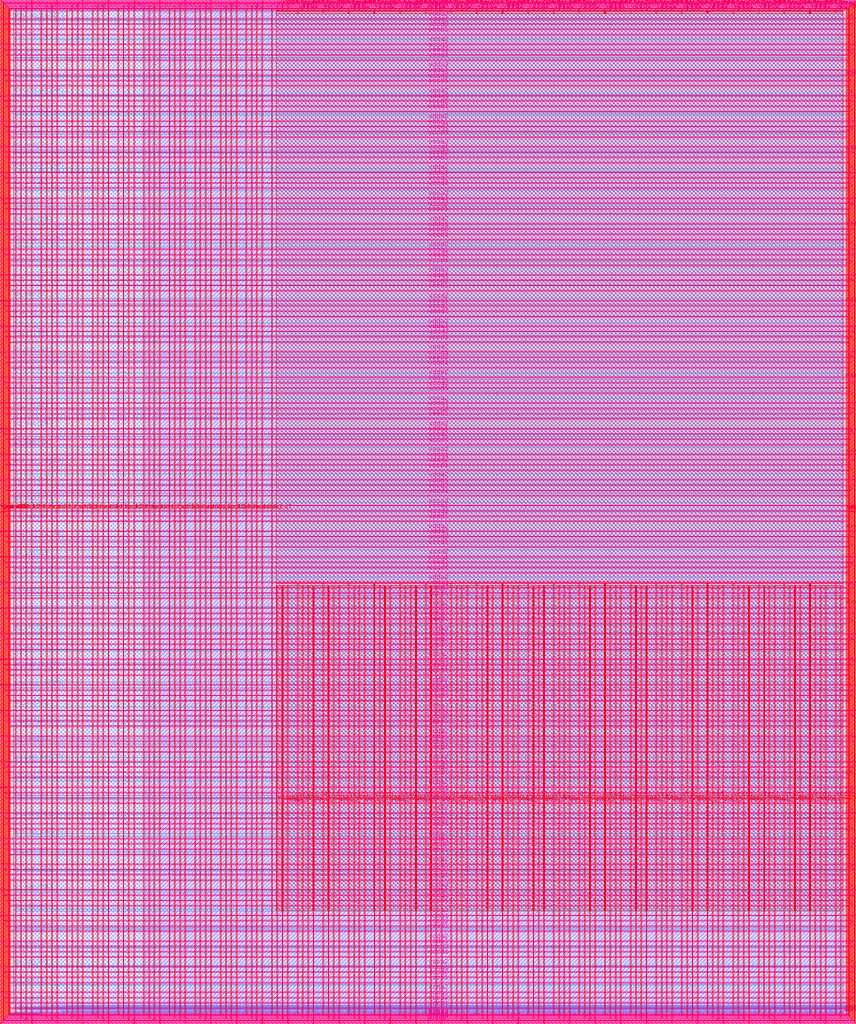
<source format=lef>
VERSION 5.7 ;
  NOWIREEXTENSIONATPIN ON ;
  DIVIDERCHAR "/" ;
  BUSBITCHARS "[]" ;
MACRO user_project_wrapper
  CLASS BLOCK ;
  FOREIGN user_project_wrapper ;
  ORIGIN 0.000 0.000 ;
  SIZE 2920.000 BY 3520.000 ;
  PIN analog_io[0]
    DIRECTION INOUT ;
    USE SIGNAL ;
    PORT
      LAYER met3 ;
        RECT 2917.600 1426.380 2924.800 1427.580 ;
    END
  END analog_io[0]
  PIN analog_io[10]
    DIRECTION INOUT ;
    USE SIGNAL ;
    PORT
      LAYER met2 ;
        RECT 2230.490 3517.600 2231.050 3524.800 ;
    END
  END analog_io[10]
  PIN analog_io[11]
    DIRECTION INOUT ;
    USE SIGNAL ;
    PORT
      LAYER met2 ;
        RECT 1905.730 3517.600 1906.290 3524.800 ;
    END
  END analog_io[11]
  PIN analog_io[12]
    DIRECTION INOUT ;
    USE SIGNAL ;
    PORT
      LAYER met2 ;
        RECT 1581.430 3517.600 1581.990 3524.800 ;
    END
  END analog_io[12]
  PIN analog_io[13]
    DIRECTION INOUT ;
    USE SIGNAL ;
    PORT
      LAYER met2 ;
        RECT 1257.130 3517.600 1257.690 3524.800 ;
    END
  END analog_io[13]
  PIN analog_io[14]
    DIRECTION INOUT ;
    USE SIGNAL ;
    PORT
      LAYER met2 ;
        RECT 932.370 3517.600 932.930 3524.800 ;
    END
  END analog_io[14]
  PIN analog_io[15]
    DIRECTION INOUT ;
    USE SIGNAL ;
    PORT
      LAYER met2 ;
        RECT 608.070 3517.600 608.630 3524.800 ;
    END
  END analog_io[15]
  PIN analog_io[16]
    DIRECTION INOUT ;
    USE SIGNAL ;
    PORT
      LAYER met2 ;
        RECT 283.770 3517.600 284.330 3524.800 ;
    END
  END analog_io[16]
  PIN analog_io[17]
    DIRECTION INOUT ;
    USE SIGNAL ;
    PORT
      LAYER met3 ;
        RECT -4.800 3486.100 2.400 3487.300 ;
    END
  END analog_io[17]
  PIN analog_io[18]
    DIRECTION INOUT ;
    USE SIGNAL ;
    PORT
      LAYER met3 ;
        RECT -4.800 3224.980 2.400 3226.180 ;
    END
  END analog_io[18]
  PIN analog_io[19]
    DIRECTION INOUT ;
    USE SIGNAL ;
    PORT
      LAYER met3 ;
        RECT -4.800 2964.540 2.400 2965.740 ;
    END
  END analog_io[19]
  PIN analog_io[1]
    DIRECTION INOUT ;
    USE SIGNAL ;
    PORT
      LAYER met3 ;
        RECT 2917.600 1692.260 2924.800 1693.460 ;
    END
  END analog_io[1]
  PIN analog_io[20]
    DIRECTION INOUT ;
    USE SIGNAL ;
    PORT
      LAYER met3 ;
        RECT -4.800 2703.420 2.400 2704.620 ;
    END
  END analog_io[20]
  PIN analog_io[21]
    DIRECTION INOUT ;
    USE SIGNAL ;
    PORT
      LAYER met3 ;
        RECT -4.800 2442.980 2.400 2444.180 ;
    END
  END analog_io[21]
  PIN analog_io[22]
    DIRECTION INOUT ;
    USE SIGNAL ;
    PORT
      LAYER met3 ;
        RECT -4.800 2182.540 2.400 2183.740 ;
    END
  END analog_io[22]
  PIN analog_io[23]
    DIRECTION INOUT ;
    USE SIGNAL ;
    PORT
      LAYER met3 ;
        RECT -4.800 1921.420 2.400 1922.620 ;
    END
  END analog_io[23]
  PIN analog_io[24]
    DIRECTION INOUT ;
    USE SIGNAL ;
    PORT
      LAYER met3 ;
        RECT -4.800 1660.980 2.400 1662.180 ;
    END
  END analog_io[24]
  PIN analog_io[25]
    DIRECTION INOUT ;
    USE SIGNAL ;
    PORT
      LAYER met3 ;
        RECT -4.800 1399.860 2.400 1401.060 ;
    END
  END analog_io[25]
  PIN analog_io[26]
    DIRECTION INOUT ;
    USE SIGNAL ;
    PORT
      LAYER met3 ;
        RECT -4.800 1139.420 2.400 1140.620 ;
    END
  END analog_io[26]
  PIN analog_io[27]
    DIRECTION INOUT ;
    USE SIGNAL ;
    PORT
      LAYER met3 ;
        RECT -4.800 878.980 2.400 880.180 ;
    END
  END analog_io[27]
  PIN analog_io[28]
    DIRECTION INOUT ;
    USE SIGNAL ;
    PORT
      LAYER met3 ;
        RECT -4.800 617.860 2.400 619.060 ;
    END
  END analog_io[28]
  PIN analog_io[2]
    DIRECTION INOUT ;
    USE SIGNAL ;
    PORT
      LAYER met3 ;
        RECT 2917.600 1958.140 2924.800 1959.340 ;
    END
  END analog_io[2]
  PIN analog_io[3]
    DIRECTION INOUT ;
    USE SIGNAL ;
    PORT
      LAYER met3 ;
        RECT 2917.600 2223.340 2924.800 2224.540 ;
    END
  END analog_io[3]
  PIN analog_io[4]
    DIRECTION INOUT ;
    USE SIGNAL ;
    PORT
      LAYER met3 ;
        RECT 2917.600 2489.220 2924.800 2490.420 ;
    END
  END analog_io[4]
  PIN analog_io[5]
    DIRECTION INOUT ;
    USE SIGNAL ;
    PORT
      LAYER met3 ;
        RECT 2917.600 2755.100 2924.800 2756.300 ;
    END
  END analog_io[5]
  PIN analog_io[6]
    DIRECTION INOUT ;
    USE SIGNAL ;
    PORT
      LAYER met3 ;
        RECT 2917.600 3020.300 2924.800 3021.500 ;
    END
  END analog_io[6]
  PIN analog_io[7]
    DIRECTION INOUT ;
    USE SIGNAL ;
    PORT
      LAYER met3 ;
        RECT 2917.600 3286.180 2924.800 3287.380 ;
    END
  END analog_io[7]
  PIN analog_io[8]
    DIRECTION INOUT ;
    USE SIGNAL ;
    PORT
      LAYER met2 ;
        RECT 2879.090 3517.600 2879.650 3524.800 ;
    END
  END analog_io[8]
  PIN analog_io[9]
    DIRECTION INOUT ;
    USE SIGNAL ;
    PORT
      LAYER met2 ;
        RECT 2554.790 3517.600 2555.350 3524.800 ;
    END
  END analog_io[9]
  PIN io_in[0]
    DIRECTION INPUT ;
    USE SIGNAL ;
    PORT
      LAYER met3 ;
        RECT 2917.600 32.380 2924.800 33.580 ;
    END
  END io_in[0]
  PIN io_in[10]
    DIRECTION INPUT ;
    USE SIGNAL ;
    PORT
      LAYER met3 ;
        RECT 2917.600 2289.980 2924.800 2291.180 ;
    END
  END io_in[10]
  PIN io_in[11]
    DIRECTION INPUT ;
    USE SIGNAL ;
    PORT
      LAYER met3 ;
        RECT 2917.600 2555.860 2924.800 2557.060 ;
    END
  END io_in[11]
  PIN io_in[12]
    DIRECTION INPUT ;
    USE SIGNAL ;
    PORT
      LAYER met3 ;
        RECT 2917.600 2821.060 2924.800 2822.260 ;
    END
  END io_in[12]
  PIN io_in[13]
    DIRECTION INPUT ;
    USE SIGNAL ;
    PORT
      LAYER met3 ;
        RECT 2917.600 3086.940 2924.800 3088.140 ;
    END
  END io_in[13]
  PIN io_in[14]
    DIRECTION INPUT ;
    USE SIGNAL ;
    PORT
      LAYER met3 ;
        RECT 2917.600 3352.820 2924.800 3354.020 ;
    END
  END io_in[14]
  PIN io_in[15]
    DIRECTION INPUT ;
    USE SIGNAL ;
    PORT
      LAYER met2 ;
        RECT 2798.130 3517.600 2798.690 3524.800 ;
    END
  END io_in[15]
  PIN io_in[16]
    DIRECTION INPUT ;
    USE SIGNAL ;
    PORT
      LAYER met2 ;
        RECT 2473.830 3517.600 2474.390 3524.800 ;
    END
  END io_in[16]
  PIN io_in[17]
    DIRECTION INPUT ;
    USE SIGNAL ;
    PORT
      LAYER met2 ;
        RECT 2149.070 3517.600 2149.630 3524.800 ;
    END
  END io_in[17]
  PIN io_in[18]
    DIRECTION INPUT ;
    USE SIGNAL ;
    PORT
      LAYER met2 ;
        RECT 1824.770 3517.600 1825.330 3524.800 ;
    END
  END io_in[18]
  PIN io_in[19]
    DIRECTION INPUT ;
    USE SIGNAL ;
    PORT
      LAYER met2 ;
        RECT 1500.470 3517.600 1501.030 3524.800 ;
    END
  END io_in[19]
  PIN io_in[1]
    DIRECTION INPUT ;
    USE SIGNAL ;
    PORT
      LAYER met3 ;
        RECT 2917.600 230.940 2924.800 232.140 ;
    END
  END io_in[1]
  PIN io_in[20]
    DIRECTION INPUT ;
    USE SIGNAL ;
    PORT
      LAYER met2 ;
        RECT 1175.710 3517.600 1176.270 3524.800 ;
    END
  END io_in[20]
  PIN io_in[21]
    DIRECTION INPUT ;
    USE SIGNAL ;
    PORT
      LAYER met2 ;
        RECT 851.410 3517.600 851.970 3524.800 ;
    END
  END io_in[21]
  PIN io_in[22]
    DIRECTION INPUT ;
    USE SIGNAL ;
    PORT
      LAYER met2 ;
        RECT 527.110 3517.600 527.670 3524.800 ;
    END
  END io_in[22]
  PIN io_in[23]
    DIRECTION INPUT ;
    USE SIGNAL ;
    PORT
      LAYER met2 ;
        RECT 202.350 3517.600 202.910 3524.800 ;
    END
  END io_in[23]
  PIN io_in[24]
    DIRECTION INPUT ;
    USE SIGNAL ;
    PORT
      LAYER met3 ;
        RECT -4.800 3420.820 2.400 3422.020 ;
    END
  END io_in[24]
  PIN io_in[25]
    DIRECTION INPUT ;
    USE SIGNAL ;
    PORT
      LAYER met3 ;
        RECT -4.800 3159.700 2.400 3160.900 ;
    END
  END io_in[25]
  PIN io_in[26]
    DIRECTION INPUT ;
    USE SIGNAL ;
    PORT
      LAYER met3 ;
        RECT -4.800 2899.260 2.400 2900.460 ;
    END
  END io_in[26]
  PIN io_in[27]
    DIRECTION INPUT ;
    USE SIGNAL ;
    PORT
      LAYER met3 ;
        RECT -4.800 2638.820 2.400 2640.020 ;
    END
  END io_in[27]
  PIN io_in[28]
    DIRECTION INPUT ;
    USE SIGNAL ;
    PORT
      LAYER met3 ;
        RECT -4.800 2377.700 2.400 2378.900 ;
    END
  END io_in[28]
  PIN io_in[29]
    DIRECTION INPUT ;
    USE SIGNAL ;
    PORT
      LAYER met3 ;
        RECT -4.800 2117.260 2.400 2118.460 ;
    END
  END io_in[29]
  PIN io_in[2]
    DIRECTION INPUT ;
    USE SIGNAL ;
    PORT
      LAYER met3 ;
        RECT 2917.600 430.180 2924.800 431.380 ;
    END
  END io_in[2]
  PIN io_in[30]
    DIRECTION INPUT ;
    USE SIGNAL ;
    PORT
      LAYER met3 ;
        RECT -4.800 1856.140 2.400 1857.340 ;
    END
  END io_in[30]
  PIN io_in[31]
    DIRECTION INPUT ;
    USE SIGNAL ;
    PORT
      LAYER met3 ;
        RECT -4.800 1595.700 2.400 1596.900 ;
    END
  END io_in[31]
  PIN io_in[32]
    DIRECTION INPUT ;
    USE SIGNAL ;
    PORT
      LAYER met3 ;
        RECT -4.800 1335.260 2.400 1336.460 ;
    END
  END io_in[32]
  PIN io_in[33]
    DIRECTION INPUT ;
    USE SIGNAL ;
    PORT
      LAYER met3 ;
        RECT -4.800 1074.140 2.400 1075.340 ;
    END
  END io_in[33]
  PIN io_in[34]
    DIRECTION INPUT ;
    USE SIGNAL ;
    PORT
      LAYER met3 ;
        RECT -4.800 813.700 2.400 814.900 ;
    END
  END io_in[34]
  PIN io_in[35]
    DIRECTION INPUT ;
    USE SIGNAL ;
    PORT
      LAYER met3 ;
        RECT -4.800 552.580 2.400 553.780 ;
    END
  END io_in[35]
  PIN io_in[36]
    DIRECTION INPUT ;
    USE SIGNAL ;
    PORT
      LAYER met3 ;
        RECT -4.800 357.420 2.400 358.620 ;
    END
  END io_in[36]
  PIN io_in[37]
    DIRECTION INPUT ;
    USE SIGNAL ;
    PORT
      LAYER met3 ;
        RECT -4.800 161.580 2.400 162.780 ;
    END
  END io_in[37]
  PIN io_in[3]
    DIRECTION INPUT ;
    USE SIGNAL ;
    PORT
      LAYER met3 ;
        RECT 2917.600 629.420 2924.800 630.620 ;
    END
  END io_in[3]
  PIN io_in[4]
    DIRECTION INPUT ;
    USE SIGNAL ;
    PORT
      LAYER met3 ;
        RECT 2917.600 828.660 2924.800 829.860 ;
    END
  END io_in[4]
  PIN io_in[5]
    DIRECTION INPUT ;
    USE SIGNAL ;
    PORT
      LAYER met3 ;
        RECT 2917.600 1027.900 2924.800 1029.100 ;
    END
  END io_in[5]
  PIN io_in[6]
    DIRECTION INPUT ;
    USE SIGNAL ;
    PORT
      LAYER met3 ;
        RECT 2917.600 1227.140 2924.800 1228.340 ;
    END
  END io_in[6]
  PIN io_in[7]
    DIRECTION INPUT ;
    USE SIGNAL ;
    PORT
      LAYER met3 ;
        RECT 2917.600 1493.020 2924.800 1494.220 ;
    END
  END io_in[7]
  PIN io_in[8]
    DIRECTION INPUT ;
    USE SIGNAL ;
    PORT
      LAYER met3 ;
        RECT 2917.600 1758.900 2924.800 1760.100 ;
    END
  END io_in[8]
  PIN io_in[9]
    DIRECTION INPUT ;
    USE SIGNAL ;
    PORT
      LAYER met3 ;
        RECT 2917.600 2024.100 2924.800 2025.300 ;
    END
  END io_in[9]
  PIN io_oeb[0]
    DIRECTION OUTPUT TRISTATE ;
    USE SIGNAL ;
    PORT
      LAYER met3 ;
        RECT 2917.600 164.980 2924.800 166.180 ;
    END
  END io_oeb[0]
  PIN io_oeb[10]
    DIRECTION OUTPUT TRISTATE ;
    USE SIGNAL ;
    PORT
      LAYER met3 ;
        RECT 2917.600 2422.580 2924.800 2423.780 ;
    END
  END io_oeb[10]
  PIN io_oeb[11]
    DIRECTION OUTPUT TRISTATE ;
    USE SIGNAL ;
    PORT
      LAYER met3 ;
        RECT 2917.600 2688.460 2924.800 2689.660 ;
    END
  END io_oeb[11]
  PIN io_oeb[12]
    DIRECTION OUTPUT TRISTATE ;
    USE SIGNAL ;
    PORT
      LAYER met3 ;
        RECT 2917.600 2954.340 2924.800 2955.540 ;
    END
  END io_oeb[12]
  PIN io_oeb[13]
    DIRECTION OUTPUT TRISTATE ;
    USE SIGNAL ;
    PORT
      LAYER met3 ;
        RECT 2917.600 3219.540 2924.800 3220.740 ;
    END
  END io_oeb[13]
  PIN io_oeb[14]
    DIRECTION OUTPUT TRISTATE ;
    USE SIGNAL ;
    PORT
      LAYER met3 ;
        RECT 2917.600 3485.420 2924.800 3486.620 ;
    END
  END io_oeb[14]
  PIN io_oeb[15]
    DIRECTION OUTPUT TRISTATE ;
    USE SIGNAL ;
    PORT
      LAYER met2 ;
        RECT 2635.750 3517.600 2636.310 3524.800 ;
    END
  END io_oeb[15]
  PIN io_oeb[16]
    DIRECTION OUTPUT TRISTATE ;
    USE SIGNAL ;
    PORT
      LAYER met2 ;
        RECT 2311.450 3517.600 2312.010 3524.800 ;
    END
  END io_oeb[16]
  PIN io_oeb[17]
    DIRECTION OUTPUT TRISTATE ;
    USE SIGNAL ;
    PORT
      LAYER met2 ;
        RECT 1987.150 3517.600 1987.710 3524.800 ;
    END
  END io_oeb[17]
  PIN io_oeb[18]
    DIRECTION OUTPUT TRISTATE ;
    USE SIGNAL ;
    PORT
      LAYER met2 ;
        RECT 1662.390 3517.600 1662.950 3524.800 ;
    END
  END io_oeb[18]
  PIN io_oeb[19]
    DIRECTION OUTPUT TRISTATE ;
    USE SIGNAL ;
    PORT
      LAYER met2 ;
        RECT 1338.090 3517.600 1338.650 3524.800 ;
    END
  END io_oeb[19]
  PIN io_oeb[1]
    DIRECTION OUTPUT TRISTATE ;
    USE SIGNAL ;
    PORT
      LAYER met3 ;
        RECT 2917.600 364.220 2924.800 365.420 ;
    END
  END io_oeb[1]
  PIN io_oeb[20]
    DIRECTION OUTPUT TRISTATE ;
    USE SIGNAL ;
    PORT
      LAYER met2 ;
        RECT 1013.790 3517.600 1014.350 3524.800 ;
    END
  END io_oeb[20]
  PIN io_oeb[21]
    DIRECTION OUTPUT TRISTATE ;
    USE SIGNAL ;
    PORT
      LAYER met2 ;
        RECT 689.030 3517.600 689.590 3524.800 ;
    END
  END io_oeb[21]
  PIN io_oeb[22]
    DIRECTION OUTPUT TRISTATE ;
    USE SIGNAL ;
    PORT
      LAYER met2 ;
        RECT 364.730 3517.600 365.290 3524.800 ;
    END
  END io_oeb[22]
  PIN io_oeb[23]
    DIRECTION OUTPUT TRISTATE ;
    USE SIGNAL ;
    PORT
      LAYER met2 ;
        RECT 40.430 3517.600 40.990 3524.800 ;
    END
  END io_oeb[23]
  PIN io_oeb[24]
    DIRECTION OUTPUT TRISTATE ;
    USE SIGNAL ;
    PORT
      LAYER met3 ;
        RECT -4.800 3290.260 2.400 3291.460 ;
    END
  END io_oeb[24]
  PIN io_oeb[25]
    DIRECTION OUTPUT TRISTATE ;
    USE SIGNAL ;
    PORT
      LAYER met3 ;
        RECT -4.800 3029.820 2.400 3031.020 ;
    END
  END io_oeb[25]
  PIN io_oeb[26]
    DIRECTION OUTPUT TRISTATE ;
    USE SIGNAL ;
    PORT
      LAYER met3 ;
        RECT -4.800 2768.700 2.400 2769.900 ;
    END
  END io_oeb[26]
  PIN io_oeb[27]
    DIRECTION OUTPUT TRISTATE ;
    USE SIGNAL ;
    PORT
      LAYER met3 ;
        RECT -4.800 2508.260 2.400 2509.460 ;
    END
  END io_oeb[27]
  PIN io_oeb[28]
    DIRECTION OUTPUT TRISTATE ;
    USE SIGNAL ;
    PORT
      LAYER met3 ;
        RECT -4.800 2247.140 2.400 2248.340 ;
    END
  END io_oeb[28]
  PIN io_oeb[29]
    DIRECTION OUTPUT TRISTATE ;
    USE SIGNAL ;
    PORT
      LAYER met3 ;
        RECT -4.800 1986.700 2.400 1987.900 ;
    END
  END io_oeb[29]
  PIN io_oeb[2]
    DIRECTION OUTPUT TRISTATE ;
    USE SIGNAL ;
    PORT
      LAYER met3 ;
        RECT 2917.600 563.460 2924.800 564.660 ;
    END
  END io_oeb[2]
  PIN io_oeb[30]
    DIRECTION OUTPUT TRISTATE ;
    USE SIGNAL ;
    PORT
      LAYER met3 ;
        RECT -4.800 1726.260 2.400 1727.460 ;
    END
  END io_oeb[30]
  PIN io_oeb[31]
    DIRECTION OUTPUT TRISTATE ;
    USE SIGNAL ;
    PORT
      LAYER met3 ;
        RECT -4.800 1465.140 2.400 1466.340 ;
    END
  END io_oeb[31]
  PIN io_oeb[32]
    DIRECTION OUTPUT TRISTATE ;
    USE SIGNAL ;
    PORT
      LAYER met3 ;
        RECT -4.800 1204.700 2.400 1205.900 ;
    END
  END io_oeb[32]
  PIN io_oeb[33]
    DIRECTION OUTPUT TRISTATE ;
    USE SIGNAL ;
    PORT
      LAYER met3 ;
        RECT -4.800 943.580 2.400 944.780 ;
    END
  END io_oeb[33]
  PIN io_oeb[34]
    DIRECTION OUTPUT TRISTATE ;
    USE SIGNAL ;
    PORT
      LAYER met3 ;
        RECT -4.800 683.140 2.400 684.340 ;
    END
  END io_oeb[34]
  PIN io_oeb[35]
    DIRECTION OUTPUT TRISTATE ;
    USE SIGNAL ;
    PORT
      LAYER met3 ;
        RECT -4.800 422.700 2.400 423.900 ;
    END
  END io_oeb[35]
  PIN io_oeb[36]
    DIRECTION OUTPUT TRISTATE ;
    USE SIGNAL ;
    PORT
      LAYER met3 ;
        RECT -4.800 226.860 2.400 228.060 ;
    END
  END io_oeb[36]
  PIN io_oeb[37]
    DIRECTION OUTPUT TRISTATE ;
    USE SIGNAL ;
    PORT
      LAYER met3 ;
        RECT -4.800 31.700 2.400 32.900 ;
    END
  END io_oeb[37]
  PIN io_oeb[3]
    DIRECTION OUTPUT TRISTATE ;
    USE SIGNAL ;
    PORT
      LAYER met3 ;
        RECT 2917.600 762.700 2924.800 763.900 ;
    END
  END io_oeb[3]
  PIN io_oeb[4]
    DIRECTION OUTPUT TRISTATE ;
    USE SIGNAL ;
    PORT
      LAYER met3 ;
        RECT 2917.600 961.940 2924.800 963.140 ;
    END
  END io_oeb[4]
  PIN io_oeb[5]
    DIRECTION OUTPUT TRISTATE ;
    USE SIGNAL ;
    PORT
      LAYER met3 ;
        RECT 2917.600 1161.180 2924.800 1162.380 ;
    END
  END io_oeb[5]
  PIN io_oeb[6]
    DIRECTION OUTPUT TRISTATE ;
    USE SIGNAL ;
    PORT
      LAYER met3 ;
        RECT 2917.600 1360.420 2924.800 1361.620 ;
    END
  END io_oeb[6]
  PIN io_oeb[7]
    DIRECTION OUTPUT TRISTATE ;
    USE SIGNAL ;
    PORT
      LAYER met3 ;
        RECT 2917.600 1625.620 2924.800 1626.820 ;
    END
  END io_oeb[7]
  PIN io_oeb[8]
    DIRECTION OUTPUT TRISTATE ;
    USE SIGNAL ;
    PORT
      LAYER met3 ;
        RECT 2917.600 1891.500 2924.800 1892.700 ;
    END
  END io_oeb[8]
  PIN io_oeb[9]
    DIRECTION OUTPUT TRISTATE ;
    USE SIGNAL ;
    PORT
      LAYER met3 ;
        RECT 2917.600 2157.380 2924.800 2158.580 ;
    END
  END io_oeb[9]
  PIN io_out[0]
    DIRECTION OUTPUT TRISTATE ;
    USE SIGNAL ;
    PORT
      LAYER met3 ;
        RECT 2917.600 98.340 2924.800 99.540 ;
    END
  END io_out[0]
  PIN io_out[10]
    DIRECTION OUTPUT TRISTATE ;
    USE SIGNAL ;
    PORT
      LAYER met3 ;
        RECT 2917.600 2356.620 2924.800 2357.820 ;
    END
  END io_out[10]
  PIN io_out[11]
    DIRECTION OUTPUT TRISTATE ;
    USE SIGNAL ;
    PORT
      LAYER met3 ;
        RECT 2917.600 2621.820 2924.800 2623.020 ;
    END
  END io_out[11]
  PIN io_out[12]
    DIRECTION OUTPUT TRISTATE ;
    USE SIGNAL ;
    PORT
      LAYER met3 ;
        RECT 2917.600 2887.700 2924.800 2888.900 ;
    END
  END io_out[12]
  PIN io_out[13]
    DIRECTION OUTPUT TRISTATE ;
    USE SIGNAL ;
    PORT
      LAYER met3 ;
        RECT 2917.600 3153.580 2924.800 3154.780 ;
    END
  END io_out[13]
  PIN io_out[14]
    DIRECTION OUTPUT TRISTATE ;
    USE SIGNAL ;
    PORT
      LAYER met3 ;
        RECT 2917.600 3418.780 2924.800 3419.980 ;
    END
  END io_out[14]
  PIN io_out[15]
    DIRECTION OUTPUT TRISTATE ;
    USE SIGNAL ;
    PORT
      LAYER met2 ;
        RECT 2717.170 3517.600 2717.730 3524.800 ;
    END
  END io_out[15]
  PIN io_out[16]
    DIRECTION OUTPUT TRISTATE ;
    USE SIGNAL ;
    PORT
      LAYER met2 ;
        RECT 2392.410 3517.600 2392.970 3524.800 ;
    END
  END io_out[16]
  PIN io_out[17]
    DIRECTION OUTPUT TRISTATE ;
    USE SIGNAL ;
    PORT
      LAYER met2 ;
        RECT 2068.110 3517.600 2068.670 3524.800 ;
    END
  END io_out[17]
  PIN io_out[18]
    DIRECTION OUTPUT TRISTATE ;
    USE SIGNAL ;
    PORT
      LAYER met2 ;
        RECT 1743.810 3517.600 1744.370 3524.800 ;
    END
  END io_out[18]
  PIN io_out[19]
    DIRECTION OUTPUT TRISTATE ;
    USE SIGNAL ;
    PORT
      LAYER met2 ;
        RECT 1419.050 3517.600 1419.610 3524.800 ;
    END
  END io_out[19]
  PIN io_out[1]
    DIRECTION OUTPUT TRISTATE ;
    USE SIGNAL ;
    PORT
      LAYER met3 ;
        RECT 2917.600 297.580 2924.800 298.780 ;
    END
  END io_out[1]
  PIN io_out[20]
    DIRECTION OUTPUT TRISTATE ;
    USE SIGNAL ;
    PORT
      LAYER met2 ;
        RECT 1094.750 3517.600 1095.310 3524.800 ;
    END
  END io_out[20]
  PIN io_out[21]
    DIRECTION OUTPUT TRISTATE ;
    USE SIGNAL ;
    PORT
      LAYER met2 ;
        RECT 770.450 3517.600 771.010 3524.800 ;
    END
  END io_out[21]
  PIN io_out[22]
    DIRECTION OUTPUT TRISTATE ;
    USE SIGNAL ;
    PORT
      LAYER met2 ;
        RECT 445.690 3517.600 446.250 3524.800 ;
    END
  END io_out[22]
  PIN io_out[23]
    DIRECTION OUTPUT TRISTATE ;
    USE SIGNAL ;
    PORT
      LAYER met2 ;
        RECT 121.390 3517.600 121.950 3524.800 ;
    END
  END io_out[23]
  PIN io_out[24]
    DIRECTION OUTPUT TRISTATE ;
    USE SIGNAL ;
    PORT
      LAYER met3 ;
        RECT -4.800 3355.540 2.400 3356.740 ;
    END
  END io_out[24]
  PIN io_out[25]
    DIRECTION OUTPUT TRISTATE ;
    USE SIGNAL ;
    PORT
      LAYER met3 ;
        RECT -4.800 3095.100 2.400 3096.300 ;
    END
  END io_out[25]
  PIN io_out[26]
    DIRECTION OUTPUT TRISTATE ;
    USE SIGNAL ;
    PORT
      LAYER met3 ;
        RECT -4.800 2833.980 2.400 2835.180 ;
    END
  END io_out[26]
  PIN io_out[27]
    DIRECTION OUTPUT TRISTATE ;
    USE SIGNAL ;
    PORT
      LAYER met3 ;
        RECT -4.800 2573.540 2.400 2574.740 ;
    END
  END io_out[27]
  PIN io_out[28]
    DIRECTION OUTPUT TRISTATE ;
    USE SIGNAL ;
    PORT
      LAYER met3 ;
        RECT -4.800 2312.420 2.400 2313.620 ;
    END
  END io_out[28]
  PIN io_out[29]
    DIRECTION OUTPUT TRISTATE ;
    USE SIGNAL ;
    PORT
      LAYER met3 ;
        RECT -4.800 2051.980 2.400 2053.180 ;
    END
  END io_out[29]
  PIN io_out[2]
    DIRECTION OUTPUT TRISTATE ;
    USE SIGNAL ;
    PORT
      LAYER met3 ;
        RECT 2917.600 496.820 2924.800 498.020 ;
    END
  END io_out[2]
  PIN io_out[30]
    DIRECTION OUTPUT TRISTATE ;
    USE SIGNAL ;
    PORT
      LAYER met3 ;
        RECT -4.800 1791.540 2.400 1792.740 ;
    END
  END io_out[30]
  PIN io_out[31]
    DIRECTION OUTPUT TRISTATE ;
    USE SIGNAL ;
    PORT
      LAYER met3 ;
        RECT -4.800 1530.420 2.400 1531.620 ;
    END
  END io_out[31]
  PIN io_out[32]
    DIRECTION OUTPUT TRISTATE ;
    USE SIGNAL ;
    PORT
      LAYER met3 ;
        RECT -4.800 1269.980 2.400 1271.180 ;
    END
  END io_out[32]
  PIN io_out[33]
    DIRECTION OUTPUT TRISTATE ;
    USE SIGNAL ;
    PORT
      LAYER met3 ;
        RECT -4.800 1008.860 2.400 1010.060 ;
    END
  END io_out[33]
  PIN io_out[34]
    DIRECTION OUTPUT TRISTATE ;
    USE SIGNAL ;
    PORT
      LAYER met3 ;
        RECT -4.800 748.420 2.400 749.620 ;
    END
  END io_out[34]
  PIN io_out[35]
    DIRECTION OUTPUT TRISTATE ;
    USE SIGNAL ;
    PORT
      LAYER met3 ;
        RECT -4.800 487.300 2.400 488.500 ;
    END
  END io_out[35]
  PIN io_out[36]
    DIRECTION OUTPUT TRISTATE ;
    USE SIGNAL ;
    PORT
      LAYER met3 ;
        RECT -4.800 292.140 2.400 293.340 ;
    END
  END io_out[36]
  PIN io_out[37]
    DIRECTION OUTPUT TRISTATE ;
    USE SIGNAL ;
    PORT
      LAYER met3 ;
        RECT -4.800 96.300 2.400 97.500 ;
    END
  END io_out[37]
  PIN io_out[3]
    DIRECTION OUTPUT TRISTATE ;
    USE SIGNAL ;
    PORT
      LAYER met3 ;
        RECT 2917.600 696.060 2924.800 697.260 ;
    END
  END io_out[3]
  PIN io_out[4]
    DIRECTION OUTPUT TRISTATE ;
    USE SIGNAL ;
    PORT
      LAYER met3 ;
        RECT 2917.600 895.300 2924.800 896.500 ;
    END
  END io_out[4]
  PIN io_out[5]
    DIRECTION OUTPUT TRISTATE ;
    USE SIGNAL ;
    PORT
      LAYER met3 ;
        RECT 2917.600 1094.540 2924.800 1095.740 ;
    END
  END io_out[5]
  PIN io_out[6]
    DIRECTION OUTPUT TRISTATE ;
    USE SIGNAL ;
    PORT
      LAYER met3 ;
        RECT 2917.600 1293.780 2924.800 1294.980 ;
    END
  END io_out[6]
  PIN io_out[7]
    DIRECTION OUTPUT TRISTATE ;
    USE SIGNAL ;
    PORT
      LAYER met3 ;
        RECT 2917.600 1559.660 2924.800 1560.860 ;
    END
  END io_out[7]
  PIN io_out[8]
    DIRECTION OUTPUT TRISTATE ;
    USE SIGNAL ;
    PORT
      LAYER met3 ;
        RECT 2917.600 1824.860 2924.800 1826.060 ;
    END
  END io_out[8]
  PIN io_out[9]
    DIRECTION OUTPUT TRISTATE ;
    USE SIGNAL ;
    PORT
      LAYER met3 ;
        RECT 2917.600 2090.740 2924.800 2091.940 ;
    END
  END io_out[9]
  PIN la_data_in[0]
    DIRECTION INPUT ;
    USE SIGNAL ;
    PORT
      LAYER met2 ;
        RECT 629.230 -4.800 629.790 2.400 ;
    END
  END la_data_in[0]
  PIN la_data_in[100]
    DIRECTION INPUT ;
    USE SIGNAL ;
    PORT
      LAYER met2 ;
        RECT 2402.530 -4.800 2403.090 2.400 ;
    END
  END la_data_in[100]
  PIN la_data_in[101]
    DIRECTION INPUT ;
    USE SIGNAL ;
    PORT
      LAYER met2 ;
        RECT 2420.010 -4.800 2420.570 2.400 ;
    END
  END la_data_in[101]
  PIN la_data_in[102]
    DIRECTION INPUT ;
    USE SIGNAL ;
    PORT
      LAYER met2 ;
        RECT 2437.950 -4.800 2438.510 2.400 ;
    END
  END la_data_in[102]
  PIN la_data_in[103]
    DIRECTION INPUT ;
    USE SIGNAL ;
    PORT
      LAYER met2 ;
        RECT 2455.430 -4.800 2455.990 2.400 ;
    END
  END la_data_in[103]
  PIN la_data_in[104]
    DIRECTION INPUT ;
    USE SIGNAL ;
    PORT
      LAYER met2 ;
        RECT 2473.370 -4.800 2473.930 2.400 ;
    END
  END la_data_in[104]
  PIN la_data_in[105]
    DIRECTION INPUT ;
    USE SIGNAL ;
    PORT
      LAYER met2 ;
        RECT 2490.850 -4.800 2491.410 2.400 ;
    END
  END la_data_in[105]
  PIN la_data_in[106]
    DIRECTION INPUT ;
    USE SIGNAL ;
    PORT
      LAYER met2 ;
        RECT 2508.790 -4.800 2509.350 2.400 ;
    END
  END la_data_in[106]
  PIN la_data_in[107]
    DIRECTION INPUT ;
    USE SIGNAL ;
    PORT
      LAYER met2 ;
        RECT 2526.730 -4.800 2527.290 2.400 ;
    END
  END la_data_in[107]
  PIN la_data_in[108]
    DIRECTION INPUT ;
    USE SIGNAL ;
    PORT
      LAYER met2 ;
        RECT 2544.210 -4.800 2544.770 2.400 ;
    END
  END la_data_in[108]
  PIN la_data_in[109]
    DIRECTION INPUT ;
    USE SIGNAL ;
    PORT
      LAYER met2 ;
        RECT 2562.150 -4.800 2562.710 2.400 ;
    END
  END la_data_in[109]
  PIN la_data_in[10]
    DIRECTION INPUT ;
    USE SIGNAL ;
    PORT
      LAYER met2 ;
        RECT 806.330 -4.800 806.890 2.400 ;
    END
  END la_data_in[10]
  PIN la_data_in[110]
    DIRECTION INPUT ;
    USE SIGNAL ;
    PORT
      LAYER met2 ;
        RECT 2579.630 -4.800 2580.190 2.400 ;
    END
  END la_data_in[110]
  PIN la_data_in[111]
    DIRECTION INPUT ;
    USE SIGNAL ;
    PORT
      LAYER met2 ;
        RECT 2597.570 -4.800 2598.130 2.400 ;
    END
  END la_data_in[111]
  PIN la_data_in[112]
    DIRECTION INPUT ;
    USE SIGNAL ;
    PORT
      LAYER met2 ;
        RECT 2615.050 -4.800 2615.610 2.400 ;
    END
  END la_data_in[112]
  PIN la_data_in[113]
    DIRECTION INPUT ;
    USE SIGNAL ;
    PORT
      LAYER met2 ;
        RECT 2632.990 -4.800 2633.550 2.400 ;
    END
  END la_data_in[113]
  PIN la_data_in[114]
    DIRECTION INPUT ;
    USE SIGNAL ;
    PORT
      LAYER met2 ;
        RECT 2650.470 -4.800 2651.030 2.400 ;
    END
  END la_data_in[114]
  PIN la_data_in[115]
    DIRECTION INPUT ;
    USE SIGNAL ;
    PORT
      LAYER met2 ;
        RECT 2668.410 -4.800 2668.970 2.400 ;
    END
  END la_data_in[115]
  PIN la_data_in[116]
    DIRECTION INPUT ;
    USE SIGNAL ;
    PORT
      LAYER met2 ;
        RECT 2685.890 -4.800 2686.450 2.400 ;
    END
  END la_data_in[116]
  PIN la_data_in[117]
    DIRECTION INPUT ;
    USE SIGNAL ;
    PORT
      LAYER met2 ;
        RECT 2703.830 -4.800 2704.390 2.400 ;
    END
  END la_data_in[117]
  PIN la_data_in[118]
    DIRECTION INPUT ;
    USE SIGNAL ;
    PORT
      LAYER met2 ;
        RECT 2721.770 -4.800 2722.330 2.400 ;
    END
  END la_data_in[118]
  PIN la_data_in[119]
    DIRECTION INPUT ;
    USE SIGNAL ;
    PORT
      LAYER met2 ;
        RECT 2739.250 -4.800 2739.810 2.400 ;
    END
  END la_data_in[119]
  PIN la_data_in[11]
    DIRECTION INPUT ;
    USE SIGNAL ;
    PORT
      LAYER met2 ;
        RECT 824.270 -4.800 824.830 2.400 ;
    END
  END la_data_in[11]
  PIN la_data_in[120]
    DIRECTION INPUT ;
    USE SIGNAL ;
    PORT
      LAYER met2 ;
        RECT 2757.190 -4.800 2757.750 2.400 ;
    END
  END la_data_in[120]
  PIN la_data_in[121]
    DIRECTION INPUT ;
    USE SIGNAL ;
    PORT
      LAYER met2 ;
        RECT 2774.670 -4.800 2775.230 2.400 ;
    END
  END la_data_in[121]
  PIN la_data_in[122]
    DIRECTION INPUT ;
    USE SIGNAL ;
    PORT
      LAYER met2 ;
        RECT 2792.610 -4.800 2793.170 2.400 ;
    END
  END la_data_in[122]
  PIN la_data_in[123]
    DIRECTION INPUT ;
    USE SIGNAL ;
    PORT
      LAYER met2 ;
        RECT 2810.090 -4.800 2810.650 2.400 ;
    END
  END la_data_in[123]
  PIN la_data_in[124]
    DIRECTION INPUT ;
    USE SIGNAL ;
    PORT
      LAYER met2 ;
        RECT 2828.030 -4.800 2828.590 2.400 ;
    END
  END la_data_in[124]
  PIN la_data_in[125]
    DIRECTION INPUT ;
    USE SIGNAL ;
    PORT
      LAYER met2 ;
        RECT 2845.510 -4.800 2846.070 2.400 ;
    END
  END la_data_in[125]
  PIN la_data_in[126]
    DIRECTION INPUT ;
    USE SIGNAL ;
    PORT
      LAYER met2 ;
        RECT 2863.450 -4.800 2864.010 2.400 ;
    END
  END la_data_in[126]
  PIN la_data_in[127]
    DIRECTION INPUT ;
    USE SIGNAL ;
    PORT
      LAYER met2 ;
        RECT 2881.390 -4.800 2881.950 2.400 ;
    END
  END la_data_in[127]
  PIN la_data_in[12]
    DIRECTION INPUT ;
    USE SIGNAL ;
    PORT
      LAYER met2 ;
        RECT 841.750 -4.800 842.310 2.400 ;
    END
  END la_data_in[12]
  PIN la_data_in[13]
    DIRECTION INPUT ;
    USE SIGNAL ;
    PORT
      LAYER met2 ;
        RECT 859.690 -4.800 860.250 2.400 ;
    END
  END la_data_in[13]
  PIN la_data_in[14]
    DIRECTION INPUT ;
    USE SIGNAL ;
    PORT
      LAYER met2 ;
        RECT 877.170 -4.800 877.730 2.400 ;
    END
  END la_data_in[14]
  PIN la_data_in[15]
    DIRECTION INPUT ;
    USE SIGNAL ;
    PORT
      LAYER met2 ;
        RECT 895.110 -4.800 895.670 2.400 ;
    END
  END la_data_in[15]
  PIN la_data_in[16]
    DIRECTION INPUT ;
    USE SIGNAL ;
    PORT
      LAYER met2 ;
        RECT 912.590 -4.800 913.150 2.400 ;
    END
  END la_data_in[16]
  PIN la_data_in[17]
    DIRECTION INPUT ;
    USE SIGNAL ;
    PORT
      LAYER met2 ;
        RECT 930.530 -4.800 931.090 2.400 ;
    END
  END la_data_in[17]
  PIN la_data_in[18]
    DIRECTION INPUT ;
    USE SIGNAL ;
    PORT
      LAYER met2 ;
        RECT 948.470 -4.800 949.030 2.400 ;
    END
  END la_data_in[18]
  PIN la_data_in[19]
    DIRECTION INPUT ;
    USE SIGNAL ;
    PORT
      LAYER met2 ;
        RECT 965.950 -4.800 966.510 2.400 ;
    END
  END la_data_in[19]
  PIN la_data_in[1]
    DIRECTION INPUT ;
    USE SIGNAL ;
    PORT
      LAYER met2 ;
        RECT 646.710 -4.800 647.270 2.400 ;
    END
  END la_data_in[1]
  PIN la_data_in[20]
    DIRECTION INPUT ;
    USE SIGNAL ;
    PORT
      LAYER met2 ;
        RECT 983.890 -4.800 984.450 2.400 ;
    END
  END la_data_in[20]
  PIN la_data_in[21]
    DIRECTION INPUT ;
    USE SIGNAL ;
    PORT
      LAYER met2 ;
        RECT 1001.370 -4.800 1001.930 2.400 ;
    END
  END la_data_in[21]
  PIN la_data_in[22]
    DIRECTION INPUT ;
    USE SIGNAL ;
    PORT
      LAYER met2 ;
        RECT 1019.310 -4.800 1019.870 2.400 ;
    END
  END la_data_in[22]
  PIN la_data_in[23]
    DIRECTION INPUT ;
    USE SIGNAL ;
    PORT
      LAYER met2 ;
        RECT 1036.790 -4.800 1037.350 2.400 ;
    END
  END la_data_in[23]
  PIN la_data_in[24]
    DIRECTION INPUT ;
    USE SIGNAL ;
    PORT
      LAYER met2 ;
        RECT 1054.730 -4.800 1055.290 2.400 ;
    END
  END la_data_in[24]
  PIN la_data_in[25]
    DIRECTION INPUT ;
    USE SIGNAL ;
    PORT
      LAYER met2 ;
        RECT 1072.210 -4.800 1072.770 2.400 ;
    END
  END la_data_in[25]
  PIN la_data_in[26]
    DIRECTION INPUT ;
    USE SIGNAL ;
    PORT
      LAYER met2 ;
        RECT 1090.150 -4.800 1090.710 2.400 ;
    END
  END la_data_in[26]
  PIN la_data_in[27]
    DIRECTION INPUT ;
    USE SIGNAL ;
    PORT
      LAYER met2 ;
        RECT 1107.630 -4.800 1108.190 2.400 ;
    END
  END la_data_in[27]
  PIN la_data_in[28]
    DIRECTION INPUT ;
    USE SIGNAL ;
    PORT
      LAYER met2 ;
        RECT 1125.570 -4.800 1126.130 2.400 ;
    END
  END la_data_in[28]
  PIN la_data_in[29]
    DIRECTION INPUT ;
    USE SIGNAL ;
    PORT
      LAYER met2 ;
        RECT 1143.510 -4.800 1144.070 2.400 ;
    END
  END la_data_in[29]
  PIN la_data_in[2]
    DIRECTION INPUT ;
    USE SIGNAL ;
    PORT
      LAYER met2 ;
        RECT 664.650 -4.800 665.210 2.400 ;
    END
  END la_data_in[2]
  PIN la_data_in[30]
    DIRECTION INPUT ;
    USE SIGNAL ;
    PORT
      LAYER met2 ;
        RECT 1160.990 -4.800 1161.550 2.400 ;
    END
  END la_data_in[30]
  PIN la_data_in[31]
    DIRECTION INPUT ;
    USE SIGNAL ;
    PORT
      LAYER met2 ;
        RECT 1178.930 -4.800 1179.490 2.400 ;
    END
  END la_data_in[31]
  PIN la_data_in[32]
    DIRECTION INPUT ;
    USE SIGNAL ;
    PORT
      LAYER met2 ;
        RECT 1196.410 -4.800 1196.970 2.400 ;
    END
  END la_data_in[32]
  PIN la_data_in[33]
    DIRECTION INPUT ;
    USE SIGNAL ;
    PORT
      LAYER met2 ;
        RECT 1214.350 -4.800 1214.910 2.400 ;
    END
  END la_data_in[33]
  PIN la_data_in[34]
    DIRECTION INPUT ;
    USE SIGNAL ;
    PORT
      LAYER met2 ;
        RECT 1231.830 -4.800 1232.390 2.400 ;
    END
  END la_data_in[34]
  PIN la_data_in[35]
    DIRECTION INPUT ;
    USE SIGNAL ;
    PORT
      LAYER met2 ;
        RECT 1249.770 -4.800 1250.330 2.400 ;
    END
  END la_data_in[35]
  PIN la_data_in[36]
    DIRECTION INPUT ;
    USE SIGNAL ;
    PORT
      LAYER met2 ;
        RECT 1267.250 -4.800 1267.810 2.400 ;
    END
  END la_data_in[36]
  PIN la_data_in[37]
    DIRECTION INPUT ;
    USE SIGNAL ;
    PORT
      LAYER met2 ;
        RECT 1285.190 -4.800 1285.750 2.400 ;
    END
  END la_data_in[37]
  PIN la_data_in[38]
    DIRECTION INPUT ;
    USE SIGNAL ;
    PORT
      LAYER met2 ;
        RECT 1303.130 -4.800 1303.690 2.400 ;
    END
  END la_data_in[38]
  PIN la_data_in[39]
    DIRECTION INPUT ;
    USE SIGNAL ;
    PORT
      LAYER met2 ;
        RECT 1320.610 -4.800 1321.170 2.400 ;
    END
  END la_data_in[39]
  PIN la_data_in[3]
    DIRECTION INPUT ;
    USE SIGNAL ;
    PORT
      LAYER met2 ;
        RECT 682.130 -4.800 682.690 2.400 ;
    END
  END la_data_in[3]
  PIN la_data_in[40]
    DIRECTION INPUT ;
    USE SIGNAL ;
    PORT
      LAYER met2 ;
        RECT 1338.550 -4.800 1339.110 2.400 ;
    END
  END la_data_in[40]
  PIN la_data_in[41]
    DIRECTION INPUT ;
    USE SIGNAL ;
    PORT
      LAYER met2 ;
        RECT 1356.030 -4.800 1356.590 2.400 ;
    END
  END la_data_in[41]
  PIN la_data_in[42]
    DIRECTION INPUT ;
    USE SIGNAL ;
    PORT
      LAYER met2 ;
        RECT 1373.970 -4.800 1374.530 2.400 ;
    END
  END la_data_in[42]
  PIN la_data_in[43]
    DIRECTION INPUT ;
    USE SIGNAL ;
    PORT
      LAYER met2 ;
        RECT 1391.450 -4.800 1392.010 2.400 ;
    END
  END la_data_in[43]
  PIN la_data_in[44]
    DIRECTION INPUT ;
    USE SIGNAL ;
    PORT
      LAYER met2 ;
        RECT 1409.390 -4.800 1409.950 2.400 ;
    END
  END la_data_in[44]
  PIN la_data_in[45]
    DIRECTION INPUT ;
    USE SIGNAL ;
    PORT
      LAYER met2 ;
        RECT 1426.870 -4.800 1427.430 2.400 ;
    END
  END la_data_in[45]
  PIN la_data_in[46]
    DIRECTION INPUT ;
    USE SIGNAL ;
    PORT
      LAYER met2 ;
        RECT 1444.810 -4.800 1445.370 2.400 ;
    END
  END la_data_in[46]
  PIN la_data_in[47]
    DIRECTION INPUT ;
    USE SIGNAL ;
    PORT
      LAYER met2 ;
        RECT 1462.750 -4.800 1463.310 2.400 ;
    END
  END la_data_in[47]
  PIN la_data_in[48]
    DIRECTION INPUT ;
    USE SIGNAL ;
    PORT
      LAYER met2 ;
        RECT 1480.230 -4.800 1480.790 2.400 ;
    END
  END la_data_in[48]
  PIN la_data_in[49]
    DIRECTION INPUT ;
    USE SIGNAL ;
    PORT
      LAYER met2 ;
        RECT 1498.170 -4.800 1498.730 2.400 ;
    END
  END la_data_in[49]
  PIN la_data_in[4]
    DIRECTION INPUT ;
    USE SIGNAL ;
    PORT
      LAYER met2 ;
        RECT 700.070 -4.800 700.630 2.400 ;
    END
  END la_data_in[4]
  PIN la_data_in[50]
    DIRECTION INPUT ;
    USE SIGNAL ;
    PORT
      LAYER met2 ;
        RECT 1515.650 -4.800 1516.210 2.400 ;
    END
  END la_data_in[50]
  PIN la_data_in[51]
    DIRECTION INPUT ;
    USE SIGNAL ;
    PORT
      LAYER met2 ;
        RECT 1533.590 -4.800 1534.150 2.400 ;
    END
  END la_data_in[51]
  PIN la_data_in[52]
    DIRECTION INPUT ;
    USE SIGNAL ;
    PORT
      LAYER met2 ;
        RECT 1551.070 -4.800 1551.630 2.400 ;
    END
  END la_data_in[52]
  PIN la_data_in[53]
    DIRECTION INPUT ;
    USE SIGNAL ;
    PORT
      LAYER met2 ;
        RECT 1569.010 -4.800 1569.570 2.400 ;
    END
  END la_data_in[53]
  PIN la_data_in[54]
    DIRECTION INPUT ;
    USE SIGNAL ;
    PORT
      LAYER met2 ;
        RECT 1586.490 -4.800 1587.050 2.400 ;
    END
  END la_data_in[54]
  PIN la_data_in[55]
    DIRECTION INPUT ;
    USE SIGNAL ;
    PORT
      LAYER met2 ;
        RECT 1604.430 -4.800 1604.990 2.400 ;
    END
  END la_data_in[55]
  PIN la_data_in[56]
    DIRECTION INPUT ;
    USE SIGNAL ;
    PORT
      LAYER met2 ;
        RECT 1621.910 -4.800 1622.470 2.400 ;
    END
  END la_data_in[56]
  PIN la_data_in[57]
    DIRECTION INPUT ;
    USE SIGNAL ;
    PORT
      LAYER met2 ;
        RECT 1639.850 -4.800 1640.410 2.400 ;
    END
  END la_data_in[57]
  PIN la_data_in[58]
    DIRECTION INPUT ;
    USE SIGNAL ;
    PORT
      LAYER met2 ;
        RECT 1657.790 -4.800 1658.350 2.400 ;
    END
  END la_data_in[58]
  PIN la_data_in[59]
    DIRECTION INPUT ;
    USE SIGNAL ;
    PORT
      LAYER met2 ;
        RECT 1675.270 -4.800 1675.830 2.400 ;
    END
  END la_data_in[59]
  PIN la_data_in[5]
    DIRECTION INPUT ;
    USE SIGNAL ;
    PORT
      LAYER met2 ;
        RECT 717.550 -4.800 718.110 2.400 ;
    END
  END la_data_in[5]
  PIN la_data_in[60]
    DIRECTION INPUT ;
    USE SIGNAL ;
    PORT
      LAYER met2 ;
        RECT 1693.210 -4.800 1693.770 2.400 ;
    END
  END la_data_in[60]
  PIN la_data_in[61]
    DIRECTION INPUT ;
    USE SIGNAL ;
    PORT
      LAYER met2 ;
        RECT 1710.690 -4.800 1711.250 2.400 ;
    END
  END la_data_in[61]
  PIN la_data_in[62]
    DIRECTION INPUT ;
    USE SIGNAL ;
    PORT
      LAYER met2 ;
        RECT 1728.630 -4.800 1729.190 2.400 ;
    END
  END la_data_in[62]
  PIN la_data_in[63]
    DIRECTION INPUT ;
    USE SIGNAL ;
    PORT
      LAYER met2 ;
        RECT 1746.110 -4.800 1746.670 2.400 ;
    END
  END la_data_in[63]
  PIN la_data_in[64]
    DIRECTION INPUT ;
    USE SIGNAL ;
    PORT
      LAYER met2 ;
        RECT 1764.050 -4.800 1764.610 2.400 ;
    END
  END la_data_in[64]
  PIN la_data_in[65]
    DIRECTION INPUT ;
    USE SIGNAL ;
    PORT
      LAYER met2 ;
        RECT 1781.530 -4.800 1782.090 2.400 ;
    END
  END la_data_in[65]
  PIN la_data_in[66]
    DIRECTION INPUT ;
    USE SIGNAL ;
    PORT
      LAYER met2 ;
        RECT 1799.470 -4.800 1800.030 2.400 ;
    END
  END la_data_in[66]
  PIN la_data_in[67]
    DIRECTION INPUT ;
    USE SIGNAL ;
    PORT
      LAYER met2 ;
        RECT 1817.410 -4.800 1817.970 2.400 ;
    END
  END la_data_in[67]
  PIN la_data_in[68]
    DIRECTION INPUT ;
    USE SIGNAL ;
    PORT
      LAYER met2 ;
        RECT 1834.890 -4.800 1835.450 2.400 ;
    END
  END la_data_in[68]
  PIN la_data_in[69]
    DIRECTION INPUT ;
    USE SIGNAL ;
    PORT
      LAYER met2 ;
        RECT 1852.830 -4.800 1853.390 2.400 ;
    END
  END la_data_in[69]
  PIN la_data_in[6]
    DIRECTION INPUT ;
    USE SIGNAL ;
    PORT
      LAYER met2 ;
        RECT 735.490 -4.800 736.050 2.400 ;
    END
  END la_data_in[6]
  PIN la_data_in[70]
    DIRECTION INPUT ;
    USE SIGNAL ;
    PORT
      LAYER met2 ;
        RECT 1870.310 -4.800 1870.870 2.400 ;
    END
  END la_data_in[70]
  PIN la_data_in[71]
    DIRECTION INPUT ;
    USE SIGNAL ;
    PORT
      LAYER met2 ;
        RECT 1888.250 -4.800 1888.810 2.400 ;
    END
  END la_data_in[71]
  PIN la_data_in[72]
    DIRECTION INPUT ;
    USE SIGNAL ;
    PORT
      LAYER met2 ;
        RECT 1905.730 -4.800 1906.290 2.400 ;
    END
  END la_data_in[72]
  PIN la_data_in[73]
    DIRECTION INPUT ;
    USE SIGNAL ;
    PORT
      LAYER met2 ;
        RECT 1923.670 -4.800 1924.230 2.400 ;
    END
  END la_data_in[73]
  PIN la_data_in[74]
    DIRECTION INPUT ;
    USE SIGNAL ;
    PORT
      LAYER met2 ;
        RECT 1941.150 -4.800 1941.710 2.400 ;
    END
  END la_data_in[74]
  PIN la_data_in[75]
    DIRECTION INPUT ;
    USE SIGNAL ;
    PORT
      LAYER met2 ;
        RECT 1959.090 -4.800 1959.650 2.400 ;
    END
  END la_data_in[75]
  PIN la_data_in[76]
    DIRECTION INPUT ;
    USE SIGNAL ;
    PORT
      LAYER met2 ;
        RECT 1976.570 -4.800 1977.130 2.400 ;
    END
  END la_data_in[76]
  PIN la_data_in[77]
    DIRECTION INPUT ;
    USE SIGNAL ;
    PORT
      LAYER met2 ;
        RECT 1994.510 -4.800 1995.070 2.400 ;
    END
  END la_data_in[77]
  PIN la_data_in[78]
    DIRECTION INPUT ;
    USE SIGNAL ;
    PORT
      LAYER met2 ;
        RECT 2012.450 -4.800 2013.010 2.400 ;
    END
  END la_data_in[78]
  PIN la_data_in[79]
    DIRECTION INPUT ;
    USE SIGNAL ;
    PORT
      LAYER met2 ;
        RECT 2029.930 -4.800 2030.490 2.400 ;
    END
  END la_data_in[79]
  PIN la_data_in[7]
    DIRECTION INPUT ;
    USE SIGNAL ;
    PORT
      LAYER met2 ;
        RECT 752.970 -4.800 753.530 2.400 ;
    END
  END la_data_in[7]
  PIN la_data_in[80]
    DIRECTION INPUT ;
    USE SIGNAL ;
    PORT
      LAYER met2 ;
        RECT 2047.870 -4.800 2048.430 2.400 ;
    END
  END la_data_in[80]
  PIN la_data_in[81]
    DIRECTION INPUT ;
    USE SIGNAL ;
    PORT
      LAYER met2 ;
        RECT 2065.350 -4.800 2065.910 2.400 ;
    END
  END la_data_in[81]
  PIN la_data_in[82]
    DIRECTION INPUT ;
    USE SIGNAL ;
    PORT
      LAYER met2 ;
        RECT 2083.290 -4.800 2083.850 2.400 ;
    END
  END la_data_in[82]
  PIN la_data_in[83]
    DIRECTION INPUT ;
    USE SIGNAL ;
    PORT
      LAYER met2 ;
        RECT 2100.770 -4.800 2101.330 2.400 ;
    END
  END la_data_in[83]
  PIN la_data_in[84]
    DIRECTION INPUT ;
    USE SIGNAL ;
    PORT
      LAYER met2 ;
        RECT 2118.710 -4.800 2119.270 2.400 ;
    END
  END la_data_in[84]
  PIN la_data_in[85]
    DIRECTION INPUT ;
    USE SIGNAL ;
    PORT
      LAYER met2 ;
        RECT 2136.190 -4.800 2136.750 2.400 ;
    END
  END la_data_in[85]
  PIN la_data_in[86]
    DIRECTION INPUT ;
    USE SIGNAL ;
    PORT
      LAYER met2 ;
        RECT 2154.130 -4.800 2154.690 2.400 ;
    END
  END la_data_in[86]
  PIN la_data_in[87]
    DIRECTION INPUT ;
    USE SIGNAL ;
    PORT
      LAYER met2 ;
        RECT 2172.070 -4.800 2172.630 2.400 ;
    END
  END la_data_in[87]
  PIN la_data_in[88]
    DIRECTION INPUT ;
    USE SIGNAL ;
    PORT
      LAYER met2 ;
        RECT 2189.550 -4.800 2190.110 2.400 ;
    END
  END la_data_in[88]
  PIN la_data_in[89]
    DIRECTION INPUT ;
    USE SIGNAL ;
    PORT
      LAYER met2 ;
        RECT 2207.490 -4.800 2208.050 2.400 ;
    END
  END la_data_in[89]
  PIN la_data_in[8]
    DIRECTION INPUT ;
    USE SIGNAL ;
    PORT
      LAYER met2 ;
        RECT 770.910 -4.800 771.470 2.400 ;
    END
  END la_data_in[8]
  PIN la_data_in[90]
    DIRECTION INPUT ;
    USE SIGNAL ;
    PORT
      LAYER met2 ;
        RECT 2224.970 -4.800 2225.530 2.400 ;
    END
  END la_data_in[90]
  PIN la_data_in[91]
    DIRECTION INPUT ;
    USE SIGNAL ;
    PORT
      LAYER met2 ;
        RECT 2242.910 -4.800 2243.470 2.400 ;
    END
  END la_data_in[91]
  PIN la_data_in[92]
    DIRECTION INPUT ;
    USE SIGNAL ;
    PORT
      LAYER met2 ;
        RECT 2260.390 -4.800 2260.950 2.400 ;
    END
  END la_data_in[92]
  PIN la_data_in[93]
    DIRECTION INPUT ;
    USE SIGNAL ;
    PORT
      LAYER met2 ;
        RECT 2278.330 -4.800 2278.890 2.400 ;
    END
  END la_data_in[93]
  PIN la_data_in[94]
    DIRECTION INPUT ;
    USE SIGNAL ;
    PORT
      LAYER met2 ;
        RECT 2295.810 -4.800 2296.370 2.400 ;
    END
  END la_data_in[94]
  PIN la_data_in[95]
    DIRECTION INPUT ;
    USE SIGNAL ;
    PORT
      LAYER met2 ;
        RECT 2313.750 -4.800 2314.310 2.400 ;
    END
  END la_data_in[95]
  PIN la_data_in[96]
    DIRECTION INPUT ;
    USE SIGNAL ;
    PORT
      LAYER met2 ;
        RECT 2331.230 -4.800 2331.790 2.400 ;
    END
  END la_data_in[96]
  PIN la_data_in[97]
    DIRECTION INPUT ;
    USE SIGNAL ;
    PORT
      LAYER met2 ;
        RECT 2349.170 -4.800 2349.730 2.400 ;
    END
  END la_data_in[97]
  PIN la_data_in[98]
    DIRECTION INPUT ;
    USE SIGNAL ;
    PORT
      LAYER met2 ;
        RECT 2367.110 -4.800 2367.670 2.400 ;
    END
  END la_data_in[98]
  PIN la_data_in[99]
    DIRECTION INPUT ;
    USE SIGNAL ;
    PORT
      LAYER met2 ;
        RECT 2384.590 -4.800 2385.150 2.400 ;
    END
  END la_data_in[99]
  PIN la_data_in[9]
    DIRECTION INPUT ;
    USE SIGNAL ;
    PORT
      LAYER met2 ;
        RECT 788.850 -4.800 789.410 2.400 ;
    END
  END la_data_in[9]
  PIN la_data_out[0]
    DIRECTION OUTPUT TRISTATE ;
    USE SIGNAL ;
    PORT
      LAYER met2 ;
        RECT 634.750 -4.800 635.310 2.400 ;
    END
  END la_data_out[0]
  PIN la_data_out[100]
    DIRECTION OUTPUT TRISTATE ;
    USE SIGNAL ;
    PORT
      LAYER met2 ;
        RECT 2408.510 -4.800 2409.070 2.400 ;
    END
  END la_data_out[100]
  PIN la_data_out[101]
    DIRECTION OUTPUT TRISTATE ;
    USE SIGNAL ;
    PORT
      LAYER met2 ;
        RECT 2425.990 -4.800 2426.550 2.400 ;
    END
  END la_data_out[101]
  PIN la_data_out[102]
    DIRECTION OUTPUT TRISTATE ;
    USE SIGNAL ;
    PORT
      LAYER met2 ;
        RECT 2443.930 -4.800 2444.490 2.400 ;
    END
  END la_data_out[102]
  PIN la_data_out[103]
    DIRECTION OUTPUT TRISTATE ;
    USE SIGNAL ;
    PORT
      LAYER met2 ;
        RECT 2461.410 -4.800 2461.970 2.400 ;
    END
  END la_data_out[103]
  PIN la_data_out[104]
    DIRECTION OUTPUT TRISTATE ;
    USE SIGNAL ;
    PORT
      LAYER met2 ;
        RECT 2479.350 -4.800 2479.910 2.400 ;
    END
  END la_data_out[104]
  PIN la_data_out[105]
    DIRECTION OUTPUT TRISTATE ;
    USE SIGNAL ;
    PORT
      LAYER met2 ;
        RECT 2496.830 -4.800 2497.390 2.400 ;
    END
  END la_data_out[105]
  PIN la_data_out[106]
    DIRECTION OUTPUT TRISTATE ;
    USE SIGNAL ;
    PORT
      LAYER met2 ;
        RECT 2514.770 -4.800 2515.330 2.400 ;
    END
  END la_data_out[106]
  PIN la_data_out[107]
    DIRECTION OUTPUT TRISTATE ;
    USE SIGNAL ;
    PORT
      LAYER met2 ;
        RECT 2532.250 -4.800 2532.810 2.400 ;
    END
  END la_data_out[107]
  PIN la_data_out[108]
    DIRECTION OUTPUT TRISTATE ;
    USE SIGNAL ;
    PORT
      LAYER met2 ;
        RECT 2550.190 -4.800 2550.750 2.400 ;
    END
  END la_data_out[108]
  PIN la_data_out[109]
    DIRECTION OUTPUT TRISTATE ;
    USE SIGNAL ;
    PORT
      LAYER met2 ;
        RECT 2567.670 -4.800 2568.230 2.400 ;
    END
  END la_data_out[109]
  PIN la_data_out[10]
    DIRECTION OUTPUT TRISTATE ;
    USE SIGNAL ;
    PORT
      LAYER met2 ;
        RECT 812.310 -4.800 812.870 2.400 ;
    END
  END la_data_out[10]
  PIN la_data_out[110]
    DIRECTION OUTPUT TRISTATE ;
    USE SIGNAL ;
    PORT
      LAYER met2 ;
        RECT 2585.610 -4.800 2586.170 2.400 ;
    END
  END la_data_out[110]
  PIN la_data_out[111]
    DIRECTION OUTPUT TRISTATE ;
    USE SIGNAL ;
    PORT
      LAYER met2 ;
        RECT 2603.550 -4.800 2604.110 2.400 ;
    END
  END la_data_out[111]
  PIN la_data_out[112]
    DIRECTION OUTPUT TRISTATE ;
    USE SIGNAL ;
    PORT
      LAYER met2 ;
        RECT 2621.030 -4.800 2621.590 2.400 ;
    END
  END la_data_out[112]
  PIN la_data_out[113]
    DIRECTION OUTPUT TRISTATE ;
    USE SIGNAL ;
    PORT
      LAYER met2 ;
        RECT 2638.970 -4.800 2639.530 2.400 ;
    END
  END la_data_out[113]
  PIN la_data_out[114]
    DIRECTION OUTPUT TRISTATE ;
    USE SIGNAL ;
    PORT
      LAYER met2 ;
        RECT 2656.450 -4.800 2657.010 2.400 ;
    END
  END la_data_out[114]
  PIN la_data_out[115]
    DIRECTION OUTPUT TRISTATE ;
    USE SIGNAL ;
    PORT
      LAYER met2 ;
        RECT 2674.390 -4.800 2674.950 2.400 ;
    END
  END la_data_out[115]
  PIN la_data_out[116]
    DIRECTION OUTPUT TRISTATE ;
    USE SIGNAL ;
    PORT
      LAYER met2 ;
        RECT 2691.870 -4.800 2692.430 2.400 ;
    END
  END la_data_out[116]
  PIN la_data_out[117]
    DIRECTION OUTPUT TRISTATE ;
    USE SIGNAL ;
    PORT
      LAYER met2 ;
        RECT 2709.810 -4.800 2710.370 2.400 ;
    END
  END la_data_out[117]
  PIN la_data_out[118]
    DIRECTION OUTPUT TRISTATE ;
    USE SIGNAL ;
    PORT
      LAYER met2 ;
        RECT 2727.290 -4.800 2727.850 2.400 ;
    END
  END la_data_out[118]
  PIN la_data_out[119]
    DIRECTION OUTPUT TRISTATE ;
    USE SIGNAL ;
    PORT
      LAYER met2 ;
        RECT 2745.230 -4.800 2745.790 2.400 ;
    END
  END la_data_out[119]
  PIN la_data_out[11]
    DIRECTION OUTPUT TRISTATE ;
    USE SIGNAL ;
    PORT
      LAYER met2 ;
        RECT 830.250 -4.800 830.810 2.400 ;
    END
  END la_data_out[11]
  PIN la_data_out[120]
    DIRECTION OUTPUT TRISTATE ;
    USE SIGNAL ;
    PORT
      LAYER met2 ;
        RECT 2763.170 -4.800 2763.730 2.400 ;
    END
  END la_data_out[120]
  PIN la_data_out[121]
    DIRECTION OUTPUT TRISTATE ;
    USE SIGNAL ;
    PORT
      LAYER met2 ;
        RECT 2780.650 -4.800 2781.210 2.400 ;
    END
  END la_data_out[121]
  PIN la_data_out[122]
    DIRECTION OUTPUT TRISTATE ;
    USE SIGNAL ;
    PORT
      LAYER met2 ;
        RECT 2798.590 -4.800 2799.150 2.400 ;
    END
  END la_data_out[122]
  PIN la_data_out[123]
    DIRECTION OUTPUT TRISTATE ;
    USE SIGNAL ;
    PORT
      LAYER met2 ;
        RECT 2816.070 -4.800 2816.630 2.400 ;
    END
  END la_data_out[123]
  PIN la_data_out[124]
    DIRECTION OUTPUT TRISTATE ;
    USE SIGNAL ;
    PORT
      LAYER met2 ;
        RECT 2834.010 -4.800 2834.570 2.400 ;
    END
  END la_data_out[124]
  PIN la_data_out[125]
    DIRECTION OUTPUT TRISTATE ;
    USE SIGNAL ;
    PORT
      LAYER met2 ;
        RECT 2851.490 -4.800 2852.050 2.400 ;
    END
  END la_data_out[125]
  PIN la_data_out[126]
    DIRECTION OUTPUT TRISTATE ;
    USE SIGNAL ;
    PORT
      LAYER met2 ;
        RECT 2869.430 -4.800 2869.990 2.400 ;
    END
  END la_data_out[126]
  PIN la_data_out[127]
    DIRECTION OUTPUT TRISTATE ;
    USE SIGNAL ;
    PORT
      LAYER met2 ;
        RECT 2886.910 -4.800 2887.470 2.400 ;
    END
  END la_data_out[127]
  PIN la_data_out[12]
    DIRECTION OUTPUT TRISTATE ;
    USE SIGNAL ;
    PORT
      LAYER met2 ;
        RECT 847.730 -4.800 848.290 2.400 ;
    END
  END la_data_out[12]
  PIN la_data_out[13]
    DIRECTION OUTPUT TRISTATE ;
    USE SIGNAL ;
    PORT
      LAYER met2 ;
        RECT 865.670 -4.800 866.230 2.400 ;
    END
  END la_data_out[13]
  PIN la_data_out[14]
    DIRECTION OUTPUT TRISTATE ;
    USE SIGNAL ;
    PORT
      LAYER met2 ;
        RECT 883.150 -4.800 883.710 2.400 ;
    END
  END la_data_out[14]
  PIN la_data_out[15]
    DIRECTION OUTPUT TRISTATE ;
    USE SIGNAL ;
    PORT
      LAYER met2 ;
        RECT 901.090 -4.800 901.650 2.400 ;
    END
  END la_data_out[15]
  PIN la_data_out[16]
    DIRECTION OUTPUT TRISTATE ;
    USE SIGNAL ;
    PORT
      LAYER met2 ;
        RECT 918.570 -4.800 919.130 2.400 ;
    END
  END la_data_out[16]
  PIN la_data_out[17]
    DIRECTION OUTPUT TRISTATE ;
    USE SIGNAL ;
    PORT
      LAYER met2 ;
        RECT 936.510 -4.800 937.070 2.400 ;
    END
  END la_data_out[17]
  PIN la_data_out[18]
    DIRECTION OUTPUT TRISTATE ;
    USE SIGNAL ;
    PORT
      LAYER met2 ;
        RECT 953.990 -4.800 954.550 2.400 ;
    END
  END la_data_out[18]
  PIN la_data_out[19]
    DIRECTION OUTPUT TRISTATE ;
    USE SIGNAL ;
    PORT
      LAYER met2 ;
        RECT 971.930 -4.800 972.490 2.400 ;
    END
  END la_data_out[19]
  PIN la_data_out[1]
    DIRECTION OUTPUT TRISTATE ;
    USE SIGNAL ;
    PORT
      LAYER met2 ;
        RECT 652.690 -4.800 653.250 2.400 ;
    END
  END la_data_out[1]
  PIN la_data_out[20]
    DIRECTION OUTPUT TRISTATE ;
    USE SIGNAL ;
    PORT
      LAYER met2 ;
        RECT 989.410 -4.800 989.970 2.400 ;
    END
  END la_data_out[20]
  PIN la_data_out[21]
    DIRECTION OUTPUT TRISTATE ;
    USE SIGNAL ;
    PORT
      LAYER met2 ;
        RECT 1007.350 -4.800 1007.910 2.400 ;
    END
  END la_data_out[21]
  PIN la_data_out[22]
    DIRECTION OUTPUT TRISTATE ;
    USE SIGNAL ;
    PORT
      LAYER met2 ;
        RECT 1025.290 -4.800 1025.850 2.400 ;
    END
  END la_data_out[22]
  PIN la_data_out[23]
    DIRECTION OUTPUT TRISTATE ;
    USE SIGNAL ;
    PORT
      LAYER met2 ;
        RECT 1042.770 -4.800 1043.330 2.400 ;
    END
  END la_data_out[23]
  PIN la_data_out[24]
    DIRECTION OUTPUT TRISTATE ;
    USE SIGNAL ;
    PORT
      LAYER met2 ;
        RECT 1060.710 -4.800 1061.270 2.400 ;
    END
  END la_data_out[24]
  PIN la_data_out[25]
    DIRECTION OUTPUT TRISTATE ;
    USE SIGNAL ;
    PORT
      LAYER met2 ;
        RECT 1078.190 -4.800 1078.750 2.400 ;
    END
  END la_data_out[25]
  PIN la_data_out[26]
    DIRECTION OUTPUT TRISTATE ;
    USE SIGNAL ;
    PORT
      LAYER met2 ;
        RECT 1096.130 -4.800 1096.690 2.400 ;
    END
  END la_data_out[26]
  PIN la_data_out[27]
    DIRECTION OUTPUT TRISTATE ;
    USE SIGNAL ;
    PORT
      LAYER met2 ;
        RECT 1113.610 -4.800 1114.170 2.400 ;
    END
  END la_data_out[27]
  PIN la_data_out[28]
    DIRECTION OUTPUT TRISTATE ;
    USE SIGNAL ;
    PORT
      LAYER met2 ;
        RECT 1131.550 -4.800 1132.110 2.400 ;
    END
  END la_data_out[28]
  PIN la_data_out[29]
    DIRECTION OUTPUT TRISTATE ;
    USE SIGNAL ;
    PORT
      LAYER met2 ;
        RECT 1149.030 -4.800 1149.590 2.400 ;
    END
  END la_data_out[29]
  PIN la_data_out[2]
    DIRECTION OUTPUT TRISTATE ;
    USE SIGNAL ;
    PORT
      LAYER met2 ;
        RECT 670.630 -4.800 671.190 2.400 ;
    END
  END la_data_out[2]
  PIN la_data_out[30]
    DIRECTION OUTPUT TRISTATE ;
    USE SIGNAL ;
    PORT
      LAYER met2 ;
        RECT 1166.970 -4.800 1167.530 2.400 ;
    END
  END la_data_out[30]
  PIN la_data_out[31]
    DIRECTION OUTPUT TRISTATE ;
    USE SIGNAL ;
    PORT
      LAYER met2 ;
        RECT 1184.910 -4.800 1185.470 2.400 ;
    END
  END la_data_out[31]
  PIN la_data_out[32]
    DIRECTION OUTPUT TRISTATE ;
    USE SIGNAL ;
    PORT
      LAYER met2 ;
        RECT 1202.390 -4.800 1202.950 2.400 ;
    END
  END la_data_out[32]
  PIN la_data_out[33]
    DIRECTION OUTPUT TRISTATE ;
    USE SIGNAL ;
    PORT
      LAYER met2 ;
        RECT 1220.330 -4.800 1220.890 2.400 ;
    END
  END la_data_out[33]
  PIN la_data_out[34]
    DIRECTION OUTPUT TRISTATE ;
    USE SIGNAL ;
    PORT
      LAYER met2 ;
        RECT 1237.810 -4.800 1238.370 2.400 ;
    END
  END la_data_out[34]
  PIN la_data_out[35]
    DIRECTION OUTPUT TRISTATE ;
    USE SIGNAL ;
    PORT
      LAYER met2 ;
        RECT 1255.750 -4.800 1256.310 2.400 ;
    END
  END la_data_out[35]
  PIN la_data_out[36]
    DIRECTION OUTPUT TRISTATE ;
    USE SIGNAL ;
    PORT
      LAYER met2 ;
        RECT 1273.230 -4.800 1273.790 2.400 ;
    END
  END la_data_out[36]
  PIN la_data_out[37]
    DIRECTION OUTPUT TRISTATE ;
    USE SIGNAL ;
    PORT
      LAYER met2 ;
        RECT 1291.170 -4.800 1291.730 2.400 ;
    END
  END la_data_out[37]
  PIN la_data_out[38]
    DIRECTION OUTPUT TRISTATE ;
    USE SIGNAL ;
    PORT
      LAYER met2 ;
        RECT 1308.650 -4.800 1309.210 2.400 ;
    END
  END la_data_out[38]
  PIN la_data_out[39]
    DIRECTION OUTPUT TRISTATE ;
    USE SIGNAL ;
    PORT
      LAYER met2 ;
        RECT 1326.590 -4.800 1327.150 2.400 ;
    END
  END la_data_out[39]
  PIN la_data_out[3]
    DIRECTION OUTPUT TRISTATE ;
    USE SIGNAL ;
    PORT
      LAYER met2 ;
        RECT 688.110 -4.800 688.670 2.400 ;
    END
  END la_data_out[3]
  PIN la_data_out[40]
    DIRECTION OUTPUT TRISTATE ;
    USE SIGNAL ;
    PORT
      LAYER met2 ;
        RECT 1344.070 -4.800 1344.630 2.400 ;
    END
  END la_data_out[40]
  PIN la_data_out[41]
    DIRECTION OUTPUT TRISTATE ;
    USE SIGNAL ;
    PORT
      LAYER met2 ;
        RECT 1362.010 -4.800 1362.570 2.400 ;
    END
  END la_data_out[41]
  PIN la_data_out[42]
    DIRECTION OUTPUT TRISTATE ;
    USE SIGNAL ;
    PORT
      LAYER met2 ;
        RECT 1379.950 -4.800 1380.510 2.400 ;
    END
  END la_data_out[42]
  PIN la_data_out[43]
    DIRECTION OUTPUT TRISTATE ;
    USE SIGNAL ;
    PORT
      LAYER met2 ;
        RECT 1397.430 -4.800 1397.990 2.400 ;
    END
  END la_data_out[43]
  PIN la_data_out[44]
    DIRECTION OUTPUT TRISTATE ;
    USE SIGNAL ;
    PORT
      LAYER met2 ;
        RECT 1415.370 -4.800 1415.930 2.400 ;
    END
  END la_data_out[44]
  PIN la_data_out[45]
    DIRECTION OUTPUT TRISTATE ;
    USE SIGNAL ;
    PORT
      LAYER met2 ;
        RECT 1432.850 -4.800 1433.410 2.400 ;
    END
  END la_data_out[45]
  PIN la_data_out[46]
    DIRECTION OUTPUT TRISTATE ;
    USE SIGNAL ;
    PORT
      LAYER met2 ;
        RECT 1450.790 -4.800 1451.350 2.400 ;
    END
  END la_data_out[46]
  PIN la_data_out[47]
    DIRECTION OUTPUT TRISTATE ;
    USE SIGNAL ;
    PORT
      LAYER met2 ;
        RECT 1468.270 -4.800 1468.830 2.400 ;
    END
  END la_data_out[47]
  PIN la_data_out[48]
    DIRECTION OUTPUT TRISTATE ;
    USE SIGNAL ;
    PORT
      LAYER met2 ;
        RECT 1486.210 -4.800 1486.770 2.400 ;
    END
  END la_data_out[48]
  PIN la_data_out[49]
    DIRECTION OUTPUT TRISTATE ;
    USE SIGNAL ;
    PORT
      LAYER met2 ;
        RECT 1503.690 -4.800 1504.250 2.400 ;
    END
  END la_data_out[49]
  PIN la_data_out[4]
    DIRECTION OUTPUT TRISTATE ;
    USE SIGNAL ;
    PORT
      LAYER met2 ;
        RECT 706.050 -4.800 706.610 2.400 ;
    END
  END la_data_out[4]
  PIN la_data_out[50]
    DIRECTION OUTPUT TRISTATE ;
    USE SIGNAL ;
    PORT
      LAYER met2 ;
        RECT 1521.630 -4.800 1522.190 2.400 ;
    END
  END la_data_out[50]
  PIN la_data_out[51]
    DIRECTION OUTPUT TRISTATE ;
    USE SIGNAL ;
    PORT
      LAYER met2 ;
        RECT 1539.570 -4.800 1540.130 2.400 ;
    END
  END la_data_out[51]
  PIN la_data_out[52]
    DIRECTION OUTPUT TRISTATE ;
    USE SIGNAL ;
    PORT
      LAYER met2 ;
        RECT 1557.050 -4.800 1557.610 2.400 ;
    END
  END la_data_out[52]
  PIN la_data_out[53]
    DIRECTION OUTPUT TRISTATE ;
    USE SIGNAL ;
    PORT
      LAYER met2 ;
        RECT 1574.990 -4.800 1575.550 2.400 ;
    END
  END la_data_out[53]
  PIN la_data_out[54]
    DIRECTION OUTPUT TRISTATE ;
    USE SIGNAL ;
    PORT
      LAYER met2 ;
        RECT 1592.470 -4.800 1593.030 2.400 ;
    END
  END la_data_out[54]
  PIN la_data_out[55]
    DIRECTION OUTPUT TRISTATE ;
    USE SIGNAL ;
    PORT
      LAYER met2 ;
        RECT 1610.410 -4.800 1610.970 2.400 ;
    END
  END la_data_out[55]
  PIN la_data_out[56]
    DIRECTION OUTPUT TRISTATE ;
    USE SIGNAL ;
    PORT
      LAYER met2 ;
        RECT 1627.890 -4.800 1628.450 2.400 ;
    END
  END la_data_out[56]
  PIN la_data_out[57]
    DIRECTION OUTPUT TRISTATE ;
    USE SIGNAL ;
    PORT
      LAYER met2 ;
        RECT 1645.830 -4.800 1646.390 2.400 ;
    END
  END la_data_out[57]
  PIN la_data_out[58]
    DIRECTION OUTPUT TRISTATE ;
    USE SIGNAL ;
    PORT
      LAYER met2 ;
        RECT 1663.310 -4.800 1663.870 2.400 ;
    END
  END la_data_out[58]
  PIN la_data_out[59]
    DIRECTION OUTPUT TRISTATE ;
    USE SIGNAL ;
    PORT
      LAYER met2 ;
        RECT 1681.250 -4.800 1681.810 2.400 ;
    END
  END la_data_out[59]
  PIN la_data_out[5]
    DIRECTION OUTPUT TRISTATE ;
    USE SIGNAL ;
    PORT
      LAYER met2 ;
        RECT 723.530 -4.800 724.090 2.400 ;
    END
  END la_data_out[5]
  PIN la_data_out[60]
    DIRECTION OUTPUT TRISTATE ;
    USE SIGNAL ;
    PORT
      LAYER met2 ;
        RECT 1699.190 -4.800 1699.750 2.400 ;
    END
  END la_data_out[60]
  PIN la_data_out[61]
    DIRECTION OUTPUT TRISTATE ;
    USE SIGNAL ;
    PORT
      LAYER met2 ;
        RECT 1716.670 -4.800 1717.230 2.400 ;
    END
  END la_data_out[61]
  PIN la_data_out[62]
    DIRECTION OUTPUT TRISTATE ;
    USE SIGNAL ;
    PORT
      LAYER met2 ;
        RECT 1734.610 -4.800 1735.170 2.400 ;
    END
  END la_data_out[62]
  PIN la_data_out[63]
    DIRECTION OUTPUT TRISTATE ;
    USE SIGNAL ;
    PORT
      LAYER met2 ;
        RECT 1752.090 -4.800 1752.650 2.400 ;
    END
  END la_data_out[63]
  PIN la_data_out[64]
    DIRECTION OUTPUT TRISTATE ;
    USE SIGNAL ;
    PORT
      LAYER met2 ;
        RECT 1770.030 -4.800 1770.590 2.400 ;
    END
  END la_data_out[64]
  PIN la_data_out[65]
    DIRECTION OUTPUT TRISTATE ;
    USE SIGNAL ;
    PORT
      LAYER met2 ;
        RECT 1787.510 -4.800 1788.070 2.400 ;
    END
  END la_data_out[65]
  PIN la_data_out[66]
    DIRECTION OUTPUT TRISTATE ;
    USE SIGNAL ;
    PORT
      LAYER met2 ;
        RECT 1805.450 -4.800 1806.010 2.400 ;
    END
  END la_data_out[66]
  PIN la_data_out[67]
    DIRECTION OUTPUT TRISTATE ;
    USE SIGNAL ;
    PORT
      LAYER met2 ;
        RECT 1822.930 -4.800 1823.490 2.400 ;
    END
  END la_data_out[67]
  PIN la_data_out[68]
    DIRECTION OUTPUT TRISTATE ;
    USE SIGNAL ;
    PORT
      LAYER met2 ;
        RECT 1840.870 -4.800 1841.430 2.400 ;
    END
  END la_data_out[68]
  PIN la_data_out[69]
    DIRECTION OUTPUT TRISTATE ;
    USE SIGNAL ;
    PORT
      LAYER met2 ;
        RECT 1858.350 -4.800 1858.910 2.400 ;
    END
  END la_data_out[69]
  PIN la_data_out[6]
    DIRECTION OUTPUT TRISTATE ;
    USE SIGNAL ;
    PORT
      LAYER met2 ;
        RECT 741.470 -4.800 742.030 2.400 ;
    END
  END la_data_out[6]
  PIN la_data_out[70]
    DIRECTION OUTPUT TRISTATE ;
    USE SIGNAL ;
    PORT
      LAYER met2 ;
        RECT 1876.290 -4.800 1876.850 2.400 ;
    END
  END la_data_out[70]
  PIN la_data_out[71]
    DIRECTION OUTPUT TRISTATE ;
    USE SIGNAL ;
    PORT
      LAYER met2 ;
        RECT 1894.230 -4.800 1894.790 2.400 ;
    END
  END la_data_out[71]
  PIN la_data_out[72]
    DIRECTION OUTPUT TRISTATE ;
    USE SIGNAL ;
    PORT
      LAYER met2 ;
        RECT 1911.710 -4.800 1912.270 2.400 ;
    END
  END la_data_out[72]
  PIN la_data_out[73]
    DIRECTION OUTPUT TRISTATE ;
    USE SIGNAL ;
    PORT
      LAYER met2 ;
        RECT 1929.650 -4.800 1930.210 2.400 ;
    END
  END la_data_out[73]
  PIN la_data_out[74]
    DIRECTION OUTPUT TRISTATE ;
    USE SIGNAL ;
    PORT
      LAYER met2 ;
        RECT 1947.130 -4.800 1947.690 2.400 ;
    END
  END la_data_out[74]
  PIN la_data_out[75]
    DIRECTION OUTPUT TRISTATE ;
    USE SIGNAL ;
    PORT
      LAYER met2 ;
        RECT 1965.070 -4.800 1965.630 2.400 ;
    END
  END la_data_out[75]
  PIN la_data_out[76]
    DIRECTION OUTPUT TRISTATE ;
    USE SIGNAL ;
    PORT
      LAYER met2 ;
        RECT 1982.550 -4.800 1983.110 2.400 ;
    END
  END la_data_out[76]
  PIN la_data_out[77]
    DIRECTION OUTPUT TRISTATE ;
    USE SIGNAL ;
    PORT
      LAYER met2 ;
        RECT 2000.490 -4.800 2001.050 2.400 ;
    END
  END la_data_out[77]
  PIN la_data_out[78]
    DIRECTION OUTPUT TRISTATE ;
    USE SIGNAL ;
    PORT
      LAYER met2 ;
        RECT 2017.970 -4.800 2018.530 2.400 ;
    END
  END la_data_out[78]
  PIN la_data_out[79]
    DIRECTION OUTPUT TRISTATE ;
    USE SIGNAL ;
    PORT
      LAYER met2 ;
        RECT 2035.910 -4.800 2036.470 2.400 ;
    END
  END la_data_out[79]
  PIN la_data_out[7]
    DIRECTION OUTPUT TRISTATE ;
    USE SIGNAL ;
    PORT
      LAYER met2 ;
        RECT 758.950 -4.800 759.510 2.400 ;
    END
  END la_data_out[7]
  PIN la_data_out[80]
    DIRECTION OUTPUT TRISTATE ;
    USE SIGNAL ;
    PORT
      LAYER met2 ;
        RECT 2053.850 -4.800 2054.410 2.400 ;
    END
  END la_data_out[80]
  PIN la_data_out[81]
    DIRECTION OUTPUT TRISTATE ;
    USE SIGNAL ;
    PORT
      LAYER met2 ;
        RECT 2071.330 -4.800 2071.890 2.400 ;
    END
  END la_data_out[81]
  PIN la_data_out[82]
    DIRECTION OUTPUT TRISTATE ;
    USE SIGNAL ;
    PORT
      LAYER met2 ;
        RECT 2089.270 -4.800 2089.830 2.400 ;
    END
  END la_data_out[82]
  PIN la_data_out[83]
    DIRECTION OUTPUT TRISTATE ;
    USE SIGNAL ;
    PORT
      LAYER met2 ;
        RECT 2106.750 -4.800 2107.310 2.400 ;
    END
  END la_data_out[83]
  PIN la_data_out[84]
    DIRECTION OUTPUT TRISTATE ;
    USE SIGNAL ;
    PORT
      LAYER met2 ;
        RECT 2124.690 -4.800 2125.250 2.400 ;
    END
  END la_data_out[84]
  PIN la_data_out[85]
    DIRECTION OUTPUT TRISTATE ;
    USE SIGNAL ;
    PORT
      LAYER met2 ;
        RECT 2142.170 -4.800 2142.730 2.400 ;
    END
  END la_data_out[85]
  PIN la_data_out[86]
    DIRECTION OUTPUT TRISTATE ;
    USE SIGNAL ;
    PORT
      LAYER met2 ;
        RECT 2160.110 -4.800 2160.670 2.400 ;
    END
  END la_data_out[86]
  PIN la_data_out[87]
    DIRECTION OUTPUT TRISTATE ;
    USE SIGNAL ;
    PORT
      LAYER met2 ;
        RECT 2177.590 -4.800 2178.150 2.400 ;
    END
  END la_data_out[87]
  PIN la_data_out[88]
    DIRECTION OUTPUT TRISTATE ;
    USE SIGNAL ;
    PORT
      LAYER met2 ;
        RECT 2195.530 -4.800 2196.090 2.400 ;
    END
  END la_data_out[88]
  PIN la_data_out[89]
    DIRECTION OUTPUT TRISTATE ;
    USE SIGNAL ;
    PORT
      LAYER met2 ;
        RECT 2213.010 -4.800 2213.570 2.400 ;
    END
  END la_data_out[89]
  PIN la_data_out[8]
    DIRECTION OUTPUT TRISTATE ;
    USE SIGNAL ;
    PORT
      LAYER met2 ;
        RECT 776.890 -4.800 777.450 2.400 ;
    END
  END la_data_out[8]
  PIN la_data_out[90]
    DIRECTION OUTPUT TRISTATE ;
    USE SIGNAL ;
    PORT
      LAYER met2 ;
        RECT 2230.950 -4.800 2231.510 2.400 ;
    END
  END la_data_out[90]
  PIN la_data_out[91]
    DIRECTION OUTPUT TRISTATE ;
    USE SIGNAL ;
    PORT
      LAYER met2 ;
        RECT 2248.890 -4.800 2249.450 2.400 ;
    END
  END la_data_out[91]
  PIN la_data_out[92]
    DIRECTION OUTPUT TRISTATE ;
    USE SIGNAL ;
    PORT
      LAYER met2 ;
        RECT 2266.370 -4.800 2266.930 2.400 ;
    END
  END la_data_out[92]
  PIN la_data_out[93]
    DIRECTION OUTPUT TRISTATE ;
    USE SIGNAL ;
    PORT
      LAYER met2 ;
        RECT 2284.310 -4.800 2284.870 2.400 ;
    END
  END la_data_out[93]
  PIN la_data_out[94]
    DIRECTION OUTPUT TRISTATE ;
    USE SIGNAL ;
    PORT
      LAYER met2 ;
        RECT 2301.790 -4.800 2302.350 2.400 ;
    END
  END la_data_out[94]
  PIN la_data_out[95]
    DIRECTION OUTPUT TRISTATE ;
    USE SIGNAL ;
    PORT
      LAYER met2 ;
        RECT 2319.730 -4.800 2320.290 2.400 ;
    END
  END la_data_out[95]
  PIN la_data_out[96]
    DIRECTION OUTPUT TRISTATE ;
    USE SIGNAL ;
    PORT
      LAYER met2 ;
        RECT 2337.210 -4.800 2337.770 2.400 ;
    END
  END la_data_out[96]
  PIN la_data_out[97]
    DIRECTION OUTPUT TRISTATE ;
    USE SIGNAL ;
    PORT
      LAYER met2 ;
        RECT 2355.150 -4.800 2355.710 2.400 ;
    END
  END la_data_out[97]
  PIN la_data_out[98]
    DIRECTION OUTPUT TRISTATE ;
    USE SIGNAL ;
    PORT
      LAYER met2 ;
        RECT 2372.630 -4.800 2373.190 2.400 ;
    END
  END la_data_out[98]
  PIN la_data_out[99]
    DIRECTION OUTPUT TRISTATE ;
    USE SIGNAL ;
    PORT
      LAYER met2 ;
        RECT 2390.570 -4.800 2391.130 2.400 ;
    END
  END la_data_out[99]
  PIN la_data_out[9]
    DIRECTION OUTPUT TRISTATE ;
    USE SIGNAL ;
    PORT
      LAYER met2 ;
        RECT 794.370 -4.800 794.930 2.400 ;
    END
  END la_data_out[9]
  PIN la_oenb[0]
    DIRECTION INPUT ;
    USE SIGNAL ;
    PORT
      LAYER met2 ;
        RECT 640.730 -4.800 641.290 2.400 ;
    END
  END la_oenb[0]
  PIN la_oenb[100]
    DIRECTION INPUT ;
    USE SIGNAL ;
    PORT
      LAYER met2 ;
        RECT 2414.030 -4.800 2414.590 2.400 ;
    END
  END la_oenb[100]
  PIN la_oenb[101]
    DIRECTION INPUT ;
    USE SIGNAL ;
    PORT
      LAYER met2 ;
        RECT 2431.970 -4.800 2432.530 2.400 ;
    END
  END la_oenb[101]
  PIN la_oenb[102]
    DIRECTION INPUT ;
    USE SIGNAL ;
    PORT
      LAYER met2 ;
        RECT 2449.450 -4.800 2450.010 2.400 ;
    END
  END la_oenb[102]
  PIN la_oenb[103]
    DIRECTION INPUT ;
    USE SIGNAL ;
    PORT
      LAYER met2 ;
        RECT 2467.390 -4.800 2467.950 2.400 ;
    END
  END la_oenb[103]
  PIN la_oenb[104]
    DIRECTION INPUT ;
    USE SIGNAL ;
    PORT
      LAYER met2 ;
        RECT 2485.330 -4.800 2485.890 2.400 ;
    END
  END la_oenb[104]
  PIN la_oenb[105]
    DIRECTION INPUT ;
    USE SIGNAL ;
    PORT
      LAYER met2 ;
        RECT 2502.810 -4.800 2503.370 2.400 ;
    END
  END la_oenb[105]
  PIN la_oenb[106]
    DIRECTION INPUT ;
    USE SIGNAL ;
    PORT
      LAYER met2 ;
        RECT 2520.750 -4.800 2521.310 2.400 ;
    END
  END la_oenb[106]
  PIN la_oenb[107]
    DIRECTION INPUT ;
    USE SIGNAL ;
    PORT
      LAYER met2 ;
        RECT 2538.230 -4.800 2538.790 2.400 ;
    END
  END la_oenb[107]
  PIN la_oenb[108]
    DIRECTION INPUT ;
    USE SIGNAL ;
    PORT
      LAYER met2 ;
        RECT 2556.170 -4.800 2556.730 2.400 ;
    END
  END la_oenb[108]
  PIN la_oenb[109]
    DIRECTION INPUT ;
    USE SIGNAL ;
    PORT
      LAYER met2 ;
        RECT 2573.650 -4.800 2574.210 2.400 ;
    END
  END la_oenb[109]
  PIN la_oenb[10]
    DIRECTION INPUT ;
    USE SIGNAL ;
    PORT
      LAYER met2 ;
        RECT 818.290 -4.800 818.850 2.400 ;
    END
  END la_oenb[10]
  PIN la_oenb[110]
    DIRECTION INPUT ;
    USE SIGNAL ;
    PORT
      LAYER met2 ;
        RECT 2591.590 -4.800 2592.150 2.400 ;
    END
  END la_oenb[110]
  PIN la_oenb[111]
    DIRECTION INPUT ;
    USE SIGNAL ;
    PORT
      LAYER met2 ;
        RECT 2609.070 -4.800 2609.630 2.400 ;
    END
  END la_oenb[111]
  PIN la_oenb[112]
    DIRECTION INPUT ;
    USE SIGNAL ;
    PORT
      LAYER met2 ;
        RECT 2627.010 -4.800 2627.570 2.400 ;
    END
  END la_oenb[112]
  PIN la_oenb[113]
    DIRECTION INPUT ;
    USE SIGNAL ;
    PORT
      LAYER met2 ;
        RECT 2644.950 -4.800 2645.510 2.400 ;
    END
  END la_oenb[113]
  PIN la_oenb[114]
    DIRECTION INPUT ;
    USE SIGNAL ;
    PORT
      LAYER met2 ;
        RECT 2662.430 -4.800 2662.990 2.400 ;
    END
  END la_oenb[114]
  PIN la_oenb[115]
    DIRECTION INPUT ;
    USE SIGNAL ;
    PORT
      LAYER met2 ;
        RECT 2680.370 -4.800 2680.930 2.400 ;
    END
  END la_oenb[115]
  PIN la_oenb[116]
    DIRECTION INPUT ;
    USE SIGNAL ;
    PORT
      LAYER met2 ;
        RECT 2697.850 -4.800 2698.410 2.400 ;
    END
  END la_oenb[116]
  PIN la_oenb[117]
    DIRECTION INPUT ;
    USE SIGNAL ;
    PORT
      LAYER met2 ;
        RECT 2715.790 -4.800 2716.350 2.400 ;
    END
  END la_oenb[117]
  PIN la_oenb[118]
    DIRECTION INPUT ;
    USE SIGNAL ;
    PORT
      LAYER met2 ;
        RECT 2733.270 -4.800 2733.830 2.400 ;
    END
  END la_oenb[118]
  PIN la_oenb[119]
    DIRECTION INPUT ;
    USE SIGNAL ;
    PORT
      LAYER met2 ;
        RECT 2751.210 -4.800 2751.770 2.400 ;
    END
  END la_oenb[119]
  PIN la_oenb[11]
    DIRECTION INPUT ;
    USE SIGNAL ;
    PORT
      LAYER met2 ;
        RECT 835.770 -4.800 836.330 2.400 ;
    END
  END la_oenb[11]
  PIN la_oenb[120]
    DIRECTION INPUT ;
    USE SIGNAL ;
    PORT
      LAYER met2 ;
        RECT 2768.690 -4.800 2769.250 2.400 ;
    END
  END la_oenb[120]
  PIN la_oenb[121]
    DIRECTION INPUT ;
    USE SIGNAL ;
    PORT
      LAYER met2 ;
        RECT 2786.630 -4.800 2787.190 2.400 ;
    END
  END la_oenb[121]
  PIN la_oenb[122]
    DIRECTION INPUT ;
    USE SIGNAL ;
    PORT
      LAYER met2 ;
        RECT 2804.110 -4.800 2804.670 2.400 ;
    END
  END la_oenb[122]
  PIN la_oenb[123]
    DIRECTION INPUT ;
    USE SIGNAL ;
    PORT
      LAYER met2 ;
        RECT 2822.050 -4.800 2822.610 2.400 ;
    END
  END la_oenb[123]
  PIN la_oenb[124]
    DIRECTION INPUT ;
    USE SIGNAL ;
    PORT
      LAYER met2 ;
        RECT 2839.990 -4.800 2840.550 2.400 ;
    END
  END la_oenb[124]
  PIN la_oenb[125]
    DIRECTION INPUT ;
    USE SIGNAL ;
    PORT
      LAYER met2 ;
        RECT 2857.470 -4.800 2858.030 2.400 ;
    END
  END la_oenb[125]
  PIN la_oenb[126]
    DIRECTION INPUT ;
    USE SIGNAL ;
    PORT
      LAYER met2 ;
        RECT 2875.410 -4.800 2875.970 2.400 ;
    END
  END la_oenb[126]
  PIN la_oenb[127]
    DIRECTION INPUT ;
    USE SIGNAL ;
    PORT
      LAYER met2 ;
        RECT 2892.890 -4.800 2893.450 2.400 ;
    END
  END la_oenb[127]
  PIN la_oenb[12]
    DIRECTION INPUT ;
    USE SIGNAL ;
    PORT
      LAYER met2 ;
        RECT 853.710 -4.800 854.270 2.400 ;
    END
  END la_oenb[12]
  PIN la_oenb[13]
    DIRECTION INPUT ;
    USE SIGNAL ;
    PORT
      LAYER met2 ;
        RECT 871.190 -4.800 871.750 2.400 ;
    END
  END la_oenb[13]
  PIN la_oenb[14]
    DIRECTION INPUT ;
    USE SIGNAL ;
    PORT
      LAYER met2 ;
        RECT 889.130 -4.800 889.690 2.400 ;
    END
  END la_oenb[14]
  PIN la_oenb[15]
    DIRECTION INPUT ;
    USE SIGNAL ;
    PORT
      LAYER met2 ;
        RECT 907.070 -4.800 907.630 2.400 ;
    END
  END la_oenb[15]
  PIN la_oenb[16]
    DIRECTION INPUT ;
    USE SIGNAL ;
    PORT
      LAYER met2 ;
        RECT 924.550 -4.800 925.110 2.400 ;
    END
  END la_oenb[16]
  PIN la_oenb[17]
    DIRECTION INPUT ;
    USE SIGNAL ;
    PORT
      LAYER met2 ;
        RECT 942.490 -4.800 943.050 2.400 ;
    END
  END la_oenb[17]
  PIN la_oenb[18]
    DIRECTION INPUT ;
    USE SIGNAL ;
    PORT
      LAYER met2 ;
        RECT 959.970 -4.800 960.530 2.400 ;
    END
  END la_oenb[18]
  PIN la_oenb[19]
    DIRECTION INPUT ;
    USE SIGNAL ;
    PORT
      LAYER met2 ;
        RECT 977.910 -4.800 978.470 2.400 ;
    END
  END la_oenb[19]
  PIN la_oenb[1]
    DIRECTION INPUT ;
    USE SIGNAL ;
    PORT
      LAYER met2 ;
        RECT 658.670 -4.800 659.230 2.400 ;
    END
  END la_oenb[1]
  PIN la_oenb[20]
    DIRECTION INPUT ;
    USE SIGNAL ;
    PORT
      LAYER met2 ;
        RECT 995.390 -4.800 995.950 2.400 ;
    END
  END la_oenb[20]
  PIN la_oenb[21]
    DIRECTION INPUT ;
    USE SIGNAL ;
    PORT
      LAYER met2 ;
        RECT 1013.330 -4.800 1013.890 2.400 ;
    END
  END la_oenb[21]
  PIN la_oenb[22]
    DIRECTION INPUT ;
    USE SIGNAL ;
    PORT
      LAYER met2 ;
        RECT 1030.810 -4.800 1031.370 2.400 ;
    END
  END la_oenb[22]
  PIN la_oenb[23]
    DIRECTION INPUT ;
    USE SIGNAL ;
    PORT
      LAYER met2 ;
        RECT 1048.750 -4.800 1049.310 2.400 ;
    END
  END la_oenb[23]
  PIN la_oenb[24]
    DIRECTION INPUT ;
    USE SIGNAL ;
    PORT
      LAYER met2 ;
        RECT 1066.690 -4.800 1067.250 2.400 ;
    END
  END la_oenb[24]
  PIN la_oenb[25]
    DIRECTION INPUT ;
    USE SIGNAL ;
    PORT
      LAYER met2 ;
        RECT 1084.170 -4.800 1084.730 2.400 ;
    END
  END la_oenb[25]
  PIN la_oenb[26]
    DIRECTION INPUT ;
    USE SIGNAL ;
    PORT
      LAYER met2 ;
        RECT 1102.110 -4.800 1102.670 2.400 ;
    END
  END la_oenb[26]
  PIN la_oenb[27]
    DIRECTION INPUT ;
    USE SIGNAL ;
    PORT
      LAYER met2 ;
        RECT 1119.590 -4.800 1120.150 2.400 ;
    END
  END la_oenb[27]
  PIN la_oenb[28]
    DIRECTION INPUT ;
    USE SIGNAL ;
    PORT
      LAYER met2 ;
        RECT 1137.530 -4.800 1138.090 2.400 ;
    END
  END la_oenb[28]
  PIN la_oenb[29]
    DIRECTION INPUT ;
    USE SIGNAL ;
    PORT
      LAYER met2 ;
        RECT 1155.010 -4.800 1155.570 2.400 ;
    END
  END la_oenb[29]
  PIN la_oenb[2]
    DIRECTION INPUT ;
    USE SIGNAL ;
    PORT
      LAYER met2 ;
        RECT 676.150 -4.800 676.710 2.400 ;
    END
  END la_oenb[2]
  PIN la_oenb[30]
    DIRECTION INPUT ;
    USE SIGNAL ;
    PORT
      LAYER met2 ;
        RECT 1172.950 -4.800 1173.510 2.400 ;
    END
  END la_oenb[30]
  PIN la_oenb[31]
    DIRECTION INPUT ;
    USE SIGNAL ;
    PORT
      LAYER met2 ;
        RECT 1190.430 -4.800 1190.990 2.400 ;
    END
  END la_oenb[31]
  PIN la_oenb[32]
    DIRECTION INPUT ;
    USE SIGNAL ;
    PORT
      LAYER met2 ;
        RECT 1208.370 -4.800 1208.930 2.400 ;
    END
  END la_oenb[32]
  PIN la_oenb[33]
    DIRECTION INPUT ;
    USE SIGNAL ;
    PORT
      LAYER met2 ;
        RECT 1225.850 -4.800 1226.410 2.400 ;
    END
  END la_oenb[33]
  PIN la_oenb[34]
    DIRECTION INPUT ;
    USE SIGNAL ;
    PORT
      LAYER met2 ;
        RECT 1243.790 -4.800 1244.350 2.400 ;
    END
  END la_oenb[34]
  PIN la_oenb[35]
    DIRECTION INPUT ;
    USE SIGNAL ;
    PORT
      LAYER met2 ;
        RECT 1261.730 -4.800 1262.290 2.400 ;
    END
  END la_oenb[35]
  PIN la_oenb[36]
    DIRECTION INPUT ;
    USE SIGNAL ;
    PORT
      LAYER met2 ;
        RECT 1279.210 -4.800 1279.770 2.400 ;
    END
  END la_oenb[36]
  PIN la_oenb[37]
    DIRECTION INPUT ;
    USE SIGNAL ;
    PORT
      LAYER met2 ;
        RECT 1297.150 -4.800 1297.710 2.400 ;
    END
  END la_oenb[37]
  PIN la_oenb[38]
    DIRECTION INPUT ;
    USE SIGNAL ;
    PORT
      LAYER met2 ;
        RECT 1314.630 -4.800 1315.190 2.400 ;
    END
  END la_oenb[38]
  PIN la_oenb[39]
    DIRECTION INPUT ;
    USE SIGNAL ;
    PORT
      LAYER met2 ;
        RECT 1332.570 -4.800 1333.130 2.400 ;
    END
  END la_oenb[39]
  PIN la_oenb[3]
    DIRECTION INPUT ;
    USE SIGNAL ;
    PORT
      LAYER met2 ;
        RECT 694.090 -4.800 694.650 2.400 ;
    END
  END la_oenb[3]
  PIN la_oenb[40]
    DIRECTION INPUT ;
    USE SIGNAL ;
    PORT
      LAYER met2 ;
        RECT 1350.050 -4.800 1350.610 2.400 ;
    END
  END la_oenb[40]
  PIN la_oenb[41]
    DIRECTION INPUT ;
    USE SIGNAL ;
    PORT
      LAYER met2 ;
        RECT 1367.990 -4.800 1368.550 2.400 ;
    END
  END la_oenb[41]
  PIN la_oenb[42]
    DIRECTION INPUT ;
    USE SIGNAL ;
    PORT
      LAYER met2 ;
        RECT 1385.470 -4.800 1386.030 2.400 ;
    END
  END la_oenb[42]
  PIN la_oenb[43]
    DIRECTION INPUT ;
    USE SIGNAL ;
    PORT
      LAYER met2 ;
        RECT 1403.410 -4.800 1403.970 2.400 ;
    END
  END la_oenb[43]
  PIN la_oenb[44]
    DIRECTION INPUT ;
    USE SIGNAL ;
    PORT
      LAYER met2 ;
        RECT 1421.350 -4.800 1421.910 2.400 ;
    END
  END la_oenb[44]
  PIN la_oenb[45]
    DIRECTION INPUT ;
    USE SIGNAL ;
    PORT
      LAYER met2 ;
        RECT 1438.830 -4.800 1439.390 2.400 ;
    END
  END la_oenb[45]
  PIN la_oenb[46]
    DIRECTION INPUT ;
    USE SIGNAL ;
    PORT
      LAYER met2 ;
        RECT 1456.770 -4.800 1457.330 2.400 ;
    END
  END la_oenb[46]
  PIN la_oenb[47]
    DIRECTION INPUT ;
    USE SIGNAL ;
    PORT
      LAYER met2 ;
        RECT 1474.250 -4.800 1474.810 2.400 ;
    END
  END la_oenb[47]
  PIN la_oenb[48]
    DIRECTION INPUT ;
    USE SIGNAL ;
    PORT
      LAYER met2 ;
        RECT 1492.190 -4.800 1492.750 2.400 ;
    END
  END la_oenb[48]
  PIN la_oenb[49]
    DIRECTION INPUT ;
    USE SIGNAL ;
    PORT
      LAYER met2 ;
        RECT 1509.670 -4.800 1510.230 2.400 ;
    END
  END la_oenb[49]
  PIN la_oenb[4]
    DIRECTION INPUT ;
    USE SIGNAL ;
    PORT
      LAYER met2 ;
        RECT 712.030 -4.800 712.590 2.400 ;
    END
  END la_oenb[4]
  PIN la_oenb[50]
    DIRECTION INPUT ;
    USE SIGNAL ;
    PORT
      LAYER met2 ;
        RECT 1527.610 -4.800 1528.170 2.400 ;
    END
  END la_oenb[50]
  PIN la_oenb[51]
    DIRECTION INPUT ;
    USE SIGNAL ;
    PORT
      LAYER met2 ;
        RECT 1545.090 -4.800 1545.650 2.400 ;
    END
  END la_oenb[51]
  PIN la_oenb[52]
    DIRECTION INPUT ;
    USE SIGNAL ;
    PORT
      LAYER met2 ;
        RECT 1563.030 -4.800 1563.590 2.400 ;
    END
  END la_oenb[52]
  PIN la_oenb[53]
    DIRECTION INPUT ;
    USE SIGNAL ;
    PORT
      LAYER met2 ;
        RECT 1580.970 -4.800 1581.530 2.400 ;
    END
  END la_oenb[53]
  PIN la_oenb[54]
    DIRECTION INPUT ;
    USE SIGNAL ;
    PORT
      LAYER met2 ;
        RECT 1598.450 -4.800 1599.010 2.400 ;
    END
  END la_oenb[54]
  PIN la_oenb[55]
    DIRECTION INPUT ;
    USE SIGNAL ;
    PORT
      LAYER met2 ;
        RECT 1616.390 -4.800 1616.950 2.400 ;
    END
  END la_oenb[55]
  PIN la_oenb[56]
    DIRECTION INPUT ;
    USE SIGNAL ;
    PORT
      LAYER met2 ;
        RECT 1633.870 -4.800 1634.430 2.400 ;
    END
  END la_oenb[56]
  PIN la_oenb[57]
    DIRECTION INPUT ;
    USE SIGNAL ;
    PORT
      LAYER met2 ;
        RECT 1651.810 -4.800 1652.370 2.400 ;
    END
  END la_oenb[57]
  PIN la_oenb[58]
    DIRECTION INPUT ;
    USE SIGNAL ;
    PORT
      LAYER met2 ;
        RECT 1669.290 -4.800 1669.850 2.400 ;
    END
  END la_oenb[58]
  PIN la_oenb[59]
    DIRECTION INPUT ;
    USE SIGNAL ;
    PORT
      LAYER met2 ;
        RECT 1687.230 -4.800 1687.790 2.400 ;
    END
  END la_oenb[59]
  PIN la_oenb[5]
    DIRECTION INPUT ;
    USE SIGNAL ;
    PORT
      LAYER met2 ;
        RECT 729.510 -4.800 730.070 2.400 ;
    END
  END la_oenb[5]
  PIN la_oenb[60]
    DIRECTION INPUT ;
    USE SIGNAL ;
    PORT
      LAYER met2 ;
        RECT 1704.710 -4.800 1705.270 2.400 ;
    END
  END la_oenb[60]
  PIN la_oenb[61]
    DIRECTION INPUT ;
    USE SIGNAL ;
    PORT
      LAYER met2 ;
        RECT 1722.650 -4.800 1723.210 2.400 ;
    END
  END la_oenb[61]
  PIN la_oenb[62]
    DIRECTION INPUT ;
    USE SIGNAL ;
    PORT
      LAYER met2 ;
        RECT 1740.130 -4.800 1740.690 2.400 ;
    END
  END la_oenb[62]
  PIN la_oenb[63]
    DIRECTION INPUT ;
    USE SIGNAL ;
    PORT
      LAYER met2 ;
        RECT 1758.070 -4.800 1758.630 2.400 ;
    END
  END la_oenb[63]
  PIN la_oenb[64]
    DIRECTION INPUT ;
    USE SIGNAL ;
    PORT
      LAYER met2 ;
        RECT 1776.010 -4.800 1776.570 2.400 ;
    END
  END la_oenb[64]
  PIN la_oenb[65]
    DIRECTION INPUT ;
    USE SIGNAL ;
    PORT
      LAYER met2 ;
        RECT 1793.490 -4.800 1794.050 2.400 ;
    END
  END la_oenb[65]
  PIN la_oenb[66]
    DIRECTION INPUT ;
    USE SIGNAL ;
    PORT
      LAYER met2 ;
        RECT 1811.430 -4.800 1811.990 2.400 ;
    END
  END la_oenb[66]
  PIN la_oenb[67]
    DIRECTION INPUT ;
    USE SIGNAL ;
    PORT
      LAYER met2 ;
        RECT 1828.910 -4.800 1829.470 2.400 ;
    END
  END la_oenb[67]
  PIN la_oenb[68]
    DIRECTION INPUT ;
    USE SIGNAL ;
    PORT
      LAYER met2 ;
        RECT 1846.850 -4.800 1847.410 2.400 ;
    END
  END la_oenb[68]
  PIN la_oenb[69]
    DIRECTION INPUT ;
    USE SIGNAL ;
    PORT
      LAYER met2 ;
        RECT 1864.330 -4.800 1864.890 2.400 ;
    END
  END la_oenb[69]
  PIN la_oenb[6]
    DIRECTION INPUT ;
    USE SIGNAL ;
    PORT
      LAYER met2 ;
        RECT 747.450 -4.800 748.010 2.400 ;
    END
  END la_oenb[6]
  PIN la_oenb[70]
    DIRECTION INPUT ;
    USE SIGNAL ;
    PORT
      LAYER met2 ;
        RECT 1882.270 -4.800 1882.830 2.400 ;
    END
  END la_oenb[70]
  PIN la_oenb[71]
    DIRECTION INPUT ;
    USE SIGNAL ;
    PORT
      LAYER met2 ;
        RECT 1899.750 -4.800 1900.310 2.400 ;
    END
  END la_oenb[71]
  PIN la_oenb[72]
    DIRECTION INPUT ;
    USE SIGNAL ;
    PORT
      LAYER met2 ;
        RECT 1917.690 -4.800 1918.250 2.400 ;
    END
  END la_oenb[72]
  PIN la_oenb[73]
    DIRECTION INPUT ;
    USE SIGNAL ;
    PORT
      LAYER met2 ;
        RECT 1935.630 -4.800 1936.190 2.400 ;
    END
  END la_oenb[73]
  PIN la_oenb[74]
    DIRECTION INPUT ;
    USE SIGNAL ;
    PORT
      LAYER met2 ;
        RECT 1953.110 -4.800 1953.670 2.400 ;
    END
  END la_oenb[74]
  PIN la_oenb[75]
    DIRECTION INPUT ;
    USE SIGNAL ;
    PORT
      LAYER met2 ;
        RECT 1971.050 -4.800 1971.610 2.400 ;
    END
  END la_oenb[75]
  PIN la_oenb[76]
    DIRECTION INPUT ;
    USE SIGNAL ;
    PORT
      LAYER met2 ;
        RECT 1988.530 -4.800 1989.090 2.400 ;
    END
  END la_oenb[76]
  PIN la_oenb[77]
    DIRECTION INPUT ;
    USE SIGNAL ;
    PORT
      LAYER met2 ;
        RECT 2006.470 -4.800 2007.030 2.400 ;
    END
  END la_oenb[77]
  PIN la_oenb[78]
    DIRECTION INPUT ;
    USE SIGNAL ;
    PORT
      LAYER met2 ;
        RECT 2023.950 -4.800 2024.510 2.400 ;
    END
  END la_oenb[78]
  PIN la_oenb[79]
    DIRECTION INPUT ;
    USE SIGNAL ;
    PORT
      LAYER met2 ;
        RECT 2041.890 -4.800 2042.450 2.400 ;
    END
  END la_oenb[79]
  PIN la_oenb[7]
    DIRECTION INPUT ;
    USE SIGNAL ;
    PORT
      LAYER met2 ;
        RECT 764.930 -4.800 765.490 2.400 ;
    END
  END la_oenb[7]
  PIN la_oenb[80]
    DIRECTION INPUT ;
    USE SIGNAL ;
    PORT
      LAYER met2 ;
        RECT 2059.370 -4.800 2059.930 2.400 ;
    END
  END la_oenb[80]
  PIN la_oenb[81]
    DIRECTION INPUT ;
    USE SIGNAL ;
    PORT
      LAYER met2 ;
        RECT 2077.310 -4.800 2077.870 2.400 ;
    END
  END la_oenb[81]
  PIN la_oenb[82]
    DIRECTION INPUT ;
    USE SIGNAL ;
    PORT
      LAYER met2 ;
        RECT 2094.790 -4.800 2095.350 2.400 ;
    END
  END la_oenb[82]
  PIN la_oenb[83]
    DIRECTION INPUT ;
    USE SIGNAL ;
    PORT
      LAYER met2 ;
        RECT 2112.730 -4.800 2113.290 2.400 ;
    END
  END la_oenb[83]
  PIN la_oenb[84]
    DIRECTION INPUT ;
    USE SIGNAL ;
    PORT
      LAYER met2 ;
        RECT 2130.670 -4.800 2131.230 2.400 ;
    END
  END la_oenb[84]
  PIN la_oenb[85]
    DIRECTION INPUT ;
    USE SIGNAL ;
    PORT
      LAYER met2 ;
        RECT 2148.150 -4.800 2148.710 2.400 ;
    END
  END la_oenb[85]
  PIN la_oenb[86]
    DIRECTION INPUT ;
    USE SIGNAL ;
    PORT
      LAYER met2 ;
        RECT 2166.090 -4.800 2166.650 2.400 ;
    END
  END la_oenb[86]
  PIN la_oenb[87]
    DIRECTION INPUT ;
    USE SIGNAL ;
    PORT
      LAYER met2 ;
        RECT 2183.570 -4.800 2184.130 2.400 ;
    END
  END la_oenb[87]
  PIN la_oenb[88]
    DIRECTION INPUT ;
    USE SIGNAL ;
    PORT
      LAYER met2 ;
        RECT 2201.510 -4.800 2202.070 2.400 ;
    END
  END la_oenb[88]
  PIN la_oenb[89]
    DIRECTION INPUT ;
    USE SIGNAL ;
    PORT
      LAYER met2 ;
        RECT 2218.990 -4.800 2219.550 2.400 ;
    END
  END la_oenb[89]
  PIN la_oenb[8]
    DIRECTION INPUT ;
    USE SIGNAL ;
    PORT
      LAYER met2 ;
        RECT 782.870 -4.800 783.430 2.400 ;
    END
  END la_oenb[8]
  PIN la_oenb[90]
    DIRECTION INPUT ;
    USE SIGNAL ;
    PORT
      LAYER met2 ;
        RECT 2236.930 -4.800 2237.490 2.400 ;
    END
  END la_oenb[90]
  PIN la_oenb[91]
    DIRECTION INPUT ;
    USE SIGNAL ;
    PORT
      LAYER met2 ;
        RECT 2254.410 -4.800 2254.970 2.400 ;
    END
  END la_oenb[91]
  PIN la_oenb[92]
    DIRECTION INPUT ;
    USE SIGNAL ;
    PORT
      LAYER met2 ;
        RECT 2272.350 -4.800 2272.910 2.400 ;
    END
  END la_oenb[92]
  PIN la_oenb[93]
    DIRECTION INPUT ;
    USE SIGNAL ;
    PORT
      LAYER met2 ;
        RECT 2290.290 -4.800 2290.850 2.400 ;
    END
  END la_oenb[93]
  PIN la_oenb[94]
    DIRECTION INPUT ;
    USE SIGNAL ;
    PORT
      LAYER met2 ;
        RECT 2307.770 -4.800 2308.330 2.400 ;
    END
  END la_oenb[94]
  PIN la_oenb[95]
    DIRECTION INPUT ;
    USE SIGNAL ;
    PORT
      LAYER met2 ;
        RECT 2325.710 -4.800 2326.270 2.400 ;
    END
  END la_oenb[95]
  PIN la_oenb[96]
    DIRECTION INPUT ;
    USE SIGNAL ;
    PORT
      LAYER met2 ;
        RECT 2343.190 -4.800 2343.750 2.400 ;
    END
  END la_oenb[96]
  PIN la_oenb[97]
    DIRECTION INPUT ;
    USE SIGNAL ;
    PORT
      LAYER met2 ;
        RECT 2361.130 -4.800 2361.690 2.400 ;
    END
  END la_oenb[97]
  PIN la_oenb[98]
    DIRECTION INPUT ;
    USE SIGNAL ;
    PORT
      LAYER met2 ;
        RECT 2378.610 -4.800 2379.170 2.400 ;
    END
  END la_oenb[98]
  PIN la_oenb[99]
    DIRECTION INPUT ;
    USE SIGNAL ;
    PORT
      LAYER met2 ;
        RECT 2396.550 -4.800 2397.110 2.400 ;
    END
  END la_oenb[99]
  PIN la_oenb[9]
    DIRECTION INPUT ;
    USE SIGNAL ;
    PORT
      LAYER met2 ;
        RECT 800.350 -4.800 800.910 2.400 ;
    END
  END la_oenb[9]
  PIN user_clock2
    DIRECTION INPUT ;
    USE SIGNAL ;
    PORT
      LAYER met2 ;
        RECT 2898.870 -4.800 2899.430 2.400 ;
    END
  END user_clock2
  PIN user_irq[0]
    DIRECTION OUTPUT TRISTATE ;
    USE SIGNAL ;
    PORT
      LAYER met2 ;
        RECT 2904.850 -4.800 2905.410 2.400 ;
    END
  END user_irq[0]
  PIN user_irq[1]
    DIRECTION OUTPUT TRISTATE ;
    USE SIGNAL ;
    PORT
      LAYER met2 ;
        RECT 2910.830 -4.800 2911.390 2.400 ;
    END
  END user_irq[1]
  PIN user_irq[2]
    DIRECTION OUTPUT TRISTATE ;
    USE SIGNAL ;
    PORT
      LAYER met2 ;
        RECT 2916.810 -4.800 2917.370 2.400 ;
    END
  END user_irq[2]
  PIN vccd1
    DIRECTION INPUT ;
    USE POWER ;
    PORT
      LAYER met5 ;
        RECT -10.030 -4.670 2929.650 -1.570 ;
    END
    PORT
      LAYER met5 ;
        RECT -14.830 14.330 2934.450 17.430 ;
    END
    PORT
      LAYER met5 ;
        RECT -14.830 194.330 2934.450 197.430 ;
    END
    PORT
      LAYER met5 ;
        RECT -14.830 374.330 2934.450 377.430 ;
    END
    PORT
      LAYER met5 ;
        RECT -14.830 554.330 2934.450 557.430 ;
    END
    PORT
      LAYER met5 ;
        RECT -14.830 734.330 2934.450 737.430 ;
    END
    PORT
      LAYER met5 ;
        RECT -14.830 914.330 2934.450 917.430 ;
    END
    PORT
      LAYER met5 ;
        RECT -14.830 1094.330 2934.450 1097.430 ;
    END
    PORT
      LAYER met5 ;
        RECT -14.830 1274.330 2934.450 1277.430 ;
    END
    PORT
      LAYER met5 ;
        RECT -14.830 1454.330 2934.450 1457.430 ;
    END
    PORT
      LAYER met5 ;
        RECT -14.830 1634.330 2934.450 1637.430 ;
    END
    PORT
      LAYER met5 ;
        RECT -14.830 1814.330 2934.450 1817.430 ;
    END
    PORT
      LAYER met5 ;
        RECT -14.830 1994.330 2934.450 1997.430 ;
    END
    PORT
      LAYER met5 ;
        RECT -14.830 2174.330 2934.450 2177.430 ;
    END
    PORT
      LAYER met5 ;
        RECT -14.830 2354.330 2934.450 2357.430 ;
    END
    PORT
      LAYER met5 ;
        RECT -14.830 2534.330 2934.450 2537.430 ;
    END
    PORT
      LAYER met5 ;
        RECT -14.830 2714.330 2934.450 2717.430 ;
    END
    PORT
      LAYER met5 ;
        RECT -14.830 2894.330 2934.450 2897.430 ;
    END
    PORT
      LAYER met5 ;
        RECT -14.830 3074.330 2934.450 3077.430 ;
    END
    PORT
      LAYER met5 ;
        RECT -14.830 3254.330 2934.450 3257.430 ;
    END
    PORT
      LAYER met5 ;
        RECT -14.830 3434.330 2934.450 3437.430 ;
    END
    PORT
      LAYER met5 ;
        RECT -10.030 3521.250 2929.650 3524.350 ;
    END
    PORT
      LAYER met4 ;
        RECT 1088.970 -9.470 1092.070 1508.920 ;
    END
    PORT
      LAYER met4 ;
        RECT 1268.970 -9.470 1272.070 1508.920 ;
    END
    PORT
      LAYER met4 ;
        RECT 1448.970 -9.470 1452.070 1508.920 ;
    END
    PORT
      LAYER met4 ;
        RECT 1628.970 -9.470 1632.070 1508.920 ;
    END
    PORT
      LAYER met4 ;
        RECT 1808.970 -9.470 1812.070 1508.920 ;
    END
    PORT
      LAYER met4 ;
        RECT 1988.970 -9.470 1992.070 1508.920 ;
    END
    PORT
      LAYER met4 ;
        RECT 2168.970 -9.470 2172.070 1508.920 ;
    END
    PORT
      LAYER met4 ;
        RECT 2348.970 -9.470 2352.070 1508.920 ;
    END
    PORT
      LAYER met4 ;
        RECT 2528.970 -9.470 2532.070 1508.920 ;
    END
    PORT
      LAYER met4 ;
        RECT 2708.970 -9.470 2712.070 1508.920 ;
    END
    PORT
      LAYER met4 ;
        RECT 2888.970 -9.470 2892.070 1508.920 ;
    END
    PORT
      LAYER met4 ;
        RECT -10.030 -4.670 -6.930 3524.350 ;
    END
    PORT
      LAYER met4 ;
        RECT 2926.550 -4.670 2929.650 3524.350 ;
    END
    PORT
      LAYER met4 ;
        RECT 8.970 -9.470 12.070 3529.150 ;
    END
    PORT
      LAYER met4 ;
        RECT 188.970 -9.470 192.070 3529.150 ;
    END
    PORT
      LAYER met4 ;
        RECT 368.970 -9.470 372.070 3529.150 ;
    END
    PORT
      LAYER met4 ;
        RECT 548.970 -9.470 552.070 3529.150 ;
    END
    PORT
      LAYER met4 ;
        RECT 728.970 -9.470 732.070 3529.150 ;
    END
    PORT
      LAYER met4 ;
        RECT 908.970 -9.470 912.070 3529.150 ;
    END
    PORT
      LAYER met4 ;
        RECT 1088.970 3508.920 1092.070 3529.150 ;
    END
    PORT
      LAYER met4 ;
        RECT 1268.970 3508.920 1272.070 3529.150 ;
    END
    PORT
      LAYER met4 ;
        RECT 1448.970 3508.920 1452.070 3529.150 ;
    END
    PORT
      LAYER met4 ;
        RECT 1628.970 3508.920 1632.070 3529.150 ;
    END
    PORT
      LAYER met4 ;
        RECT 1808.970 3508.920 1812.070 3529.150 ;
    END
    PORT
      LAYER met4 ;
        RECT 1988.970 3508.920 1992.070 3529.150 ;
    END
    PORT
      LAYER met4 ;
        RECT 2168.970 3508.920 2172.070 3529.150 ;
    END
    PORT
      LAYER met4 ;
        RECT 2348.970 3508.920 2352.070 3529.150 ;
    END
    PORT
      LAYER met4 ;
        RECT 2528.970 3508.920 2532.070 3529.150 ;
    END
    PORT
      LAYER met4 ;
        RECT 2708.970 3508.920 2712.070 3529.150 ;
    END
    PORT
      LAYER met4 ;
        RECT 2888.970 3508.920 2892.070 3529.150 ;
    END
  END vccd1
  PIN vccd2
    DIRECTION INPUT ;
    USE POWER ;
    PORT
      LAYER met5 ;
        RECT -19.630 -14.270 2939.250 -11.170 ;
    END
    PORT
      LAYER met5 ;
        RECT -24.430 32.930 2944.050 36.030 ;
    END
    PORT
      LAYER met5 ;
        RECT -24.430 212.930 2944.050 216.030 ;
    END
    PORT
      LAYER met5 ;
        RECT -24.430 392.930 2944.050 396.030 ;
    END
    PORT
      LAYER met5 ;
        RECT -24.430 572.930 2944.050 576.030 ;
    END
    PORT
      LAYER met5 ;
        RECT -24.430 752.930 2944.050 756.030 ;
    END
    PORT
      LAYER met5 ;
        RECT -24.430 932.930 2944.050 936.030 ;
    END
    PORT
      LAYER met5 ;
        RECT -24.430 1112.930 2944.050 1116.030 ;
    END
    PORT
      LAYER met5 ;
        RECT -24.430 1292.930 2944.050 1296.030 ;
    END
    PORT
      LAYER met5 ;
        RECT -24.430 1472.930 2944.050 1476.030 ;
    END
    PORT
      LAYER met5 ;
        RECT -24.430 1652.930 2944.050 1656.030 ;
    END
    PORT
      LAYER met5 ;
        RECT -24.430 1832.930 2944.050 1836.030 ;
    END
    PORT
      LAYER met5 ;
        RECT -24.430 2012.930 2944.050 2016.030 ;
    END
    PORT
      LAYER met5 ;
        RECT -24.430 2192.930 2944.050 2196.030 ;
    END
    PORT
      LAYER met5 ;
        RECT -24.430 2372.930 2944.050 2376.030 ;
    END
    PORT
      LAYER met5 ;
        RECT -24.430 2552.930 2944.050 2556.030 ;
    END
    PORT
      LAYER met5 ;
        RECT -24.430 2732.930 2944.050 2736.030 ;
    END
    PORT
      LAYER met5 ;
        RECT -24.430 2912.930 2944.050 2916.030 ;
    END
    PORT
      LAYER met5 ;
        RECT -24.430 3092.930 2944.050 3096.030 ;
    END
    PORT
      LAYER met5 ;
        RECT -24.430 3272.930 2944.050 3276.030 ;
    END
    PORT
      LAYER met5 ;
        RECT -24.430 3452.930 2944.050 3456.030 ;
    END
    PORT
      LAYER met5 ;
        RECT -19.630 3530.850 2939.250 3533.950 ;
    END
    PORT
      LAYER met4 ;
        RECT 927.570 -19.070 930.670 1498.920 ;
    END
    PORT
      LAYER met4 ;
        RECT 1107.570 -19.070 1110.670 1498.920 ;
    END
    PORT
      LAYER met4 ;
        RECT 1287.570 -19.070 1290.670 1498.920 ;
    END
    PORT
      LAYER met4 ;
        RECT 1467.570 -19.070 1470.670 1498.920 ;
    END
    PORT
      LAYER met4 ;
        RECT 1647.570 -19.070 1650.670 1498.920 ;
    END
    PORT
      LAYER met4 ;
        RECT 1827.570 -19.070 1830.670 1498.920 ;
    END
    PORT
      LAYER met4 ;
        RECT 2007.570 -19.070 2010.670 1498.920 ;
    END
    PORT
      LAYER met4 ;
        RECT 2187.570 -19.070 2190.670 1498.920 ;
    END
    PORT
      LAYER met4 ;
        RECT 2367.570 -19.070 2370.670 1498.920 ;
    END
    PORT
      LAYER met4 ;
        RECT 2547.570 -19.070 2550.670 1498.920 ;
    END
    PORT
      LAYER met4 ;
        RECT 2727.570 -19.070 2730.670 1498.920 ;
    END
    PORT
      LAYER met4 ;
        RECT 2907.570 -19.070 2910.670 1498.920 ;
    END
    PORT
      LAYER met4 ;
        RECT -19.630 -14.270 -16.530 3533.950 ;
    END
    PORT
      LAYER met4 ;
        RECT 2936.150 -14.270 2939.250 3533.950 ;
    END
    PORT
      LAYER met4 ;
        RECT 27.570 -19.070 30.670 3538.750 ;
    END
    PORT
      LAYER met4 ;
        RECT 207.570 -19.070 210.670 3538.750 ;
    END
    PORT
      LAYER met4 ;
        RECT 387.570 -19.070 390.670 3538.750 ;
    END
    PORT
      LAYER met4 ;
        RECT 567.570 -19.070 570.670 3538.750 ;
    END
    PORT
      LAYER met4 ;
        RECT 747.570 -19.070 750.670 3538.750 ;
    END
    PORT
      LAYER met4 ;
        RECT 927.570 3518.920 930.670 3538.750 ;
    END
    PORT
      LAYER met4 ;
        RECT 1107.570 3518.920 1110.670 3538.750 ;
    END
    PORT
      LAYER met4 ;
        RECT 1287.570 3518.920 1290.670 3538.750 ;
    END
    PORT
      LAYER met4 ;
        RECT 1467.570 3518.920 1470.670 3538.750 ;
    END
    PORT
      LAYER met4 ;
        RECT 1647.570 3518.920 1650.670 3538.750 ;
    END
    PORT
      LAYER met4 ;
        RECT 1827.570 3518.920 1830.670 3538.750 ;
    END
    PORT
      LAYER met4 ;
        RECT 2007.570 3518.920 2010.670 3538.750 ;
    END
    PORT
      LAYER met4 ;
        RECT 2187.570 3518.920 2190.670 3538.750 ;
    END
    PORT
      LAYER met4 ;
        RECT 2367.570 3518.920 2370.670 3538.750 ;
    END
    PORT
      LAYER met4 ;
        RECT 2547.570 3518.920 2550.670 3538.750 ;
    END
    PORT
      LAYER met4 ;
        RECT 2727.570 3518.920 2730.670 3538.750 ;
    END
    PORT
      LAYER met4 ;
        RECT 2907.570 3518.920 2910.670 3538.750 ;
    END
  END vccd2
  PIN vdda1
    DIRECTION INPUT ;
    USE POWER ;
    PORT
      LAYER met5 ;
        RECT -29.230 -23.870 2948.850 -20.770 ;
    END
    PORT
      LAYER met5 ;
        RECT -34.030 51.530 2953.650 54.630 ;
    END
    PORT
      LAYER met5 ;
        RECT -34.030 231.530 2953.650 234.630 ;
    END
    PORT
      LAYER met5 ;
        RECT -34.030 411.530 2953.650 414.630 ;
    END
    PORT
      LAYER met5 ;
        RECT -34.030 591.530 2953.650 594.630 ;
    END
    PORT
      LAYER met5 ;
        RECT -34.030 771.530 2953.650 774.630 ;
    END
    PORT
      LAYER met5 ;
        RECT -34.030 951.530 2953.650 954.630 ;
    END
    PORT
      LAYER met5 ;
        RECT -34.030 1131.530 2953.650 1134.630 ;
    END
    PORT
      LAYER met5 ;
        RECT -34.030 1311.530 2953.650 1314.630 ;
    END
    PORT
      LAYER met5 ;
        RECT -34.030 1491.530 2953.650 1494.630 ;
    END
    PORT
      LAYER met5 ;
        RECT -34.030 1671.530 2953.650 1674.630 ;
    END
    PORT
      LAYER met5 ;
        RECT -34.030 1851.530 2953.650 1854.630 ;
    END
    PORT
      LAYER met5 ;
        RECT -34.030 2031.530 2953.650 2034.630 ;
    END
    PORT
      LAYER met5 ;
        RECT -34.030 2211.530 2953.650 2214.630 ;
    END
    PORT
      LAYER met5 ;
        RECT -34.030 2391.530 2953.650 2394.630 ;
    END
    PORT
      LAYER met5 ;
        RECT -34.030 2571.530 2953.650 2574.630 ;
    END
    PORT
      LAYER met5 ;
        RECT -34.030 2751.530 2953.650 2754.630 ;
    END
    PORT
      LAYER met5 ;
        RECT -34.030 2931.530 2953.650 2934.630 ;
    END
    PORT
      LAYER met5 ;
        RECT -34.030 3111.530 2953.650 3114.630 ;
    END
    PORT
      LAYER met5 ;
        RECT -34.030 3291.530 2953.650 3294.630 ;
    END
    PORT
      LAYER met5 ;
        RECT -34.030 3471.530 2953.650 3474.630 ;
    END
    PORT
      LAYER met5 ;
        RECT -29.230 3540.450 2948.850 3543.550 ;
    END
    PORT
      LAYER met4 ;
        RECT 946.170 -28.670 949.270 1498.920 ;
    END
    PORT
      LAYER met4 ;
        RECT 1126.170 -28.670 1129.270 1498.920 ;
    END
    PORT
      LAYER met4 ;
        RECT 1306.170 -28.670 1309.270 1498.920 ;
    END
    PORT
      LAYER met4 ;
        RECT 1486.170 -28.670 1489.270 1498.920 ;
    END
    PORT
      LAYER met4 ;
        RECT 1666.170 -28.670 1669.270 1498.920 ;
    END
    PORT
      LAYER met4 ;
        RECT 1846.170 -28.670 1849.270 1498.920 ;
    END
    PORT
      LAYER met4 ;
        RECT 2026.170 -28.670 2029.270 1498.920 ;
    END
    PORT
      LAYER met4 ;
        RECT 2206.170 -28.670 2209.270 1498.920 ;
    END
    PORT
      LAYER met4 ;
        RECT 2386.170 -28.670 2389.270 1498.920 ;
    END
    PORT
      LAYER met4 ;
        RECT 2566.170 -28.670 2569.270 1498.920 ;
    END
    PORT
      LAYER met4 ;
        RECT 2746.170 -28.670 2749.270 1498.920 ;
    END
    PORT
      LAYER met4 ;
        RECT -29.230 -23.870 -26.130 3543.550 ;
    END
    PORT
      LAYER met4 ;
        RECT 2945.750 -23.870 2948.850 3543.550 ;
    END
    PORT
      LAYER met4 ;
        RECT 46.170 -28.670 49.270 3548.350 ;
    END
    PORT
      LAYER met4 ;
        RECT 226.170 -28.670 229.270 3548.350 ;
    END
    PORT
      LAYER met4 ;
        RECT 406.170 -28.670 409.270 3548.350 ;
    END
    PORT
      LAYER met4 ;
        RECT 586.170 -28.670 589.270 3548.350 ;
    END
    PORT
      LAYER met4 ;
        RECT 766.170 -28.670 769.270 3548.350 ;
    END
    PORT
      LAYER met4 ;
        RECT 946.170 3518.920 949.270 3548.350 ;
    END
    PORT
      LAYER met4 ;
        RECT 1126.170 3518.920 1129.270 3548.350 ;
    END
    PORT
      LAYER met4 ;
        RECT 1306.170 3518.920 1309.270 3548.350 ;
    END
    PORT
      LAYER met4 ;
        RECT 1486.170 3518.920 1489.270 3548.350 ;
    END
    PORT
      LAYER met4 ;
        RECT 1666.170 3518.920 1669.270 3548.350 ;
    END
    PORT
      LAYER met4 ;
        RECT 1846.170 3518.920 1849.270 3548.350 ;
    END
    PORT
      LAYER met4 ;
        RECT 2026.170 3518.920 2029.270 3548.350 ;
    END
    PORT
      LAYER met4 ;
        RECT 2206.170 3518.920 2209.270 3548.350 ;
    END
    PORT
      LAYER met4 ;
        RECT 2386.170 3518.920 2389.270 3548.350 ;
    END
    PORT
      LAYER met4 ;
        RECT 2566.170 3518.920 2569.270 3548.350 ;
    END
    PORT
      LAYER met4 ;
        RECT 2746.170 3518.920 2749.270 3548.350 ;
    END
  END vdda1
  PIN vdda2
    DIRECTION INPUT ;
    USE POWER ;
    PORT
      LAYER met5 ;
        RECT -38.830 -33.470 2958.450 -30.370 ;
    END
    PORT
      LAYER met5 ;
        RECT -43.630 70.130 2963.250 73.230 ;
    END
    PORT
      LAYER met5 ;
        RECT -43.630 250.130 2963.250 253.230 ;
    END
    PORT
      LAYER met5 ;
        RECT -43.630 430.130 2963.250 433.230 ;
    END
    PORT
      LAYER met5 ;
        RECT -43.630 610.130 2963.250 613.230 ;
    END
    PORT
      LAYER met5 ;
        RECT -43.630 790.130 2963.250 793.230 ;
    END
    PORT
      LAYER met5 ;
        RECT -43.630 970.130 2963.250 973.230 ;
    END
    PORT
      LAYER met5 ;
        RECT -43.630 1150.130 2963.250 1153.230 ;
    END
    PORT
      LAYER met5 ;
        RECT -43.630 1330.130 2963.250 1333.230 ;
    END
    PORT
      LAYER met5 ;
        RECT -43.630 1510.130 2963.250 1513.230 ;
    END
    PORT
      LAYER met5 ;
        RECT -43.630 1690.130 2963.250 1693.230 ;
    END
    PORT
      LAYER met5 ;
        RECT -43.630 1870.130 2963.250 1873.230 ;
    END
    PORT
      LAYER met5 ;
        RECT -43.630 2050.130 2963.250 2053.230 ;
    END
    PORT
      LAYER met5 ;
        RECT -43.630 2230.130 2963.250 2233.230 ;
    END
    PORT
      LAYER met5 ;
        RECT -43.630 2410.130 2963.250 2413.230 ;
    END
    PORT
      LAYER met5 ;
        RECT -43.630 2590.130 2963.250 2593.230 ;
    END
    PORT
      LAYER met5 ;
        RECT -43.630 2770.130 2963.250 2773.230 ;
    END
    PORT
      LAYER met5 ;
        RECT -43.630 2950.130 2963.250 2953.230 ;
    END
    PORT
      LAYER met5 ;
        RECT -43.630 3130.130 2963.250 3133.230 ;
    END
    PORT
      LAYER met5 ;
        RECT -43.630 3310.130 2963.250 3313.230 ;
    END
    PORT
      LAYER met5 ;
        RECT -43.630 3490.130 2963.250 3493.230 ;
    END
    PORT
      LAYER met5 ;
        RECT -38.830 3550.050 2958.450 3553.150 ;
    END
    PORT
      LAYER met4 ;
        RECT 964.770 -38.270 967.870 1498.920 ;
    END
    PORT
      LAYER met4 ;
        RECT 1144.770 -38.270 1147.870 1498.920 ;
    END
    PORT
      LAYER met4 ;
        RECT 1324.770 -38.270 1327.870 1498.920 ;
    END
    PORT
      LAYER met4 ;
        RECT 1504.770 -38.270 1507.870 1498.920 ;
    END
    PORT
      LAYER met4 ;
        RECT 1684.770 -38.270 1687.870 1498.920 ;
    END
    PORT
      LAYER met4 ;
        RECT 1864.770 -38.270 1867.870 1498.920 ;
    END
    PORT
      LAYER met4 ;
        RECT 2044.770 -38.270 2047.870 1498.920 ;
    END
    PORT
      LAYER met4 ;
        RECT 2224.770 -38.270 2227.870 1498.920 ;
    END
    PORT
      LAYER met4 ;
        RECT 2404.770 -38.270 2407.870 1498.920 ;
    END
    PORT
      LAYER met4 ;
        RECT 2584.770 -38.270 2587.870 1498.920 ;
    END
    PORT
      LAYER met4 ;
        RECT 2764.770 -38.270 2767.870 1498.920 ;
    END
    PORT
      LAYER met4 ;
        RECT -38.830 -33.470 -35.730 3553.150 ;
    END
    PORT
      LAYER met4 ;
        RECT 2955.350 -33.470 2958.450 3553.150 ;
    END
    PORT
      LAYER met4 ;
        RECT 64.770 -38.270 67.870 3557.950 ;
    END
    PORT
      LAYER met4 ;
        RECT 244.770 -38.270 247.870 3557.950 ;
    END
    PORT
      LAYER met4 ;
        RECT 424.770 -38.270 427.870 3557.950 ;
    END
    PORT
      LAYER met4 ;
        RECT 604.770 -38.270 607.870 3557.950 ;
    END
    PORT
      LAYER met4 ;
        RECT 784.770 -38.270 787.870 3557.950 ;
    END
    PORT
      LAYER met4 ;
        RECT 964.770 3518.920 967.870 3557.950 ;
    END
    PORT
      LAYER met4 ;
        RECT 1144.770 3518.920 1147.870 3557.950 ;
    END
    PORT
      LAYER met4 ;
        RECT 1324.770 3518.920 1327.870 3557.950 ;
    END
    PORT
      LAYER met4 ;
        RECT 1504.770 3518.920 1507.870 3557.950 ;
    END
    PORT
      LAYER met4 ;
        RECT 1684.770 3518.920 1687.870 3557.950 ;
    END
    PORT
      LAYER met4 ;
        RECT 1864.770 3518.920 1867.870 3557.950 ;
    END
    PORT
      LAYER met4 ;
        RECT 2044.770 3518.920 2047.870 3557.950 ;
    END
    PORT
      LAYER met4 ;
        RECT 2224.770 3518.920 2227.870 3557.950 ;
    END
    PORT
      LAYER met4 ;
        RECT 2404.770 3518.920 2407.870 3557.950 ;
    END
    PORT
      LAYER met4 ;
        RECT 2584.770 3518.920 2587.870 3557.950 ;
    END
    PORT
      LAYER met4 ;
        RECT 2764.770 3518.920 2767.870 3557.950 ;
    END
  END vdda2
  PIN vssa1
    DIRECTION INPUT ;
    USE GROUND ;
    PORT
      LAYER met5 ;
        RECT -34.030 -28.670 2953.650 -25.570 ;
    END
    PORT
      LAYER met5 ;
        RECT -34.030 141.530 2953.650 144.630 ;
    END
    PORT
      LAYER met5 ;
        RECT -34.030 321.530 2953.650 324.630 ;
    END
    PORT
      LAYER met5 ;
        RECT -34.030 501.530 2953.650 504.630 ;
    END
    PORT
      LAYER met5 ;
        RECT -34.030 681.530 2953.650 684.630 ;
    END
    PORT
      LAYER met5 ;
        RECT -34.030 861.530 2953.650 864.630 ;
    END
    PORT
      LAYER met5 ;
        RECT -34.030 1041.530 2953.650 1044.630 ;
    END
    PORT
      LAYER met5 ;
        RECT -34.030 1221.530 2953.650 1224.630 ;
    END
    PORT
      LAYER met5 ;
        RECT -34.030 1401.530 2953.650 1404.630 ;
    END
    PORT
      LAYER met5 ;
        RECT -34.030 1581.530 2953.650 1584.630 ;
    END
    PORT
      LAYER met5 ;
        RECT -34.030 1761.530 2953.650 1764.630 ;
    END
    PORT
      LAYER met5 ;
        RECT -34.030 1941.530 2953.650 1944.630 ;
    END
    PORT
      LAYER met5 ;
        RECT -34.030 2121.530 2953.650 2124.630 ;
    END
    PORT
      LAYER met5 ;
        RECT -34.030 2301.530 2953.650 2304.630 ;
    END
    PORT
      LAYER met5 ;
        RECT -34.030 2481.530 2953.650 2484.630 ;
    END
    PORT
      LAYER met5 ;
        RECT -34.030 2661.530 2953.650 2664.630 ;
    END
    PORT
      LAYER met5 ;
        RECT -34.030 2841.530 2953.650 2844.630 ;
    END
    PORT
      LAYER met5 ;
        RECT -34.030 3021.530 2953.650 3024.630 ;
    END
    PORT
      LAYER met5 ;
        RECT -34.030 3201.530 2953.650 3204.630 ;
    END
    PORT
      LAYER met5 ;
        RECT -34.030 3381.530 2953.650 3384.630 ;
    END
    PORT
      LAYER met5 ;
        RECT -34.030 3545.250 2953.650 3548.350 ;
    END
    PORT
      LAYER met4 ;
        RECT 1036.170 -28.670 1039.270 1498.920 ;
    END
    PORT
      LAYER met4 ;
        RECT 1216.170 -28.670 1219.270 1498.920 ;
    END
    PORT
      LAYER met4 ;
        RECT 1396.170 -28.670 1399.270 1498.920 ;
    END
    PORT
      LAYER met4 ;
        RECT 1576.170 -28.670 1579.270 1498.920 ;
    END
    PORT
      LAYER met4 ;
        RECT 1756.170 -28.670 1759.270 1498.920 ;
    END
    PORT
      LAYER met4 ;
        RECT 1936.170 -28.670 1939.270 1498.920 ;
    END
    PORT
      LAYER met4 ;
        RECT 2116.170 -28.670 2119.270 1498.920 ;
    END
    PORT
      LAYER met4 ;
        RECT 2296.170 -28.670 2299.270 1498.920 ;
    END
    PORT
      LAYER met4 ;
        RECT 2476.170 -28.670 2479.270 1498.920 ;
    END
    PORT
      LAYER met4 ;
        RECT 2656.170 -28.670 2659.270 1498.920 ;
    END
    PORT
      LAYER met4 ;
        RECT 2836.170 -28.670 2839.270 1498.920 ;
    END
    PORT
      LAYER met4 ;
        RECT -34.030 -28.670 -30.930 3548.350 ;
    END
    PORT
      LAYER met4 ;
        RECT 136.170 -28.670 139.270 3548.350 ;
    END
    PORT
      LAYER met4 ;
        RECT 316.170 -28.670 319.270 3548.350 ;
    END
    PORT
      LAYER met4 ;
        RECT 496.170 -28.670 499.270 3548.350 ;
    END
    PORT
      LAYER met4 ;
        RECT 676.170 -28.670 679.270 3548.350 ;
    END
    PORT
      LAYER met4 ;
        RECT 856.170 -28.670 859.270 3548.350 ;
    END
    PORT
      LAYER met4 ;
        RECT 1036.170 3518.920 1039.270 3548.350 ;
    END
    PORT
      LAYER met4 ;
        RECT 1216.170 3518.920 1219.270 3548.350 ;
    END
    PORT
      LAYER met4 ;
        RECT 1396.170 3518.920 1399.270 3548.350 ;
    END
    PORT
      LAYER met4 ;
        RECT 1576.170 3518.920 1579.270 3548.350 ;
    END
    PORT
      LAYER met4 ;
        RECT 1756.170 3518.920 1759.270 3548.350 ;
    END
    PORT
      LAYER met4 ;
        RECT 1936.170 3518.920 1939.270 3548.350 ;
    END
    PORT
      LAYER met4 ;
        RECT 2116.170 3518.920 2119.270 3548.350 ;
    END
    PORT
      LAYER met4 ;
        RECT 2296.170 3518.920 2299.270 3548.350 ;
    END
    PORT
      LAYER met4 ;
        RECT 2476.170 3518.920 2479.270 3548.350 ;
    END
    PORT
      LAYER met4 ;
        RECT 2656.170 3518.920 2659.270 3548.350 ;
    END
    PORT
      LAYER met4 ;
        RECT 2836.170 3518.920 2839.270 3548.350 ;
    END
    PORT
      LAYER met4 ;
        RECT 2950.550 -28.670 2953.650 3548.350 ;
    END
  END vssa1
  PIN vssa2
    DIRECTION INPUT ;
    USE GROUND ;
    PORT
      LAYER met5 ;
        RECT -43.630 -38.270 2963.250 -35.170 ;
    END
    PORT
      LAYER met5 ;
        RECT -43.630 160.130 2963.250 163.230 ;
    END
    PORT
      LAYER met5 ;
        RECT -43.630 340.130 2963.250 343.230 ;
    END
    PORT
      LAYER met5 ;
        RECT -43.630 520.130 2963.250 523.230 ;
    END
    PORT
      LAYER met5 ;
        RECT -43.630 700.130 2963.250 703.230 ;
    END
    PORT
      LAYER met5 ;
        RECT -43.630 880.130 2963.250 883.230 ;
    END
    PORT
      LAYER met5 ;
        RECT -43.630 1060.130 2963.250 1063.230 ;
    END
    PORT
      LAYER met5 ;
        RECT -43.630 1240.130 2963.250 1243.230 ;
    END
    PORT
      LAYER met5 ;
        RECT -43.630 1420.130 2963.250 1423.230 ;
    END
    PORT
      LAYER met5 ;
        RECT -43.630 1600.130 2963.250 1603.230 ;
    END
    PORT
      LAYER met5 ;
        RECT -43.630 1780.130 2963.250 1783.230 ;
    END
    PORT
      LAYER met5 ;
        RECT -43.630 1960.130 2963.250 1963.230 ;
    END
    PORT
      LAYER met5 ;
        RECT -43.630 2140.130 2963.250 2143.230 ;
    END
    PORT
      LAYER met5 ;
        RECT -43.630 2320.130 2963.250 2323.230 ;
    END
    PORT
      LAYER met5 ;
        RECT -43.630 2500.130 2963.250 2503.230 ;
    END
    PORT
      LAYER met5 ;
        RECT -43.630 2680.130 2963.250 2683.230 ;
    END
    PORT
      LAYER met5 ;
        RECT -43.630 2860.130 2963.250 2863.230 ;
    END
    PORT
      LAYER met5 ;
        RECT -43.630 3040.130 2963.250 3043.230 ;
    END
    PORT
      LAYER met5 ;
        RECT -43.630 3220.130 2963.250 3223.230 ;
    END
    PORT
      LAYER met5 ;
        RECT -43.630 3400.130 2963.250 3403.230 ;
    END
    PORT
      LAYER met5 ;
        RECT -43.630 3554.850 2963.250 3557.950 ;
    END
    PORT
      LAYER met4 ;
        RECT 1054.770 -38.270 1057.870 1498.920 ;
    END
    PORT
      LAYER met4 ;
        RECT 1234.770 -38.270 1237.870 1498.920 ;
    END
    PORT
      LAYER met4 ;
        RECT 1414.770 -38.270 1417.870 1498.920 ;
    END
    PORT
      LAYER met4 ;
        RECT 1594.770 -38.270 1597.870 1498.920 ;
    END
    PORT
      LAYER met4 ;
        RECT 1774.770 -38.270 1777.870 1498.920 ;
    END
    PORT
      LAYER met4 ;
        RECT 1954.770 -38.270 1957.870 1498.920 ;
    END
    PORT
      LAYER met4 ;
        RECT 2134.770 -38.270 2137.870 1498.920 ;
    END
    PORT
      LAYER met4 ;
        RECT 2314.770 -38.270 2317.870 1498.920 ;
    END
    PORT
      LAYER met4 ;
        RECT 2494.770 -38.270 2497.870 1498.920 ;
    END
    PORT
      LAYER met4 ;
        RECT 2674.770 -38.270 2677.870 1498.920 ;
    END
    PORT
      LAYER met4 ;
        RECT 2854.770 -38.270 2857.870 1498.920 ;
    END
    PORT
      LAYER met4 ;
        RECT -43.630 -38.270 -40.530 3557.950 ;
    END
    PORT
      LAYER met4 ;
        RECT 154.770 -38.270 157.870 3557.950 ;
    END
    PORT
      LAYER met4 ;
        RECT 334.770 -38.270 337.870 3557.950 ;
    END
    PORT
      LAYER met4 ;
        RECT 514.770 -38.270 517.870 3557.950 ;
    END
    PORT
      LAYER met4 ;
        RECT 694.770 -38.270 697.870 3557.950 ;
    END
    PORT
      LAYER met4 ;
        RECT 874.770 -38.270 877.870 3557.950 ;
    END
    PORT
      LAYER met4 ;
        RECT 1054.770 3518.920 1057.870 3557.950 ;
    END
    PORT
      LAYER met4 ;
        RECT 1234.770 3518.920 1237.870 3557.950 ;
    END
    PORT
      LAYER met4 ;
        RECT 1414.770 3518.920 1417.870 3557.950 ;
    END
    PORT
      LAYER met4 ;
        RECT 1594.770 3518.920 1597.870 3557.950 ;
    END
    PORT
      LAYER met4 ;
        RECT 1774.770 3518.920 1777.870 3557.950 ;
    END
    PORT
      LAYER met4 ;
        RECT 1954.770 3518.920 1957.870 3557.950 ;
    END
    PORT
      LAYER met4 ;
        RECT 2134.770 3518.920 2137.870 3557.950 ;
    END
    PORT
      LAYER met4 ;
        RECT 2314.770 3518.920 2317.870 3557.950 ;
    END
    PORT
      LAYER met4 ;
        RECT 2494.770 3518.920 2497.870 3557.950 ;
    END
    PORT
      LAYER met4 ;
        RECT 2674.770 3518.920 2677.870 3557.950 ;
    END
    PORT
      LAYER met4 ;
        RECT 2854.770 3518.920 2857.870 3557.950 ;
    END
    PORT
      LAYER met4 ;
        RECT 2960.150 -38.270 2963.250 3557.950 ;
    END
  END vssa2
  PIN vssd1
    DIRECTION INPUT ;
    USE GROUND ;
    PORT
      LAYER met5 ;
        RECT -14.830 -9.470 2934.450 -6.370 ;
    END
    PORT
      LAYER met5 ;
        RECT -14.830 104.330 2934.450 107.430 ;
    END
    PORT
      LAYER met5 ;
        RECT -14.830 284.330 2934.450 287.430 ;
    END
    PORT
      LAYER met5 ;
        RECT -14.830 464.330 2934.450 467.430 ;
    END
    PORT
      LAYER met5 ;
        RECT -14.830 644.330 2934.450 647.430 ;
    END
    PORT
      LAYER met5 ;
        RECT -14.830 824.330 2934.450 827.430 ;
    END
    PORT
      LAYER met5 ;
        RECT -14.830 1004.330 2934.450 1007.430 ;
    END
    PORT
      LAYER met5 ;
        RECT -14.830 1184.330 2934.450 1187.430 ;
    END
    PORT
      LAYER met5 ;
        RECT -14.830 1364.330 2934.450 1367.430 ;
    END
    PORT
      LAYER met5 ;
        RECT -14.830 1544.330 2934.450 1547.430 ;
    END
    PORT
      LAYER met5 ;
        RECT -14.830 1724.330 2934.450 1727.430 ;
    END
    PORT
      LAYER met5 ;
        RECT -14.830 1904.330 2934.450 1907.430 ;
    END
    PORT
      LAYER met5 ;
        RECT -14.830 2084.330 2934.450 2087.430 ;
    END
    PORT
      LAYER met5 ;
        RECT -14.830 2264.330 2934.450 2267.430 ;
    END
    PORT
      LAYER met5 ;
        RECT -14.830 2444.330 2934.450 2447.430 ;
    END
    PORT
      LAYER met5 ;
        RECT -14.830 2624.330 2934.450 2627.430 ;
    END
    PORT
      LAYER met5 ;
        RECT -14.830 2804.330 2934.450 2807.430 ;
    END
    PORT
      LAYER met5 ;
        RECT -14.830 2984.330 2934.450 2987.430 ;
    END
    PORT
      LAYER met5 ;
        RECT -14.830 3164.330 2934.450 3167.430 ;
    END
    PORT
      LAYER met5 ;
        RECT -14.830 3344.330 2934.450 3347.430 ;
    END
    PORT
      LAYER met5 ;
        RECT -14.830 3526.050 2934.450 3529.150 ;
    END
    PORT
      LAYER met4 ;
        RECT 998.970 -9.470 1002.070 1508.920 ;
    END
    PORT
      LAYER met4 ;
        RECT 1178.970 -9.470 1182.070 1508.920 ;
    END
    PORT
      LAYER met4 ;
        RECT 1358.970 -9.470 1362.070 1508.920 ;
    END
    PORT
      LAYER met4 ;
        RECT 1538.970 -9.470 1542.070 1508.920 ;
    END
    PORT
      LAYER met4 ;
        RECT 1718.970 -9.470 1722.070 1508.920 ;
    END
    PORT
      LAYER met4 ;
        RECT 1898.970 -9.470 1902.070 1508.920 ;
    END
    PORT
      LAYER met4 ;
        RECT 2078.970 -9.470 2082.070 1508.920 ;
    END
    PORT
      LAYER met4 ;
        RECT 2258.970 -9.470 2262.070 1508.920 ;
    END
    PORT
      LAYER met4 ;
        RECT 2438.970 -9.470 2442.070 1508.920 ;
    END
    PORT
      LAYER met4 ;
        RECT 2618.970 -9.470 2622.070 1508.920 ;
    END
    PORT
      LAYER met4 ;
        RECT 2798.970 -9.470 2802.070 1508.920 ;
    END
    PORT
      LAYER met4 ;
        RECT -14.830 -9.470 -11.730 3529.150 ;
    END
    PORT
      LAYER met4 ;
        RECT 98.970 -9.470 102.070 3529.150 ;
    END
    PORT
      LAYER met4 ;
        RECT 278.970 -9.470 282.070 3529.150 ;
    END
    PORT
      LAYER met4 ;
        RECT 458.970 -9.470 462.070 3529.150 ;
    END
    PORT
      LAYER met4 ;
        RECT 638.970 -9.470 642.070 3529.150 ;
    END
    PORT
      LAYER met4 ;
        RECT 818.970 -9.470 822.070 3529.150 ;
    END
    PORT
      LAYER met4 ;
        RECT 998.970 3508.920 1002.070 3529.150 ;
    END
    PORT
      LAYER met4 ;
        RECT 1178.970 3508.920 1182.070 3529.150 ;
    END
    PORT
      LAYER met4 ;
        RECT 1358.970 3508.920 1362.070 3529.150 ;
    END
    PORT
      LAYER met4 ;
        RECT 1538.970 3508.920 1542.070 3529.150 ;
    END
    PORT
      LAYER met4 ;
        RECT 1718.970 3508.920 1722.070 3529.150 ;
    END
    PORT
      LAYER met4 ;
        RECT 1898.970 3508.920 1902.070 3529.150 ;
    END
    PORT
      LAYER met4 ;
        RECT 2078.970 3508.920 2082.070 3529.150 ;
    END
    PORT
      LAYER met4 ;
        RECT 2258.970 3508.920 2262.070 3529.150 ;
    END
    PORT
      LAYER met4 ;
        RECT 2438.970 3508.920 2442.070 3529.150 ;
    END
    PORT
      LAYER met4 ;
        RECT 2618.970 3508.920 2622.070 3529.150 ;
    END
    PORT
      LAYER met4 ;
        RECT 2798.970 3508.920 2802.070 3529.150 ;
    END
    PORT
      LAYER met4 ;
        RECT 2931.350 -9.470 2934.450 3529.150 ;
    END
  END vssd1
  PIN vssd2
    DIRECTION INPUT ;
    USE GROUND ;
    PORT
      LAYER met5 ;
        RECT -24.430 -19.070 2944.050 -15.970 ;
    END
    PORT
      LAYER met5 ;
        RECT -24.430 122.930 2944.050 126.030 ;
    END
    PORT
      LAYER met5 ;
        RECT -24.430 302.930 2944.050 306.030 ;
    END
    PORT
      LAYER met5 ;
        RECT -24.430 482.930 2944.050 486.030 ;
    END
    PORT
      LAYER met5 ;
        RECT -24.430 662.930 2944.050 666.030 ;
    END
    PORT
      LAYER met5 ;
        RECT -24.430 842.930 2944.050 846.030 ;
    END
    PORT
      LAYER met5 ;
        RECT -24.430 1022.930 2944.050 1026.030 ;
    END
    PORT
      LAYER met5 ;
        RECT -24.430 1202.930 2944.050 1206.030 ;
    END
    PORT
      LAYER met5 ;
        RECT -24.430 1382.930 2944.050 1386.030 ;
    END
    PORT
      LAYER met5 ;
        RECT -24.430 1562.930 2944.050 1566.030 ;
    END
    PORT
      LAYER met5 ;
        RECT -24.430 1742.930 2944.050 1746.030 ;
    END
    PORT
      LAYER met5 ;
        RECT -24.430 1922.930 2944.050 1926.030 ;
    END
    PORT
      LAYER met5 ;
        RECT -24.430 2102.930 2944.050 2106.030 ;
    END
    PORT
      LAYER met5 ;
        RECT -24.430 2282.930 2944.050 2286.030 ;
    END
    PORT
      LAYER met5 ;
        RECT -24.430 2462.930 2944.050 2466.030 ;
    END
    PORT
      LAYER met5 ;
        RECT -24.430 2642.930 2944.050 2646.030 ;
    END
    PORT
      LAYER met5 ;
        RECT -24.430 2822.930 2944.050 2826.030 ;
    END
    PORT
      LAYER met5 ;
        RECT -24.430 3002.930 2944.050 3006.030 ;
    END
    PORT
      LAYER met5 ;
        RECT -24.430 3182.930 2944.050 3186.030 ;
    END
    PORT
      LAYER met5 ;
        RECT -24.430 3362.930 2944.050 3366.030 ;
    END
    PORT
      LAYER met5 ;
        RECT -24.430 3535.650 2944.050 3538.750 ;
    END
    PORT
      LAYER met4 ;
        RECT 1017.570 -19.070 1020.670 1498.920 ;
    END
    PORT
      LAYER met4 ;
        RECT 1197.570 -19.070 1200.670 1498.920 ;
    END
    PORT
      LAYER met4 ;
        RECT 1377.570 -19.070 1380.670 1498.920 ;
    END
    PORT
      LAYER met4 ;
        RECT 1557.570 -19.070 1560.670 1498.920 ;
    END
    PORT
      LAYER met4 ;
        RECT 1737.570 -19.070 1740.670 1498.920 ;
    END
    PORT
      LAYER met4 ;
        RECT 1917.570 -19.070 1920.670 1498.920 ;
    END
    PORT
      LAYER met4 ;
        RECT 2097.570 -19.070 2100.670 1498.920 ;
    END
    PORT
      LAYER met4 ;
        RECT 2277.570 -19.070 2280.670 1498.920 ;
    END
    PORT
      LAYER met4 ;
        RECT 2457.570 -19.070 2460.670 1498.920 ;
    END
    PORT
      LAYER met4 ;
        RECT 2637.570 -19.070 2640.670 1498.920 ;
    END
    PORT
      LAYER met4 ;
        RECT 2817.570 -19.070 2820.670 1498.920 ;
    END
    PORT
      LAYER met4 ;
        RECT -24.430 -19.070 -21.330 3538.750 ;
    END
    PORT
      LAYER met4 ;
        RECT 117.570 -19.070 120.670 3538.750 ;
    END
    PORT
      LAYER met4 ;
        RECT 297.570 -19.070 300.670 3538.750 ;
    END
    PORT
      LAYER met4 ;
        RECT 477.570 -19.070 480.670 3538.750 ;
    END
    PORT
      LAYER met4 ;
        RECT 657.570 -19.070 660.670 3538.750 ;
    END
    PORT
      LAYER met4 ;
        RECT 837.570 -19.070 840.670 3538.750 ;
    END
    PORT
      LAYER met4 ;
        RECT 1017.570 3518.920 1020.670 3538.750 ;
    END
    PORT
      LAYER met4 ;
        RECT 1197.570 3518.920 1200.670 3538.750 ;
    END
    PORT
      LAYER met4 ;
        RECT 1377.570 3518.920 1380.670 3538.750 ;
    END
    PORT
      LAYER met4 ;
        RECT 1557.570 3518.920 1560.670 3538.750 ;
    END
    PORT
      LAYER met4 ;
        RECT 1737.570 3518.920 1740.670 3538.750 ;
    END
    PORT
      LAYER met4 ;
        RECT 1917.570 3518.920 1920.670 3538.750 ;
    END
    PORT
      LAYER met4 ;
        RECT 2097.570 3518.920 2100.670 3538.750 ;
    END
    PORT
      LAYER met4 ;
        RECT 2277.570 3518.920 2280.670 3538.750 ;
    END
    PORT
      LAYER met4 ;
        RECT 2457.570 3518.920 2460.670 3538.750 ;
    END
    PORT
      LAYER met4 ;
        RECT 2637.570 3518.920 2640.670 3538.750 ;
    END
    PORT
      LAYER met4 ;
        RECT 2817.570 3518.920 2820.670 3538.750 ;
    END
    PORT
      LAYER met4 ;
        RECT 2940.950 -19.070 2944.050 3538.750 ;
    END
  END vssd2
  PIN wb_clk_i
    DIRECTION INPUT ;
    USE SIGNAL ;
    PORT
      LAYER met2 ;
        RECT 2.710 -4.800 3.270 2.400 ;
    END
  END wb_clk_i
  PIN wb_rst_i
    DIRECTION INPUT ;
    USE SIGNAL ;
    PORT
      LAYER met2 ;
        RECT 8.230 -4.800 8.790 2.400 ;
    END
  END wb_rst_i
  PIN wbs_ack_o
    DIRECTION OUTPUT TRISTATE ;
    USE SIGNAL ;
    PORT
      LAYER met2 ;
        RECT 14.210 -4.800 14.770 2.400 ;
    END
  END wbs_ack_o
  PIN wbs_adr_i[0]
    DIRECTION INPUT ;
    USE SIGNAL ;
    PORT
      LAYER met2 ;
        RECT 38.130 -4.800 38.690 2.400 ;
    END
  END wbs_adr_i[0]
  PIN wbs_adr_i[10]
    DIRECTION INPUT ;
    USE SIGNAL ;
    PORT
      LAYER met2 ;
        RECT 239.150 -4.800 239.710 2.400 ;
    END
  END wbs_adr_i[10]
  PIN wbs_adr_i[11]
    DIRECTION INPUT ;
    USE SIGNAL ;
    PORT
      LAYER met2 ;
        RECT 256.630 -4.800 257.190 2.400 ;
    END
  END wbs_adr_i[11]
  PIN wbs_adr_i[12]
    DIRECTION INPUT ;
    USE SIGNAL ;
    PORT
      LAYER met2 ;
        RECT 274.570 -4.800 275.130 2.400 ;
    END
  END wbs_adr_i[12]
  PIN wbs_adr_i[13]
    DIRECTION INPUT ;
    USE SIGNAL ;
    PORT
      LAYER met2 ;
        RECT 292.050 -4.800 292.610 2.400 ;
    END
  END wbs_adr_i[13]
  PIN wbs_adr_i[14]
    DIRECTION INPUT ;
    USE SIGNAL ;
    PORT
      LAYER met2 ;
        RECT 309.990 -4.800 310.550 2.400 ;
    END
  END wbs_adr_i[14]
  PIN wbs_adr_i[15]
    DIRECTION INPUT ;
    USE SIGNAL ;
    PORT
      LAYER met2 ;
        RECT 327.470 -4.800 328.030 2.400 ;
    END
  END wbs_adr_i[15]
  PIN wbs_adr_i[16]
    DIRECTION INPUT ;
    USE SIGNAL ;
    PORT
      LAYER met2 ;
        RECT 345.410 -4.800 345.970 2.400 ;
    END
  END wbs_adr_i[16]
  PIN wbs_adr_i[17]
    DIRECTION INPUT ;
    USE SIGNAL ;
    PORT
      LAYER met2 ;
        RECT 362.890 -4.800 363.450 2.400 ;
    END
  END wbs_adr_i[17]
  PIN wbs_adr_i[18]
    DIRECTION INPUT ;
    USE SIGNAL ;
    PORT
      LAYER met2 ;
        RECT 380.830 -4.800 381.390 2.400 ;
    END
  END wbs_adr_i[18]
  PIN wbs_adr_i[19]
    DIRECTION INPUT ;
    USE SIGNAL ;
    PORT
      LAYER met2 ;
        RECT 398.310 -4.800 398.870 2.400 ;
    END
  END wbs_adr_i[19]
  PIN wbs_adr_i[1]
    DIRECTION INPUT ;
    USE SIGNAL ;
    PORT
      LAYER met2 ;
        RECT 61.590 -4.800 62.150 2.400 ;
    END
  END wbs_adr_i[1]
  PIN wbs_adr_i[20]
    DIRECTION INPUT ;
    USE SIGNAL ;
    PORT
      LAYER met2 ;
        RECT 416.250 -4.800 416.810 2.400 ;
    END
  END wbs_adr_i[20]
  PIN wbs_adr_i[21]
    DIRECTION INPUT ;
    USE SIGNAL ;
    PORT
      LAYER met2 ;
        RECT 434.190 -4.800 434.750 2.400 ;
    END
  END wbs_adr_i[21]
  PIN wbs_adr_i[22]
    DIRECTION INPUT ;
    USE SIGNAL ;
    PORT
      LAYER met2 ;
        RECT 451.670 -4.800 452.230 2.400 ;
    END
  END wbs_adr_i[22]
  PIN wbs_adr_i[23]
    DIRECTION INPUT ;
    USE SIGNAL ;
    PORT
      LAYER met2 ;
        RECT 469.610 -4.800 470.170 2.400 ;
    END
  END wbs_adr_i[23]
  PIN wbs_adr_i[24]
    DIRECTION INPUT ;
    USE SIGNAL ;
    PORT
      LAYER met2 ;
        RECT 487.090 -4.800 487.650 2.400 ;
    END
  END wbs_adr_i[24]
  PIN wbs_adr_i[25]
    DIRECTION INPUT ;
    USE SIGNAL ;
    PORT
      LAYER met2 ;
        RECT 505.030 -4.800 505.590 2.400 ;
    END
  END wbs_adr_i[25]
  PIN wbs_adr_i[26]
    DIRECTION INPUT ;
    USE SIGNAL ;
    PORT
      LAYER met2 ;
        RECT 522.510 -4.800 523.070 2.400 ;
    END
  END wbs_adr_i[26]
  PIN wbs_adr_i[27]
    DIRECTION INPUT ;
    USE SIGNAL ;
    PORT
      LAYER met2 ;
        RECT 540.450 -4.800 541.010 2.400 ;
    END
  END wbs_adr_i[27]
  PIN wbs_adr_i[28]
    DIRECTION INPUT ;
    USE SIGNAL ;
    PORT
      LAYER met2 ;
        RECT 557.930 -4.800 558.490 2.400 ;
    END
  END wbs_adr_i[28]
  PIN wbs_adr_i[29]
    DIRECTION INPUT ;
    USE SIGNAL ;
    PORT
      LAYER met2 ;
        RECT 575.870 -4.800 576.430 2.400 ;
    END
  END wbs_adr_i[29]
  PIN wbs_adr_i[2]
    DIRECTION INPUT ;
    USE SIGNAL ;
    PORT
      LAYER met2 ;
        RECT 85.050 -4.800 85.610 2.400 ;
    END
  END wbs_adr_i[2]
  PIN wbs_adr_i[30]
    DIRECTION INPUT ;
    USE SIGNAL ;
    PORT
      LAYER met2 ;
        RECT 593.810 -4.800 594.370 2.400 ;
    END
  END wbs_adr_i[30]
  PIN wbs_adr_i[31]
    DIRECTION INPUT ;
    USE SIGNAL ;
    PORT
      LAYER met2 ;
        RECT 611.290 -4.800 611.850 2.400 ;
    END
  END wbs_adr_i[31]
  PIN wbs_adr_i[3]
    DIRECTION INPUT ;
    USE SIGNAL ;
    PORT
      LAYER met2 ;
        RECT 108.970 -4.800 109.530 2.400 ;
    END
  END wbs_adr_i[3]
  PIN wbs_adr_i[4]
    DIRECTION INPUT ;
    USE SIGNAL ;
    PORT
      LAYER met2 ;
        RECT 132.430 -4.800 132.990 2.400 ;
    END
  END wbs_adr_i[4]
  PIN wbs_adr_i[5]
    DIRECTION INPUT ;
    USE SIGNAL ;
    PORT
      LAYER met2 ;
        RECT 150.370 -4.800 150.930 2.400 ;
    END
  END wbs_adr_i[5]
  PIN wbs_adr_i[6]
    DIRECTION INPUT ;
    USE SIGNAL ;
    PORT
      LAYER met2 ;
        RECT 167.850 -4.800 168.410 2.400 ;
    END
  END wbs_adr_i[6]
  PIN wbs_adr_i[7]
    DIRECTION INPUT ;
    USE SIGNAL ;
    PORT
      LAYER met2 ;
        RECT 185.790 -4.800 186.350 2.400 ;
    END
  END wbs_adr_i[7]
  PIN wbs_adr_i[8]
    DIRECTION INPUT ;
    USE SIGNAL ;
    PORT
      LAYER met2 ;
        RECT 203.270 -4.800 203.830 2.400 ;
    END
  END wbs_adr_i[8]
  PIN wbs_adr_i[9]
    DIRECTION INPUT ;
    USE SIGNAL ;
    PORT
      LAYER met2 ;
        RECT 221.210 -4.800 221.770 2.400 ;
    END
  END wbs_adr_i[9]
  PIN wbs_cyc_i
    DIRECTION INPUT ;
    USE SIGNAL ;
    PORT
      LAYER met2 ;
        RECT 20.190 -4.800 20.750 2.400 ;
    END
  END wbs_cyc_i
  PIN wbs_dat_i[0]
    DIRECTION INPUT ;
    USE SIGNAL ;
    PORT
      LAYER met2 ;
        RECT 43.650 -4.800 44.210 2.400 ;
    END
  END wbs_dat_i[0]
  PIN wbs_dat_i[10]
    DIRECTION INPUT ;
    USE SIGNAL ;
    PORT
      LAYER met2 ;
        RECT 244.670 -4.800 245.230 2.400 ;
    END
  END wbs_dat_i[10]
  PIN wbs_dat_i[11]
    DIRECTION INPUT ;
    USE SIGNAL ;
    PORT
      LAYER met2 ;
        RECT 262.610 -4.800 263.170 2.400 ;
    END
  END wbs_dat_i[11]
  PIN wbs_dat_i[12]
    DIRECTION INPUT ;
    USE SIGNAL ;
    PORT
      LAYER met2 ;
        RECT 280.090 -4.800 280.650 2.400 ;
    END
  END wbs_dat_i[12]
  PIN wbs_dat_i[13]
    DIRECTION INPUT ;
    USE SIGNAL ;
    PORT
      LAYER met2 ;
        RECT 298.030 -4.800 298.590 2.400 ;
    END
  END wbs_dat_i[13]
  PIN wbs_dat_i[14]
    DIRECTION INPUT ;
    USE SIGNAL ;
    PORT
      LAYER met2 ;
        RECT 315.970 -4.800 316.530 2.400 ;
    END
  END wbs_dat_i[14]
  PIN wbs_dat_i[15]
    DIRECTION INPUT ;
    USE SIGNAL ;
    PORT
      LAYER met2 ;
        RECT 333.450 -4.800 334.010 2.400 ;
    END
  END wbs_dat_i[15]
  PIN wbs_dat_i[16]
    DIRECTION INPUT ;
    USE SIGNAL ;
    PORT
      LAYER met2 ;
        RECT 351.390 -4.800 351.950 2.400 ;
    END
  END wbs_dat_i[16]
  PIN wbs_dat_i[17]
    DIRECTION INPUT ;
    USE SIGNAL ;
    PORT
      LAYER met2 ;
        RECT 368.870 -4.800 369.430 2.400 ;
    END
  END wbs_dat_i[17]
  PIN wbs_dat_i[18]
    DIRECTION INPUT ;
    USE SIGNAL ;
    PORT
      LAYER met2 ;
        RECT 386.810 -4.800 387.370 2.400 ;
    END
  END wbs_dat_i[18]
  PIN wbs_dat_i[19]
    DIRECTION INPUT ;
    USE SIGNAL ;
    PORT
      LAYER met2 ;
        RECT 404.290 -4.800 404.850 2.400 ;
    END
  END wbs_dat_i[19]
  PIN wbs_dat_i[1]
    DIRECTION INPUT ;
    USE SIGNAL ;
    PORT
      LAYER met2 ;
        RECT 67.570 -4.800 68.130 2.400 ;
    END
  END wbs_dat_i[1]
  PIN wbs_dat_i[20]
    DIRECTION INPUT ;
    USE SIGNAL ;
    PORT
      LAYER met2 ;
        RECT 422.230 -4.800 422.790 2.400 ;
    END
  END wbs_dat_i[20]
  PIN wbs_dat_i[21]
    DIRECTION INPUT ;
    USE SIGNAL ;
    PORT
      LAYER met2 ;
        RECT 439.710 -4.800 440.270 2.400 ;
    END
  END wbs_dat_i[21]
  PIN wbs_dat_i[22]
    DIRECTION INPUT ;
    USE SIGNAL ;
    PORT
      LAYER met2 ;
        RECT 457.650 -4.800 458.210 2.400 ;
    END
  END wbs_dat_i[22]
  PIN wbs_dat_i[23]
    DIRECTION INPUT ;
    USE SIGNAL ;
    PORT
      LAYER met2 ;
        RECT 475.590 -4.800 476.150 2.400 ;
    END
  END wbs_dat_i[23]
  PIN wbs_dat_i[24]
    DIRECTION INPUT ;
    USE SIGNAL ;
    PORT
      LAYER met2 ;
        RECT 493.070 -4.800 493.630 2.400 ;
    END
  END wbs_dat_i[24]
  PIN wbs_dat_i[25]
    DIRECTION INPUT ;
    USE SIGNAL ;
    PORT
      LAYER met2 ;
        RECT 511.010 -4.800 511.570 2.400 ;
    END
  END wbs_dat_i[25]
  PIN wbs_dat_i[26]
    DIRECTION INPUT ;
    USE SIGNAL ;
    PORT
      LAYER met2 ;
        RECT 528.490 -4.800 529.050 2.400 ;
    END
  END wbs_dat_i[26]
  PIN wbs_dat_i[27]
    DIRECTION INPUT ;
    USE SIGNAL ;
    PORT
      LAYER met2 ;
        RECT 546.430 -4.800 546.990 2.400 ;
    END
  END wbs_dat_i[27]
  PIN wbs_dat_i[28]
    DIRECTION INPUT ;
    USE SIGNAL ;
    PORT
      LAYER met2 ;
        RECT 563.910 -4.800 564.470 2.400 ;
    END
  END wbs_dat_i[28]
  PIN wbs_dat_i[29]
    DIRECTION INPUT ;
    USE SIGNAL ;
    PORT
      LAYER met2 ;
        RECT 581.850 -4.800 582.410 2.400 ;
    END
  END wbs_dat_i[29]
  PIN wbs_dat_i[2]
    DIRECTION INPUT ;
    USE SIGNAL ;
    PORT
      LAYER met2 ;
        RECT 91.030 -4.800 91.590 2.400 ;
    END
  END wbs_dat_i[2]
  PIN wbs_dat_i[30]
    DIRECTION INPUT ;
    USE SIGNAL ;
    PORT
      LAYER met2 ;
        RECT 599.330 -4.800 599.890 2.400 ;
    END
  END wbs_dat_i[30]
  PIN wbs_dat_i[31]
    DIRECTION INPUT ;
    USE SIGNAL ;
    PORT
      LAYER met2 ;
        RECT 617.270 -4.800 617.830 2.400 ;
    END
  END wbs_dat_i[31]
  PIN wbs_dat_i[3]
    DIRECTION INPUT ;
    USE SIGNAL ;
    PORT
      LAYER met2 ;
        RECT 114.950 -4.800 115.510 2.400 ;
    END
  END wbs_dat_i[3]
  PIN wbs_dat_i[4]
    DIRECTION INPUT ;
    USE SIGNAL ;
    PORT
      LAYER met2 ;
        RECT 138.410 -4.800 138.970 2.400 ;
    END
  END wbs_dat_i[4]
  PIN wbs_dat_i[5]
    DIRECTION INPUT ;
    USE SIGNAL ;
    PORT
      LAYER met2 ;
        RECT 156.350 -4.800 156.910 2.400 ;
    END
  END wbs_dat_i[5]
  PIN wbs_dat_i[6]
    DIRECTION INPUT ;
    USE SIGNAL ;
    PORT
      LAYER met2 ;
        RECT 173.830 -4.800 174.390 2.400 ;
    END
  END wbs_dat_i[6]
  PIN wbs_dat_i[7]
    DIRECTION INPUT ;
    USE SIGNAL ;
    PORT
      LAYER met2 ;
        RECT 191.770 -4.800 192.330 2.400 ;
    END
  END wbs_dat_i[7]
  PIN wbs_dat_i[8]
    DIRECTION INPUT ;
    USE SIGNAL ;
    PORT
      LAYER met2 ;
        RECT 209.250 -4.800 209.810 2.400 ;
    END
  END wbs_dat_i[8]
  PIN wbs_dat_i[9]
    DIRECTION INPUT ;
    USE SIGNAL ;
    PORT
      LAYER met2 ;
        RECT 227.190 -4.800 227.750 2.400 ;
    END
  END wbs_dat_i[9]
  PIN wbs_dat_o[0]
    DIRECTION OUTPUT TRISTATE ;
    USE SIGNAL ;
    PORT
      LAYER met2 ;
        RECT 49.630 -4.800 50.190 2.400 ;
    END
  END wbs_dat_o[0]
  PIN wbs_dat_o[10]
    DIRECTION OUTPUT TRISTATE ;
    USE SIGNAL ;
    PORT
      LAYER met2 ;
        RECT 250.650 -4.800 251.210 2.400 ;
    END
  END wbs_dat_o[10]
  PIN wbs_dat_o[11]
    DIRECTION OUTPUT TRISTATE ;
    USE SIGNAL ;
    PORT
      LAYER met2 ;
        RECT 268.590 -4.800 269.150 2.400 ;
    END
  END wbs_dat_o[11]
  PIN wbs_dat_o[12]
    DIRECTION OUTPUT TRISTATE ;
    USE SIGNAL ;
    PORT
      LAYER met2 ;
        RECT 286.070 -4.800 286.630 2.400 ;
    END
  END wbs_dat_o[12]
  PIN wbs_dat_o[13]
    DIRECTION OUTPUT TRISTATE ;
    USE SIGNAL ;
    PORT
      LAYER met2 ;
        RECT 304.010 -4.800 304.570 2.400 ;
    END
  END wbs_dat_o[13]
  PIN wbs_dat_o[14]
    DIRECTION OUTPUT TRISTATE ;
    USE SIGNAL ;
    PORT
      LAYER met2 ;
        RECT 321.490 -4.800 322.050 2.400 ;
    END
  END wbs_dat_o[14]
  PIN wbs_dat_o[15]
    DIRECTION OUTPUT TRISTATE ;
    USE SIGNAL ;
    PORT
      LAYER met2 ;
        RECT 339.430 -4.800 339.990 2.400 ;
    END
  END wbs_dat_o[15]
  PIN wbs_dat_o[16]
    DIRECTION OUTPUT TRISTATE ;
    USE SIGNAL ;
    PORT
      LAYER met2 ;
        RECT 357.370 -4.800 357.930 2.400 ;
    END
  END wbs_dat_o[16]
  PIN wbs_dat_o[17]
    DIRECTION OUTPUT TRISTATE ;
    USE SIGNAL ;
    PORT
      LAYER met2 ;
        RECT 374.850 -4.800 375.410 2.400 ;
    END
  END wbs_dat_o[17]
  PIN wbs_dat_o[18]
    DIRECTION OUTPUT TRISTATE ;
    USE SIGNAL ;
    PORT
      LAYER met2 ;
        RECT 392.790 -4.800 393.350 2.400 ;
    END
  END wbs_dat_o[18]
  PIN wbs_dat_o[19]
    DIRECTION OUTPUT TRISTATE ;
    USE SIGNAL ;
    PORT
      LAYER met2 ;
        RECT 410.270 -4.800 410.830 2.400 ;
    END
  END wbs_dat_o[19]
  PIN wbs_dat_o[1]
    DIRECTION OUTPUT TRISTATE ;
    USE SIGNAL ;
    PORT
      LAYER met2 ;
        RECT 73.550 -4.800 74.110 2.400 ;
    END
  END wbs_dat_o[1]
  PIN wbs_dat_o[20]
    DIRECTION OUTPUT TRISTATE ;
    USE SIGNAL ;
    PORT
      LAYER met2 ;
        RECT 428.210 -4.800 428.770 2.400 ;
    END
  END wbs_dat_o[20]
  PIN wbs_dat_o[21]
    DIRECTION OUTPUT TRISTATE ;
    USE SIGNAL ;
    PORT
      LAYER met2 ;
        RECT 445.690 -4.800 446.250 2.400 ;
    END
  END wbs_dat_o[21]
  PIN wbs_dat_o[22]
    DIRECTION OUTPUT TRISTATE ;
    USE SIGNAL ;
    PORT
      LAYER met2 ;
        RECT 463.630 -4.800 464.190 2.400 ;
    END
  END wbs_dat_o[22]
  PIN wbs_dat_o[23]
    DIRECTION OUTPUT TRISTATE ;
    USE SIGNAL ;
    PORT
      LAYER met2 ;
        RECT 481.110 -4.800 481.670 2.400 ;
    END
  END wbs_dat_o[23]
  PIN wbs_dat_o[24]
    DIRECTION OUTPUT TRISTATE ;
    USE SIGNAL ;
    PORT
      LAYER met2 ;
        RECT 499.050 -4.800 499.610 2.400 ;
    END
  END wbs_dat_o[24]
  PIN wbs_dat_o[25]
    DIRECTION OUTPUT TRISTATE ;
    USE SIGNAL ;
    PORT
      LAYER met2 ;
        RECT 516.530 -4.800 517.090 2.400 ;
    END
  END wbs_dat_o[25]
  PIN wbs_dat_o[26]
    DIRECTION OUTPUT TRISTATE ;
    USE SIGNAL ;
    PORT
      LAYER met2 ;
        RECT 534.470 -4.800 535.030 2.400 ;
    END
  END wbs_dat_o[26]
  PIN wbs_dat_o[27]
    DIRECTION OUTPUT TRISTATE ;
    USE SIGNAL ;
    PORT
      LAYER met2 ;
        RECT 552.410 -4.800 552.970 2.400 ;
    END
  END wbs_dat_o[27]
  PIN wbs_dat_o[28]
    DIRECTION OUTPUT TRISTATE ;
    USE SIGNAL ;
    PORT
      LAYER met2 ;
        RECT 569.890 -4.800 570.450 2.400 ;
    END
  END wbs_dat_o[28]
  PIN wbs_dat_o[29]
    DIRECTION OUTPUT TRISTATE ;
    USE SIGNAL ;
    PORT
      LAYER met2 ;
        RECT 587.830 -4.800 588.390 2.400 ;
    END
  END wbs_dat_o[29]
  PIN wbs_dat_o[2]
    DIRECTION OUTPUT TRISTATE ;
    USE SIGNAL ;
    PORT
      LAYER met2 ;
        RECT 97.010 -4.800 97.570 2.400 ;
    END
  END wbs_dat_o[2]
  PIN wbs_dat_o[30]
    DIRECTION OUTPUT TRISTATE ;
    USE SIGNAL ;
    PORT
      LAYER met2 ;
        RECT 605.310 -4.800 605.870 2.400 ;
    END
  END wbs_dat_o[30]
  PIN wbs_dat_o[31]
    DIRECTION OUTPUT TRISTATE ;
    USE SIGNAL ;
    PORT
      LAYER met2 ;
        RECT 623.250 -4.800 623.810 2.400 ;
    END
  END wbs_dat_o[31]
  PIN wbs_dat_o[3]
    DIRECTION OUTPUT TRISTATE ;
    USE SIGNAL ;
    PORT
      LAYER met2 ;
        RECT 120.930 -4.800 121.490 2.400 ;
    END
  END wbs_dat_o[3]
  PIN wbs_dat_o[4]
    DIRECTION OUTPUT TRISTATE ;
    USE SIGNAL ;
    PORT
      LAYER met2 ;
        RECT 144.390 -4.800 144.950 2.400 ;
    END
  END wbs_dat_o[4]
  PIN wbs_dat_o[5]
    DIRECTION OUTPUT TRISTATE ;
    USE SIGNAL ;
    PORT
      LAYER met2 ;
        RECT 161.870 -4.800 162.430 2.400 ;
    END
  END wbs_dat_o[5]
  PIN wbs_dat_o[6]
    DIRECTION OUTPUT TRISTATE ;
    USE SIGNAL ;
    PORT
      LAYER met2 ;
        RECT 179.810 -4.800 180.370 2.400 ;
    END
  END wbs_dat_o[6]
  PIN wbs_dat_o[7]
    DIRECTION OUTPUT TRISTATE ;
    USE SIGNAL ;
    PORT
      LAYER met2 ;
        RECT 197.750 -4.800 198.310 2.400 ;
    END
  END wbs_dat_o[7]
  PIN wbs_dat_o[8]
    DIRECTION OUTPUT TRISTATE ;
    USE SIGNAL ;
    PORT
      LAYER met2 ;
        RECT 215.230 -4.800 215.790 2.400 ;
    END
  END wbs_dat_o[8]
  PIN wbs_dat_o[9]
    DIRECTION OUTPUT TRISTATE ;
    USE SIGNAL ;
    PORT
      LAYER met2 ;
        RECT 233.170 -4.800 233.730 2.400 ;
    END
  END wbs_dat_o[9]
  PIN wbs_sel_i[0]
    DIRECTION INPUT ;
    USE SIGNAL ;
    PORT
      LAYER met2 ;
        RECT 55.610 -4.800 56.170 2.400 ;
    END
  END wbs_sel_i[0]
  PIN wbs_sel_i[1]
    DIRECTION INPUT ;
    USE SIGNAL ;
    PORT
      LAYER met2 ;
        RECT 79.530 -4.800 80.090 2.400 ;
    END
  END wbs_sel_i[1]
  PIN wbs_sel_i[2]
    DIRECTION INPUT ;
    USE SIGNAL ;
    PORT
      LAYER met2 ;
        RECT 102.990 -4.800 103.550 2.400 ;
    END
  END wbs_sel_i[2]
  PIN wbs_sel_i[3]
    DIRECTION INPUT ;
    USE SIGNAL ;
    PORT
      LAYER met2 ;
        RECT 126.450 -4.800 127.010 2.400 ;
    END
  END wbs_sel_i[3]
  PIN wbs_stb_i
    DIRECTION INPUT ;
    USE SIGNAL ;
    PORT
      LAYER met2 ;
        RECT 26.170 -4.800 26.730 2.400 ;
    END
  END wbs_stb_i
  PIN wbs_we_i
    DIRECTION INPUT ;
    USE SIGNAL ;
    PORT
      LAYER met2 ;
        RECT 32.150 -4.800 32.710 2.400 ;
    END
  END wbs_we_i
  OBS
      LAYER li1 ;
        RECT 466.125 14.025 2915.795 3513.815 ;
      LAYER met1 ;
        RECT 2.830 13.980 2919.550 3518.620 ;
      LAYER met2 ;
        RECT 2.860 3517.320 40.150 3519.525 ;
        RECT 41.270 3517.320 121.110 3519.525 ;
        RECT 122.230 3517.320 202.070 3519.525 ;
        RECT 203.190 3517.320 283.490 3519.525 ;
        RECT 284.610 3517.320 364.450 3519.525 ;
        RECT 365.570 3517.320 445.410 3519.525 ;
        RECT 446.530 3517.320 526.830 3519.525 ;
        RECT 527.950 3517.320 607.790 3519.525 ;
        RECT 608.910 3517.320 688.750 3519.525 ;
        RECT 689.870 3517.320 770.170 3519.525 ;
        RECT 771.290 3517.320 851.130 3519.525 ;
        RECT 852.250 3517.320 932.090 3519.525 ;
        RECT 933.210 3517.320 1013.510 3519.525 ;
        RECT 1014.630 3517.320 1094.470 3519.525 ;
        RECT 1095.590 3517.320 1175.430 3519.525 ;
        RECT 1176.550 3517.320 1256.850 3519.525 ;
        RECT 1257.970 3517.320 1337.810 3519.525 ;
        RECT 1338.930 3517.320 1418.770 3519.525 ;
        RECT 1419.890 3517.320 1500.190 3519.525 ;
        RECT 1501.310 3517.320 1581.150 3519.525 ;
        RECT 1582.270 3517.320 1662.110 3519.525 ;
        RECT 1663.230 3517.320 1743.530 3519.525 ;
        RECT 1744.650 3517.320 1824.490 3519.525 ;
        RECT 1825.610 3517.320 1905.450 3519.525 ;
        RECT 1906.570 3517.320 1986.870 3519.525 ;
        RECT 1987.990 3517.320 2067.830 3519.525 ;
        RECT 2068.950 3517.320 2148.790 3519.525 ;
        RECT 2149.910 3517.320 2230.210 3519.525 ;
        RECT 2231.330 3517.320 2311.170 3519.525 ;
        RECT 2312.290 3517.320 2392.130 3519.525 ;
        RECT 2393.250 3517.320 2473.550 3519.525 ;
        RECT 2474.670 3517.320 2554.510 3519.525 ;
        RECT 2555.630 3517.320 2635.470 3519.525 ;
        RECT 2636.590 3517.320 2716.890 3519.525 ;
        RECT 2718.010 3517.320 2797.850 3519.525 ;
        RECT 2798.970 3517.320 2878.810 3519.525 ;
        RECT 2879.930 3517.320 2919.530 3519.525 ;
        RECT 2.860 2.680 2919.530 3517.320 ;
        RECT 3.550 2.310 7.950 2.680 ;
        RECT 9.070 2.310 13.930 2.680 ;
        RECT 15.050 2.310 19.910 2.680 ;
        RECT 21.030 2.310 25.890 2.680 ;
        RECT 27.010 2.310 31.870 2.680 ;
        RECT 32.990 2.310 37.850 2.680 ;
        RECT 38.970 2.310 43.370 2.680 ;
        RECT 44.490 2.310 49.350 2.680 ;
        RECT 50.470 2.310 55.330 2.680 ;
        RECT 56.450 2.310 61.310 2.680 ;
        RECT 62.430 2.310 67.290 2.680 ;
        RECT 68.410 2.310 73.270 2.680 ;
        RECT 74.390 2.310 79.250 2.680 ;
        RECT 80.370 2.310 84.770 2.680 ;
        RECT 85.890 2.310 90.750 2.680 ;
        RECT 91.870 2.310 96.730 2.680 ;
        RECT 97.850 2.310 102.710 2.680 ;
        RECT 103.830 2.310 108.690 2.680 ;
        RECT 109.810 2.310 114.670 2.680 ;
        RECT 115.790 2.310 120.650 2.680 ;
        RECT 121.770 2.310 126.170 2.680 ;
        RECT 127.290 2.310 132.150 2.680 ;
        RECT 133.270 2.310 138.130 2.680 ;
        RECT 139.250 2.310 144.110 2.680 ;
        RECT 145.230 2.310 150.090 2.680 ;
        RECT 151.210 2.310 156.070 2.680 ;
        RECT 157.190 2.310 161.590 2.680 ;
        RECT 162.710 2.310 167.570 2.680 ;
        RECT 168.690 2.310 173.550 2.680 ;
        RECT 174.670 2.310 179.530 2.680 ;
        RECT 180.650 2.310 185.510 2.680 ;
        RECT 186.630 2.310 191.490 2.680 ;
        RECT 192.610 2.310 197.470 2.680 ;
        RECT 198.590 2.310 202.990 2.680 ;
        RECT 204.110 2.310 208.970 2.680 ;
        RECT 210.090 2.310 214.950 2.680 ;
        RECT 216.070 2.310 220.930 2.680 ;
        RECT 222.050 2.310 226.910 2.680 ;
        RECT 228.030 2.310 232.890 2.680 ;
        RECT 234.010 2.310 238.870 2.680 ;
        RECT 239.990 2.310 244.390 2.680 ;
        RECT 245.510 2.310 250.370 2.680 ;
        RECT 251.490 2.310 256.350 2.680 ;
        RECT 257.470 2.310 262.330 2.680 ;
        RECT 263.450 2.310 268.310 2.680 ;
        RECT 269.430 2.310 274.290 2.680 ;
        RECT 275.410 2.310 279.810 2.680 ;
        RECT 280.930 2.310 285.790 2.680 ;
        RECT 286.910 2.310 291.770 2.680 ;
        RECT 292.890 2.310 297.750 2.680 ;
        RECT 298.870 2.310 303.730 2.680 ;
        RECT 304.850 2.310 309.710 2.680 ;
        RECT 310.830 2.310 315.690 2.680 ;
        RECT 316.810 2.310 321.210 2.680 ;
        RECT 322.330 2.310 327.190 2.680 ;
        RECT 328.310 2.310 333.170 2.680 ;
        RECT 334.290 2.310 339.150 2.680 ;
        RECT 340.270 2.310 345.130 2.680 ;
        RECT 346.250 2.310 351.110 2.680 ;
        RECT 352.230 2.310 357.090 2.680 ;
        RECT 358.210 2.310 362.610 2.680 ;
        RECT 363.730 2.310 368.590 2.680 ;
        RECT 369.710 2.310 374.570 2.680 ;
        RECT 375.690 2.310 380.550 2.680 ;
        RECT 381.670 2.310 386.530 2.680 ;
        RECT 387.650 2.310 392.510 2.680 ;
        RECT 393.630 2.310 398.030 2.680 ;
        RECT 399.150 2.310 404.010 2.680 ;
        RECT 405.130 2.310 409.990 2.680 ;
        RECT 411.110 2.310 415.970 2.680 ;
        RECT 417.090 2.310 421.950 2.680 ;
        RECT 423.070 2.310 427.930 2.680 ;
        RECT 429.050 2.310 433.910 2.680 ;
        RECT 435.030 2.310 439.430 2.680 ;
        RECT 440.550 2.310 445.410 2.680 ;
        RECT 446.530 2.310 451.390 2.680 ;
        RECT 452.510 2.310 457.370 2.680 ;
        RECT 458.490 2.310 463.350 2.680 ;
        RECT 464.470 2.310 469.330 2.680 ;
        RECT 470.450 2.310 475.310 2.680 ;
        RECT 476.430 2.310 480.830 2.680 ;
        RECT 481.950 2.310 486.810 2.680 ;
        RECT 487.930 2.310 492.790 2.680 ;
        RECT 493.910 2.310 498.770 2.680 ;
        RECT 499.890 2.310 504.750 2.680 ;
        RECT 505.870 2.310 510.730 2.680 ;
        RECT 511.850 2.310 516.250 2.680 ;
        RECT 517.370 2.310 522.230 2.680 ;
        RECT 523.350 2.310 528.210 2.680 ;
        RECT 529.330 2.310 534.190 2.680 ;
        RECT 535.310 2.310 540.170 2.680 ;
        RECT 541.290 2.310 546.150 2.680 ;
        RECT 547.270 2.310 552.130 2.680 ;
        RECT 553.250 2.310 557.650 2.680 ;
        RECT 558.770 2.310 563.630 2.680 ;
        RECT 564.750 2.310 569.610 2.680 ;
        RECT 570.730 2.310 575.590 2.680 ;
        RECT 576.710 2.310 581.570 2.680 ;
        RECT 582.690 2.310 587.550 2.680 ;
        RECT 588.670 2.310 593.530 2.680 ;
        RECT 594.650 2.310 599.050 2.680 ;
        RECT 600.170 2.310 605.030 2.680 ;
        RECT 606.150 2.310 611.010 2.680 ;
        RECT 612.130 2.310 616.990 2.680 ;
        RECT 618.110 2.310 622.970 2.680 ;
        RECT 624.090 2.310 628.950 2.680 ;
        RECT 630.070 2.310 634.470 2.680 ;
        RECT 635.590 2.310 640.450 2.680 ;
        RECT 641.570 2.310 646.430 2.680 ;
        RECT 647.550 2.310 652.410 2.680 ;
        RECT 653.530 2.310 658.390 2.680 ;
        RECT 659.510 2.310 664.370 2.680 ;
        RECT 665.490 2.310 670.350 2.680 ;
        RECT 671.470 2.310 675.870 2.680 ;
        RECT 676.990 2.310 681.850 2.680 ;
        RECT 682.970 2.310 687.830 2.680 ;
        RECT 688.950 2.310 693.810 2.680 ;
        RECT 694.930 2.310 699.790 2.680 ;
        RECT 700.910 2.310 705.770 2.680 ;
        RECT 706.890 2.310 711.750 2.680 ;
        RECT 712.870 2.310 717.270 2.680 ;
        RECT 718.390 2.310 723.250 2.680 ;
        RECT 724.370 2.310 729.230 2.680 ;
        RECT 730.350 2.310 735.210 2.680 ;
        RECT 736.330 2.310 741.190 2.680 ;
        RECT 742.310 2.310 747.170 2.680 ;
        RECT 748.290 2.310 752.690 2.680 ;
        RECT 753.810 2.310 758.670 2.680 ;
        RECT 759.790 2.310 764.650 2.680 ;
        RECT 765.770 2.310 770.630 2.680 ;
        RECT 771.750 2.310 776.610 2.680 ;
        RECT 777.730 2.310 782.590 2.680 ;
        RECT 783.710 2.310 788.570 2.680 ;
        RECT 789.690 2.310 794.090 2.680 ;
        RECT 795.210 2.310 800.070 2.680 ;
        RECT 801.190 2.310 806.050 2.680 ;
        RECT 807.170 2.310 812.030 2.680 ;
        RECT 813.150 2.310 818.010 2.680 ;
        RECT 819.130 2.310 823.990 2.680 ;
        RECT 825.110 2.310 829.970 2.680 ;
        RECT 831.090 2.310 835.490 2.680 ;
        RECT 836.610 2.310 841.470 2.680 ;
        RECT 842.590 2.310 847.450 2.680 ;
        RECT 848.570 2.310 853.430 2.680 ;
        RECT 854.550 2.310 859.410 2.680 ;
        RECT 860.530 2.310 865.390 2.680 ;
        RECT 866.510 2.310 870.910 2.680 ;
        RECT 872.030 2.310 876.890 2.680 ;
        RECT 878.010 2.310 882.870 2.680 ;
        RECT 883.990 2.310 888.850 2.680 ;
        RECT 889.970 2.310 894.830 2.680 ;
        RECT 895.950 2.310 900.810 2.680 ;
        RECT 901.930 2.310 906.790 2.680 ;
        RECT 907.910 2.310 912.310 2.680 ;
        RECT 913.430 2.310 918.290 2.680 ;
        RECT 919.410 2.310 924.270 2.680 ;
        RECT 925.390 2.310 930.250 2.680 ;
        RECT 931.370 2.310 936.230 2.680 ;
        RECT 937.350 2.310 942.210 2.680 ;
        RECT 943.330 2.310 948.190 2.680 ;
        RECT 949.310 2.310 953.710 2.680 ;
        RECT 954.830 2.310 959.690 2.680 ;
        RECT 960.810 2.310 965.670 2.680 ;
        RECT 966.790 2.310 971.650 2.680 ;
        RECT 972.770 2.310 977.630 2.680 ;
        RECT 978.750 2.310 983.610 2.680 ;
        RECT 984.730 2.310 989.130 2.680 ;
        RECT 990.250 2.310 995.110 2.680 ;
        RECT 996.230 2.310 1001.090 2.680 ;
        RECT 1002.210 2.310 1007.070 2.680 ;
        RECT 1008.190 2.310 1013.050 2.680 ;
        RECT 1014.170 2.310 1019.030 2.680 ;
        RECT 1020.150 2.310 1025.010 2.680 ;
        RECT 1026.130 2.310 1030.530 2.680 ;
        RECT 1031.650 2.310 1036.510 2.680 ;
        RECT 1037.630 2.310 1042.490 2.680 ;
        RECT 1043.610 2.310 1048.470 2.680 ;
        RECT 1049.590 2.310 1054.450 2.680 ;
        RECT 1055.570 2.310 1060.430 2.680 ;
        RECT 1061.550 2.310 1066.410 2.680 ;
        RECT 1067.530 2.310 1071.930 2.680 ;
        RECT 1073.050 2.310 1077.910 2.680 ;
        RECT 1079.030 2.310 1083.890 2.680 ;
        RECT 1085.010 2.310 1089.870 2.680 ;
        RECT 1090.990 2.310 1095.850 2.680 ;
        RECT 1096.970 2.310 1101.830 2.680 ;
        RECT 1102.950 2.310 1107.350 2.680 ;
        RECT 1108.470 2.310 1113.330 2.680 ;
        RECT 1114.450 2.310 1119.310 2.680 ;
        RECT 1120.430 2.310 1125.290 2.680 ;
        RECT 1126.410 2.310 1131.270 2.680 ;
        RECT 1132.390 2.310 1137.250 2.680 ;
        RECT 1138.370 2.310 1143.230 2.680 ;
        RECT 1144.350 2.310 1148.750 2.680 ;
        RECT 1149.870 2.310 1154.730 2.680 ;
        RECT 1155.850 2.310 1160.710 2.680 ;
        RECT 1161.830 2.310 1166.690 2.680 ;
        RECT 1167.810 2.310 1172.670 2.680 ;
        RECT 1173.790 2.310 1178.650 2.680 ;
        RECT 1179.770 2.310 1184.630 2.680 ;
        RECT 1185.750 2.310 1190.150 2.680 ;
        RECT 1191.270 2.310 1196.130 2.680 ;
        RECT 1197.250 2.310 1202.110 2.680 ;
        RECT 1203.230 2.310 1208.090 2.680 ;
        RECT 1209.210 2.310 1214.070 2.680 ;
        RECT 1215.190 2.310 1220.050 2.680 ;
        RECT 1221.170 2.310 1225.570 2.680 ;
        RECT 1226.690 2.310 1231.550 2.680 ;
        RECT 1232.670 2.310 1237.530 2.680 ;
        RECT 1238.650 2.310 1243.510 2.680 ;
        RECT 1244.630 2.310 1249.490 2.680 ;
        RECT 1250.610 2.310 1255.470 2.680 ;
        RECT 1256.590 2.310 1261.450 2.680 ;
        RECT 1262.570 2.310 1266.970 2.680 ;
        RECT 1268.090 2.310 1272.950 2.680 ;
        RECT 1274.070 2.310 1278.930 2.680 ;
        RECT 1280.050 2.310 1284.910 2.680 ;
        RECT 1286.030 2.310 1290.890 2.680 ;
        RECT 1292.010 2.310 1296.870 2.680 ;
        RECT 1297.990 2.310 1302.850 2.680 ;
        RECT 1303.970 2.310 1308.370 2.680 ;
        RECT 1309.490 2.310 1314.350 2.680 ;
        RECT 1315.470 2.310 1320.330 2.680 ;
        RECT 1321.450 2.310 1326.310 2.680 ;
        RECT 1327.430 2.310 1332.290 2.680 ;
        RECT 1333.410 2.310 1338.270 2.680 ;
        RECT 1339.390 2.310 1343.790 2.680 ;
        RECT 1344.910 2.310 1349.770 2.680 ;
        RECT 1350.890 2.310 1355.750 2.680 ;
        RECT 1356.870 2.310 1361.730 2.680 ;
        RECT 1362.850 2.310 1367.710 2.680 ;
        RECT 1368.830 2.310 1373.690 2.680 ;
        RECT 1374.810 2.310 1379.670 2.680 ;
        RECT 1380.790 2.310 1385.190 2.680 ;
        RECT 1386.310 2.310 1391.170 2.680 ;
        RECT 1392.290 2.310 1397.150 2.680 ;
        RECT 1398.270 2.310 1403.130 2.680 ;
        RECT 1404.250 2.310 1409.110 2.680 ;
        RECT 1410.230 2.310 1415.090 2.680 ;
        RECT 1416.210 2.310 1421.070 2.680 ;
        RECT 1422.190 2.310 1426.590 2.680 ;
        RECT 1427.710 2.310 1432.570 2.680 ;
        RECT 1433.690 2.310 1438.550 2.680 ;
        RECT 1439.670 2.310 1444.530 2.680 ;
        RECT 1445.650 2.310 1450.510 2.680 ;
        RECT 1451.630 2.310 1456.490 2.680 ;
        RECT 1457.610 2.310 1462.470 2.680 ;
        RECT 1463.590 2.310 1467.990 2.680 ;
        RECT 1469.110 2.310 1473.970 2.680 ;
        RECT 1475.090 2.310 1479.950 2.680 ;
        RECT 1481.070 2.310 1485.930 2.680 ;
        RECT 1487.050 2.310 1491.910 2.680 ;
        RECT 1493.030 2.310 1497.890 2.680 ;
        RECT 1499.010 2.310 1503.410 2.680 ;
        RECT 1504.530 2.310 1509.390 2.680 ;
        RECT 1510.510 2.310 1515.370 2.680 ;
        RECT 1516.490 2.310 1521.350 2.680 ;
        RECT 1522.470 2.310 1527.330 2.680 ;
        RECT 1528.450 2.310 1533.310 2.680 ;
        RECT 1534.430 2.310 1539.290 2.680 ;
        RECT 1540.410 2.310 1544.810 2.680 ;
        RECT 1545.930 2.310 1550.790 2.680 ;
        RECT 1551.910 2.310 1556.770 2.680 ;
        RECT 1557.890 2.310 1562.750 2.680 ;
        RECT 1563.870 2.310 1568.730 2.680 ;
        RECT 1569.850 2.310 1574.710 2.680 ;
        RECT 1575.830 2.310 1580.690 2.680 ;
        RECT 1581.810 2.310 1586.210 2.680 ;
        RECT 1587.330 2.310 1592.190 2.680 ;
        RECT 1593.310 2.310 1598.170 2.680 ;
        RECT 1599.290 2.310 1604.150 2.680 ;
        RECT 1605.270 2.310 1610.130 2.680 ;
        RECT 1611.250 2.310 1616.110 2.680 ;
        RECT 1617.230 2.310 1621.630 2.680 ;
        RECT 1622.750 2.310 1627.610 2.680 ;
        RECT 1628.730 2.310 1633.590 2.680 ;
        RECT 1634.710 2.310 1639.570 2.680 ;
        RECT 1640.690 2.310 1645.550 2.680 ;
        RECT 1646.670 2.310 1651.530 2.680 ;
        RECT 1652.650 2.310 1657.510 2.680 ;
        RECT 1658.630 2.310 1663.030 2.680 ;
        RECT 1664.150 2.310 1669.010 2.680 ;
        RECT 1670.130 2.310 1674.990 2.680 ;
        RECT 1676.110 2.310 1680.970 2.680 ;
        RECT 1682.090 2.310 1686.950 2.680 ;
        RECT 1688.070 2.310 1692.930 2.680 ;
        RECT 1694.050 2.310 1698.910 2.680 ;
        RECT 1700.030 2.310 1704.430 2.680 ;
        RECT 1705.550 2.310 1710.410 2.680 ;
        RECT 1711.530 2.310 1716.390 2.680 ;
        RECT 1717.510 2.310 1722.370 2.680 ;
        RECT 1723.490 2.310 1728.350 2.680 ;
        RECT 1729.470 2.310 1734.330 2.680 ;
        RECT 1735.450 2.310 1739.850 2.680 ;
        RECT 1740.970 2.310 1745.830 2.680 ;
        RECT 1746.950 2.310 1751.810 2.680 ;
        RECT 1752.930 2.310 1757.790 2.680 ;
        RECT 1758.910 2.310 1763.770 2.680 ;
        RECT 1764.890 2.310 1769.750 2.680 ;
        RECT 1770.870 2.310 1775.730 2.680 ;
        RECT 1776.850 2.310 1781.250 2.680 ;
        RECT 1782.370 2.310 1787.230 2.680 ;
        RECT 1788.350 2.310 1793.210 2.680 ;
        RECT 1794.330 2.310 1799.190 2.680 ;
        RECT 1800.310 2.310 1805.170 2.680 ;
        RECT 1806.290 2.310 1811.150 2.680 ;
        RECT 1812.270 2.310 1817.130 2.680 ;
        RECT 1818.250 2.310 1822.650 2.680 ;
        RECT 1823.770 2.310 1828.630 2.680 ;
        RECT 1829.750 2.310 1834.610 2.680 ;
        RECT 1835.730 2.310 1840.590 2.680 ;
        RECT 1841.710 2.310 1846.570 2.680 ;
        RECT 1847.690 2.310 1852.550 2.680 ;
        RECT 1853.670 2.310 1858.070 2.680 ;
        RECT 1859.190 2.310 1864.050 2.680 ;
        RECT 1865.170 2.310 1870.030 2.680 ;
        RECT 1871.150 2.310 1876.010 2.680 ;
        RECT 1877.130 2.310 1881.990 2.680 ;
        RECT 1883.110 2.310 1887.970 2.680 ;
        RECT 1889.090 2.310 1893.950 2.680 ;
        RECT 1895.070 2.310 1899.470 2.680 ;
        RECT 1900.590 2.310 1905.450 2.680 ;
        RECT 1906.570 2.310 1911.430 2.680 ;
        RECT 1912.550 2.310 1917.410 2.680 ;
        RECT 1918.530 2.310 1923.390 2.680 ;
        RECT 1924.510 2.310 1929.370 2.680 ;
        RECT 1930.490 2.310 1935.350 2.680 ;
        RECT 1936.470 2.310 1940.870 2.680 ;
        RECT 1941.990 2.310 1946.850 2.680 ;
        RECT 1947.970 2.310 1952.830 2.680 ;
        RECT 1953.950 2.310 1958.810 2.680 ;
        RECT 1959.930 2.310 1964.790 2.680 ;
        RECT 1965.910 2.310 1970.770 2.680 ;
        RECT 1971.890 2.310 1976.290 2.680 ;
        RECT 1977.410 2.310 1982.270 2.680 ;
        RECT 1983.390 2.310 1988.250 2.680 ;
        RECT 1989.370 2.310 1994.230 2.680 ;
        RECT 1995.350 2.310 2000.210 2.680 ;
        RECT 2001.330 2.310 2006.190 2.680 ;
        RECT 2007.310 2.310 2012.170 2.680 ;
        RECT 2013.290 2.310 2017.690 2.680 ;
        RECT 2018.810 2.310 2023.670 2.680 ;
        RECT 2024.790 2.310 2029.650 2.680 ;
        RECT 2030.770 2.310 2035.630 2.680 ;
        RECT 2036.750 2.310 2041.610 2.680 ;
        RECT 2042.730 2.310 2047.590 2.680 ;
        RECT 2048.710 2.310 2053.570 2.680 ;
        RECT 2054.690 2.310 2059.090 2.680 ;
        RECT 2060.210 2.310 2065.070 2.680 ;
        RECT 2066.190 2.310 2071.050 2.680 ;
        RECT 2072.170 2.310 2077.030 2.680 ;
        RECT 2078.150 2.310 2083.010 2.680 ;
        RECT 2084.130 2.310 2088.990 2.680 ;
        RECT 2090.110 2.310 2094.510 2.680 ;
        RECT 2095.630 2.310 2100.490 2.680 ;
        RECT 2101.610 2.310 2106.470 2.680 ;
        RECT 2107.590 2.310 2112.450 2.680 ;
        RECT 2113.570 2.310 2118.430 2.680 ;
        RECT 2119.550 2.310 2124.410 2.680 ;
        RECT 2125.530 2.310 2130.390 2.680 ;
        RECT 2131.510 2.310 2135.910 2.680 ;
        RECT 2137.030 2.310 2141.890 2.680 ;
        RECT 2143.010 2.310 2147.870 2.680 ;
        RECT 2148.990 2.310 2153.850 2.680 ;
        RECT 2154.970 2.310 2159.830 2.680 ;
        RECT 2160.950 2.310 2165.810 2.680 ;
        RECT 2166.930 2.310 2171.790 2.680 ;
        RECT 2172.910 2.310 2177.310 2.680 ;
        RECT 2178.430 2.310 2183.290 2.680 ;
        RECT 2184.410 2.310 2189.270 2.680 ;
        RECT 2190.390 2.310 2195.250 2.680 ;
        RECT 2196.370 2.310 2201.230 2.680 ;
        RECT 2202.350 2.310 2207.210 2.680 ;
        RECT 2208.330 2.310 2212.730 2.680 ;
        RECT 2213.850 2.310 2218.710 2.680 ;
        RECT 2219.830 2.310 2224.690 2.680 ;
        RECT 2225.810 2.310 2230.670 2.680 ;
        RECT 2231.790 2.310 2236.650 2.680 ;
        RECT 2237.770 2.310 2242.630 2.680 ;
        RECT 2243.750 2.310 2248.610 2.680 ;
        RECT 2249.730 2.310 2254.130 2.680 ;
        RECT 2255.250 2.310 2260.110 2.680 ;
        RECT 2261.230 2.310 2266.090 2.680 ;
        RECT 2267.210 2.310 2272.070 2.680 ;
        RECT 2273.190 2.310 2278.050 2.680 ;
        RECT 2279.170 2.310 2284.030 2.680 ;
        RECT 2285.150 2.310 2290.010 2.680 ;
        RECT 2291.130 2.310 2295.530 2.680 ;
        RECT 2296.650 2.310 2301.510 2.680 ;
        RECT 2302.630 2.310 2307.490 2.680 ;
        RECT 2308.610 2.310 2313.470 2.680 ;
        RECT 2314.590 2.310 2319.450 2.680 ;
        RECT 2320.570 2.310 2325.430 2.680 ;
        RECT 2326.550 2.310 2330.950 2.680 ;
        RECT 2332.070 2.310 2336.930 2.680 ;
        RECT 2338.050 2.310 2342.910 2.680 ;
        RECT 2344.030 2.310 2348.890 2.680 ;
        RECT 2350.010 2.310 2354.870 2.680 ;
        RECT 2355.990 2.310 2360.850 2.680 ;
        RECT 2361.970 2.310 2366.830 2.680 ;
        RECT 2367.950 2.310 2372.350 2.680 ;
        RECT 2373.470 2.310 2378.330 2.680 ;
        RECT 2379.450 2.310 2384.310 2.680 ;
        RECT 2385.430 2.310 2390.290 2.680 ;
        RECT 2391.410 2.310 2396.270 2.680 ;
        RECT 2397.390 2.310 2402.250 2.680 ;
        RECT 2403.370 2.310 2408.230 2.680 ;
        RECT 2409.350 2.310 2413.750 2.680 ;
        RECT 2414.870 2.310 2419.730 2.680 ;
        RECT 2420.850 2.310 2425.710 2.680 ;
        RECT 2426.830 2.310 2431.690 2.680 ;
        RECT 2432.810 2.310 2437.670 2.680 ;
        RECT 2438.790 2.310 2443.650 2.680 ;
        RECT 2444.770 2.310 2449.170 2.680 ;
        RECT 2450.290 2.310 2455.150 2.680 ;
        RECT 2456.270 2.310 2461.130 2.680 ;
        RECT 2462.250 2.310 2467.110 2.680 ;
        RECT 2468.230 2.310 2473.090 2.680 ;
        RECT 2474.210 2.310 2479.070 2.680 ;
        RECT 2480.190 2.310 2485.050 2.680 ;
        RECT 2486.170 2.310 2490.570 2.680 ;
        RECT 2491.690 2.310 2496.550 2.680 ;
        RECT 2497.670 2.310 2502.530 2.680 ;
        RECT 2503.650 2.310 2508.510 2.680 ;
        RECT 2509.630 2.310 2514.490 2.680 ;
        RECT 2515.610 2.310 2520.470 2.680 ;
        RECT 2521.590 2.310 2526.450 2.680 ;
        RECT 2527.570 2.310 2531.970 2.680 ;
        RECT 2533.090 2.310 2537.950 2.680 ;
        RECT 2539.070 2.310 2543.930 2.680 ;
        RECT 2545.050 2.310 2549.910 2.680 ;
        RECT 2551.030 2.310 2555.890 2.680 ;
        RECT 2557.010 2.310 2561.870 2.680 ;
        RECT 2562.990 2.310 2567.390 2.680 ;
        RECT 2568.510 2.310 2573.370 2.680 ;
        RECT 2574.490 2.310 2579.350 2.680 ;
        RECT 2580.470 2.310 2585.330 2.680 ;
        RECT 2586.450 2.310 2591.310 2.680 ;
        RECT 2592.430 2.310 2597.290 2.680 ;
        RECT 2598.410 2.310 2603.270 2.680 ;
        RECT 2604.390 2.310 2608.790 2.680 ;
        RECT 2609.910 2.310 2614.770 2.680 ;
        RECT 2615.890 2.310 2620.750 2.680 ;
        RECT 2621.870 2.310 2626.730 2.680 ;
        RECT 2627.850 2.310 2632.710 2.680 ;
        RECT 2633.830 2.310 2638.690 2.680 ;
        RECT 2639.810 2.310 2644.670 2.680 ;
        RECT 2645.790 2.310 2650.190 2.680 ;
        RECT 2651.310 2.310 2656.170 2.680 ;
        RECT 2657.290 2.310 2662.150 2.680 ;
        RECT 2663.270 2.310 2668.130 2.680 ;
        RECT 2669.250 2.310 2674.110 2.680 ;
        RECT 2675.230 2.310 2680.090 2.680 ;
        RECT 2681.210 2.310 2685.610 2.680 ;
        RECT 2686.730 2.310 2691.590 2.680 ;
        RECT 2692.710 2.310 2697.570 2.680 ;
        RECT 2698.690 2.310 2703.550 2.680 ;
        RECT 2704.670 2.310 2709.530 2.680 ;
        RECT 2710.650 2.310 2715.510 2.680 ;
        RECT 2716.630 2.310 2721.490 2.680 ;
        RECT 2722.610 2.310 2727.010 2.680 ;
        RECT 2728.130 2.310 2732.990 2.680 ;
        RECT 2734.110 2.310 2738.970 2.680 ;
        RECT 2740.090 2.310 2744.950 2.680 ;
        RECT 2746.070 2.310 2750.930 2.680 ;
        RECT 2752.050 2.310 2756.910 2.680 ;
        RECT 2758.030 2.310 2762.890 2.680 ;
        RECT 2764.010 2.310 2768.410 2.680 ;
        RECT 2769.530 2.310 2774.390 2.680 ;
        RECT 2775.510 2.310 2780.370 2.680 ;
        RECT 2781.490 2.310 2786.350 2.680 ;
        RECT 2787.470 2.310 2792.330 2.680 ;
        RECT 2793.450 2.310 2798.310 2.680 ;
        RECT 2799.430 2.310 2803.830 2.680 ;
        RECT 2804.950 2.310 2809.810 2.680 ;
        RECT 2810.930 2.310 2815.790 2.680 ;
        RECT 2816.910 2.310 2821.770 2.680 ;
        RECT 2822.890 2.310 2827.750 2.680 ;
        RECT 2828.870 2.310 2833.730 2.680 ;
        RECT 2834.850 2.310 2839.710 2.680 ;
        RECT 2840.830 2.310 2845.230 2.680 ;
        RECT 2846.350 2.310 2851.210 2.680 ;
        RECT 2852.330 2.310 2857.190 2.680 ;
        RECT 2858.310 2.310 2863.170 2.680 ;
        RECT 2864.290 2.310 2869.150 2.680 ;
        RECT 2870.270 2.310 2875.130 2.680 ;
        RECT 2876.250 2.310 2881.110 2.680 ;
        RECT 2882.230 2.310 2886.630 2.680 ;
        RECT 2887.750 2.310 2892.610 2.680 ;
        RECT 2893.730 2.310 2898.590 2.680 ;
        RECT 2899.710 2.310 2904.570 2.680 ;
        RECT 2905.690 2.310 2910.550 2.680 ;
        RECT 2911.670 2.310 2916.530 2.680 ;
        RECT 2917.650 2.310 2919.530 2.680 ;
      LAYER met3 ;
        RECT 2.150 3487.700 2919.555 3519.505 ;
        RECT 2.800 3487.020 2919.555 3487.700 ;
        RECT 2.800 3485.700 2917.200 3487.020 ;
        RECT 2.150 3485.020 2917.200 3485.700 ;
        RECT 2.150 3422.420 2919.555 3485.020 ;
        RECT 2.800 3420.420 2919.555 3422.420 ;
        RECT 2.150 3420.380 2919.555 3420.420 ;
        RECT 2.150 3418.380 2917.200 3420.380 ;
        RECT 2.150 3357.140 2919.555 3418.380 ;
        RECT 2.800 3355.140 2919.555 3357.140 ;
        RECT 2.150 3354.420 2919.555 3355.140 ;
        RECT 2.150 3352.420 2917.200 3354.420 ;
        RECT 2.150 3291.860 2919.555 3352.420 ;
        RECT 2.800 3289.860 2919.555 3291.860 ;
        RECT 2.150 3287.780 2919.555 3289.860 ;
        RECT 2.150 3285.780 2917.200 3287.780 ;
        RECT 2.150 3226.580 2919.555 3285.780 ;
        RECT 2.800 3224.580 2919.555 3226.580 ;
        RECT 2.150 3221.140 2919.555 3224.580 ;
        RECT 2.150 3219.140 2917.200 3221.140 ;
        RECT 2.150 3161.300 2919.555 3219.140 ;
        RECT 2.800 3159.300 2919.555 3161.300 ;
        RECT 2.150 3155.180 2919.555 3159.300 ;
        RECT 2.150 3153.180 2917.200 3155.180 ;
        RECT 2.150 3096.700 2919.555 3153.180 ;
        RECT 2.800 3094.700 2919.555 3096.700 ;
        RECT 2.150 3088.540 2919.555 3094.700 ;
        RECT 2.150 3086.540 2917.200 3088.540 ;
        RECT 2.150 3031.420 2919.555 3086.540 ;
        RECT 2.800 3029.420 2919.555 3031.420 ;
        RECT 2.150 3021.900 2919.555 3029.420 ;
        RECT 2.150 3019.900 2917.200 3021.900 ;
        RECT 2.150 2966.140 2919.555 3019.900 ;
        RECT 2.800 2964.140 2919.555 2966.140 ;
        RECT 2.150 2955.940 2919.555 2964.140 ;
        RECT 2.150 2953.940 2917.200 2955.940 ;
        RECT 2.150 2900.860 2919.555 2953.940 ;
        RECT 2.800 2898.860 2919.555 2900.860 ;
        RECT 2.150 2889.300 2919.555 2898.860 ;
        RECT 2.150 2887.300 2917.200 2889.300 ;
        RECT 2.150 2835.580 2919.555 2887.300 ;
        RECT 2.800 2833.580 2919.555 2835.580 ;
        RECT 2.150 2822.660 2919.555 2833.580 ;
        RECT 2.150 2820.660 2917.200 2822.660 ;
        RECT 2.150 2770.300 2919.555 2820.660 ;
        RECT 2.800 2768.300 2919.555 2770.300 ;
        RECT 2.150 2756.700 2919.555 2768.300 ;
        RECT 2.150 2754.700 2917.200 2756.700 ;
        RECT 2.150 2705.020 2919.555 2754.700 ;
        RECT 2.800 2703.020 2919.555 2705.020 ;
        RECT 2.150 2690.060 2919.555 2703.020 ;
        RECT 2.150 2688.060 2917.200 2690.060 ;
        RECT 2.150 2640.420 2919.555 2688.060 ;
        RECT 2.800 2638.420 2919.555 2640.420 ;
        RECT 2.150 2623.420 2919.555 2638.420 ;
        RECT 2.150 2621.420 2917.200 2623.420 ;
        RECT 2.150 2575.140 2919.555 2621.420 ;
        RECT 2.800 2573.140 2919.555 2575.140 ;
        RECT 2.150 2557.460 2919.555 2573.140 ;
        RECT 2.150 2555.460 2917.200 2557.460 ;
        RECT 2.150 2509.860 2919.555 2555.460 ;
        RECT 2.800 2507.860 2919.555 2509.860 ;
        RECT 2.150 2490.820 2919.555 2507.860 ;
        RECT 2.150 2488.820 2917.200 2490.820 ;
        RECT 2.150 2444.580 2919.555 2488.820 ;
        RECT 2.800 2442.580 2919.555 2444.580 ;
        RECT 2.150 2424.180 2919.555 2442.580 ;
        RECT 2.150 2422.180 2917.200 2424.180 ;
        RECT 2.150 2379.300 2919.555 2422.180 ;
        RECT 2.800 2377.300 2919.555 2379.300 ;
        RECT 2.150 2358.220 2919.555 2377.300 ;
        RECT 2.150 2356.220 2917.200 2358.220 ;
        RECT 2.150 2314.020 2919.555 2356.220 ;
        RECT 2.800 2312.020 2919.555 2314.020 ;
        RECT 2.150 2291.580 2919.555 2312.020 ;
        RECT 2.150 2289.580 2917.200 2291.580 ;
        RECT 2.150 2248.740 2919.555 2289.580 ;
        RECT 2.800 2246.740 2919.555 2248.740 ;
        RECT 2.150 2224.940 2919.555 2246.740 ;
        RECT 2.150 2222.940 2917.200 2224.940 ;
        RECT 2.150 2184.140 2919.555 2222.940 ;
        RECT 2.800 2182.140 2919.555 2184.140 ;
        RECT 2.150 2158.980 2919.555 2182.140 ;
        RECT 2.150 2156.980 2917.200 2158.980 ;
        RECT 2.150 2118.860 2919.555 2156.980 ;
        RECT 2.800 2116.860 2919.555 2118.860 ;
        RECT 2.150 2092.340 2919.555 2116.860 ;
        RECT 2.150 2090.340 2917.200 2092.340 ;
        RECT 2.150 2053.580 2919.555 2090.340 ;
        RECT 2.800 2051.580 2919.555 2053.580 ;
        RECT 2.150 2025.700 2919.555 2051.580 ;
        RECT 2.150 2023.700 2917.200 2025.700 ;
        RECT 2.150 1988.300 2919.555 2023.700 ;
        RECT 2.800 1986.300 2919.555 1988.300 ;
        RECT 2.150 1959.740 2919.555 1986.300 ;
        RECT 2.150 1957.740 2917.200 1959.740 ;
        RECT 2.150 1923.020 2919.555 1957.740 ;
        RECT 2.800 1921.020 2919.555 1923.020 ;
        RECT 2.150 1893.100 2919.555 1921.020 ;
        RECT 2.150 1891.100 2917.200 1893.100 ;
        RECT 2.150 1857.740 2919.555 1891.100 ;
        RECT 2.800 1855.740 2919.555 1857.740 ;
        RECT 2.150 1826.460 2919.555 1855.740 ;
        RECT 2.150 1824.460 2917.200 1826.460 ;
        RECT 2.150 1793.140 2919.555 1824.460 ;
        RECT 2.800 1791.140 2919.555 1793.140 ;
        RECT 2.150 1760.500 2919.555 1791.140 ;
        RECT 2.150 1758.500 2917.200 1760.500 ;
        RECT 2.150 1727.860 2919.555 1758.500 ;
        RECT 2.800 1725.860 2919.555 1727.860 ;
        RECT 2.150 1693.860 2919.555 1725.860 ;
        RECT 2.150 1691.860 2917.200 1693.860 ;
        RECT 2.150 1662.580 2919.555 1691.860 ;
        RECT 2.800 1660.580 2919.555 1662.580 ;
        RECT 2.150 1627.220 2919.555 1660.580 ;
        RECT 2.150 1625.220 2917.200 1627.220 ;
        RECT 2.150 1597.300 2919.555 1625.220 ;
        RECT 2.800 1595.300 2919.555 1597.300 ;
        RECT 2.150 1561.260 2919.555 1595.300 ;
        RECT 2.150 1559.260 2917.200 1561.260 ;
        RECT 2.150 1532.020 2919.555 1559.260 ;
        RECT 2.800 1530.020 2919.555 1532.020 ;
        RECT 2.150 1494.620 2919.555 1530.020 ;
        RECT 2.150 1492.620 2917.200 1494.620 ;
        RECT 2.150 1466.740 2919.555 1492.620 ;
        RECT 2.800 1464.740 2919.555 1466.740 ;
        RECT 2.150 1427.980 2919.555 1464.740 ;
        RECT 2.150 1425.980 2917.200 1427.980 ;
        RECT 2.150 1401.460 2919.555 1425.980 ;
        RECT 2.800 1399.460 2919.555 1401.460 ;
        RECT 2.150 1362.020 2919.555 1399.460 ;
        RECT 2.150 1360.020 2917.200 1362.020 ;
        RECT 2.150 1336.860 2919.555 1360.020 ;
        RECT 2.800 1334.860 2919.555 1336.860 ;
        RECT 2.150 1295.380 2919.555 1334.860 ;
        RECT 2.150 1293.380 2917.200 1295.380 ;
        RECT 2.150 1271.580 2919.555 1293.380 ;
        RECT 2.800 1269.580 2919.555 1271.580 ;
        RECT 2.150 1228.740 2919.555 1269.580 ;
        RECT 2.150 1226.740 2917.200 1228.740 ;
        RECT 2.150 1206.300 2919.555 1226.740 ;
        RECT 2.800 1204.300 2919.555 1206.300 ;
        RECT 2.150 1162.780 2919.555 1204.300 ;
        RECT 2.150 1160.780 2917.200 1162.780 ;
        RECT 2.150 1141.020 2919.555 1160.780 ;
        RECT 2.800 1139.020 2919.555 1141.020 ;
        RECT 2.150 1096.140 2919.555 1139.020 ;
        RECT 2.150 1094.140 2917.200 1096.140 ;
        RECT 2.150 1075.740 2919.555 1094.140 ;
        RECT 2.800 1073.740 2919.555 1075.740 ;
        RECT 2.150 1029.500 2919.555 1073.740 ;
        RECT 2.150 1027.500 2917.200 1029.500 ;
        RECT 2.150 1010.460 2919.555 1027.500 ;
        RECT 2.800 1008.460 2919.555 1010.460 ;
        RECT 2.150 963.540 2919.555 1008.460 ;
        RECT 2.150 961.540 2917.200 963.540 ;
        RECT 2.150 945.180 2919.555 961.540 ;
        RECT 2.800 943.180 2919.555 945.180 ;
        RECT 2.150 896.900 2919.555 943.180 ;
        RECT 2.150 894.900 2917.200 896.900 ;
        RECT 2.150 880.580 2919.555 894.900 ;
        RECT 2.800 878.580 2919.555 880.580 ;
        RECT 2.150 830.260 2919.555 878.580 ;
        RECT 2.150 828.260 2917.200 830.260 ;
        RECT 2.150 815.300 2919.555 828.260 ;
        RECT 2.800 813.300 2919.555 815.300 ;
        RECT 2.150 764.300 2919.555 813.300 ;
        RECT 2.150 762.300 2917.200 764.300 ;
        RECT 2.150 750.020 2919.555 762.300 ;
        RECT 2.800 748.020 2919.555 750.020 ;
        RECT 2.150 697.660 2919.555 748.020 ;
        RECT 2.150 695.660 2917.200 697.660 ;
        RECT 2.150 684.740 2919.555 695.660 ;
        RECT 2.800 682.740 2919.555 684.740 ;
        RECT 2.150 631.020 2919.555 682.740 ;
        RECT 2.150 629.020 2917.200 631.020 ;
        RECT 2.150 619.460 2919.555 629.020 ;
        RECT 2.800 617.460 2919.555 619.460 ;
        RECT 2.150 565.060 2919.555 617.460 ;
        RECT 2.150 563.060 2917.200 565.060 ;
        RECT 2.150 554.180 2919.555 563.060 ;
        RECT 2.800 552.180 2919.555 554.180 ;
        RECT 2.150 498.420 2919.555 552.180 ;
        RECT 2.150 496.420 2917.200 498.420 ;
        RECT 2.150 488.900 2919.555 496.420 ;
        RECT 2.800 486.900 2919.555 488.900 ;
        RECT 2.150 431.780 2919.555 486.900 ;
        RECT 2.150 429.780 2917.200 431.780 ;
        RECT 2.150 424.300 2919.555 429.780 ;
        RECT 2.800 422.300 2919.555 424.300 ;
        RECT 2.150 365.820 2919.555 422.300 ;
        RECT 2.150 363.820 2917.200 365.820 ;
        RECT 2.150 359.020 2919.555 363.820 ;
        RECT 2.800 357.020 2919.555 359.020 ;
        RECT 2.150 299.180 2919.555 357.020 ;
        RECT 2.150 297.180 2917.200 299.180 ;
        RECT 2.150 293.740 2919.555 297.180 ;
        RECT 2.800 291.740 2919.555 293.740 ;
        RECT 2.150 232.540 2919.555 291.740 ;
        RECT 2.150 230.540 2917.200 232.540 ;
        RECT 2.150 228.460 2919.555 230.540 ;
        RECT 2.800 226.460 2919.555 228.460 ;
        RECT 2.150 166.580 2919.555 226.460 ;
        RECT 2.150 164.580 2917.200 166.580 ;
        RECT 2.150 163.180 2919.555 164.580 ;
        RECT 2.800 161.180 2919.555 163.180 ;
        RECT 2.150 99.940 2919.555 161.180 ;
        RECT 2.150 97.940 2917.200 99.940 ;
        RECT 2.150 97.900 2919.555 97.940 ;
        RECT 2.800 95.900 2919.555 97.900 ;
        RECT 2.150 33.980 2919.555 95.900 ;
        RECT 2.150 33.300 2917.200 33.980 ;
        RECT 2.800 32.135 2917.200 33.300 ;
      LAYER met4 ;
        RECT 924.895 3518.520 927.170 3519.505 ;
        RECT 931.070 3518.520 945.770 3519.505 ;
        RECT 949.670 3518.520 964.370 3519.505 ;
        RECT 968.270 3518.520 998.570 3519.505 ;
        RECT 924.895 3508.520 998.570 3518.520 ;
        RECT 1002.470 3518.520 1017.170 3519.505 ;
        RECT 1021.070 3518.520 1035.770 3519.505 ;
        RECT 1039.670 3518.520 1054.370 3519.505 ;
        RECT 1058.270 3518.520 1088.570 3519.505 ;
        RECT 1002.470 3508.520 1088.570 3518.520 ;
        RECT 1092.470 3518.520 1107.170 3519.505 ;
        RECT 1111.070 3518.520 1125.770 3519.505 ;
        RECT 1129.670 3518.520 1144.370 3519.505 ;
        RECT 1148.270 3518.520 1178.570 3519.505 ;
        RECT 1092.470 3508.520 1178.570 3518.520 ;
        RECT 1182.470 3518.520 1197.170 3519.505 ;
        RECT 1201.070 3518.520 1215.770 3519.505 ;
        RECT 1219.670 3518.520 1234.370 3519.505 ;
        RECT 1238.270 3518.520 1268.570 3519.505 ;
        RECT 1182.470 3508.520 1268.570 3518.520 ;
        RECT 1272.470 3518.520 1287.170 3519.505 ;
        RECT 1291.070 3518.520 1305.770 3519.505 ;
        RECT 1309.670 3518.520 1324.370 3519.505 ;
        RECT 1328.270 3518.520 1358.570 3519.505 ;
        RECT 1272.470 3508.520 1358.570 3518.520 ;
        RECT 1362.470 3518.520 1377.170 3519.505 ;
        RECT 1381.070 3518.520 1395.770 3519.505 ;
        RECT 1399.670 3518.520 1414.370 3519.505 ;
        RECT 1418.270 3518.520 1448.570 3519.505 ;
        RECT 1362.470 3508.520 1448.570 3518.520 ;
        RECT 1452.470 3518.520 1467.170 3519.505 ;
        RECT 1471.070 3518.520 1485.770 3519.505 ;
        RECT 1489.670 3518.520 1504.370 3519.505 ;
        RECT 1508.270 3518.520 1538.570 3519.505 ;
        RECT 1452.470 3508.520 1538.570 3518.520 ;
        RECT 1542.470 3518.520 1557.170 3519.505 ;
        RECT 1561.070 3518.520 1575.770 3519.505 ;
        RECT 1579.670 3518.520 1594.370 3519.505 ;
        RECT 1598.270 3518.520 1628.570 3519.505 ;
        RECT 1542.470 3508.520 1628.570 3518.520 ;
        RECT 1632.470 3518.520 1647.170 3519.505 ;
        RECT 1651.070 3518.520 1665.770 3519.505 ;
        RECT 1669.670 3518.520 1684.370 3519.505 ;
        RECT 1688.270 3518.520 1718.570 3519.505 ;
        RECT 1632.470 3508.520 1718.570 3518.520 ;
        RECT 1722.470 3518.520 1737.170 3519.505 ;
        RECT 1741.070 3518.520 1755.770 3519.505 ;
        RECT 1759.670 3518.520 1774.370 3519.505 ;
        RECT 1778.270 3518.520 1808.570 3519.505 ;
        RECT 1722.470 3508.520 1808.570 3518.520 ;
        RECT 1812.470 3518.520 1827.170 3519.505 ;
        RECT 1831.070 3518.520 1845.770 3519.505 ;
        RECT 1849.670 3518.520 1864.370 3519.505 ;
        RECT 1868.270 3518.520 1898.570 3519.505 ;
        RECT 1812.470 3508.520 1898.570 3518.520 ;
        RECT 1902.470 3518.520 1917.170 3519.505 ;
        RECT 1921.070 3518.520 1935.770 3519.505 ;
        RECT 1939.670 3518.520 1954.370 3519.505 ;
        RECT 1958.270 3518.520 1988.570 3519.505 ;
        RECT 1902.470 3508.520 1988.570 3518.520 ;
        RECT 1992.470 3518.520 2007.170 3519.505 ;
        RECT 2011.070 3518.520 2025.770 3519.505 ;
        RECT 2029.670 3518.520 2044.370 3519.505 ;
        RECT 2048.270 3518.520 2078.570 3519.505 ;
        RECT 1992.470 3508.520 2078.570 3518.520 ;
        RECT 2082.470 3518.520 2097.170 3519.505 ;
        RECT 2101.070 3518.520 2115.770 3519.505 ;
        RECT 2119.670 3518.520 2134.370 3519.505 ;
        RECT 2138.270 3518.520 2168.570 3519.505 ;
        RECT 2082.470 3508.520 2168.570 3518.520 ;
        RECT 2172.470 3518.520 2187.170 3519.505 ;
        RECT 2191.070 3518.520 2205.770 3519.505 ;
        RECT 2209.670 3518.520 2224.370 3519.505 ;
        RECT 2228.270 3518.520 2258.570 3519.505 ;
        RECT 2172.470 3508.520 2258.570 3518.520 ;
        RECT 2262.470 3518.520 2277.170 3519.505 ;
        RECT 2281.070 3518.520 2295.770 3519.505 ;
        RECT 2299.670 3518.520 2314.370 3519.505 ;
        RECT 2318.270 3518.520 2348.570 3519.505 ;
        RECT 2262.470 3508.520 2348.570 3518.520 ;
        RECT 2352.470 3518.520 2367.170 3519.505 ;
        RECT 2371.070 3518.520 2385.770 3519.505 ;
        RECT 2389.670 3518.520 2404.370 3519.505 ;
        RECT 2408.270 3518.520 2438.570 3519.505 ;
        RECT 2352.470 3508.520 2438.570 3518.520 ;
        RECT 2442.470 3518.520 2457.170 3519.505 ;
        RECT 2461.070 3518.520 2475.770 3519.505 ;
        RECT 2479.670 3518.520 2494.370 3519.505 ;
        RECT 2498.270 3518.520 2528.570 3519.505 ;
        RECT 2442.470 3508.520 2528.570 3518.520 ;
        RECT 2532.470 3518.520 2547.170 3519.505 ;
        RECT 2551.070 3518.520 2565.770 3519.505 ;
        RECT 2569.670 3518.520 2584.370 3519.505 ;
        RECT 2588.270 3518.520 2618.570 3519.505 ;
        RECT 2532.470 3508.520 2618.570 3518.520 ;
        RECT 2622.470 3518.520 2637.170 3519.505 ;
        RECT 2641.070 3518.520 2655.770 3519.505 ;
        RECT 2659.670 3518.520 2674.370 3519.505 ;
        RECT 2678.270 3518.520 2708.570 3519.505 ;
        RECT 2622.470 3508.520 2708.570 3518.520 ;
        RECT 2712.470 3518.520 2727.170 3519.505 ;
        RECT 2731.070 3518.520 2745.770 3519.505 ;
        RECT 2749.670 3518.520 2764.370 3519.505 ;
        RECT 2768.270 3518.520 2798.570 3519.505 ;
        RECT 2712.470 3508.520 2798.570 3518.520 ;
        RECT 2802.470 3518.520 2817.170 3519.505 ;
        RECT 2821.070 3518.520 2835.770 3519.505 ;
        RECT 2839.670 3518.520 2854.370 3519.505 ;
        RECT 2858.270 3518.520 2888.570 3519.505 ;
        RECT 2802.470 3508.520 2888.570 3518.520 ;
        RECT 2892.470 3518.520 2907.170 3519.505 ;
        RECT 2911.070 3518.520 2916.105 3519.505 ;
        RECT 2892.470 3508.520 2916.105 3518.520 ;
        RECT 924.895 1509.320 2916.105 3508.520 ;
        RECT 924.895 1499.320 998.570 1509.320 ;
        RECT 924.895 358.535 927.170 1499.320 ;
        RECT 931.070 358.535 945.770 1499.320 ;
        RECT 949.670 358.535 964.370 1499.320 ;
        RECT 968.270 358.535 998.570 1499.320 ;
        RECT 1002.470 1499.320 1088.570 1509.320 ;
        RECT 1002.470 358.535 1017.170 1499.320 ;
        RECT 1021.070 358.535 1035.770 1499.320 ;
        RECT 1039.670 358.535 1054.370 1499.320 ;
        RECT 1058.270 358.535 1088.570 1499.320 ;
        RECT 1092.470 1499.320 1178.570 1509.320 ;
        RECT 1092.470 358.535 1107.170 1499.320 ;
        RECT 1111.070 358.535 1125.770 1499.320 ;
        RECT 1129.670 358.535 1144.370 1499.320 ;
        RECT 1148.270 358.535 1178.570 1499.320 ;
        RECT 1182.470 1499.320 1268.570 1509.320 ;
        RECT 1182.470 358.535 1197.170 1499.320 ;
        RECT 1201.070 358.535 1215.770 1499.320 ;
        RECT 1219.670 358.535 1234.370 1499.320 ;
        RECT 1238.270 358.535 1268.570 1499.320 ;
        RECT 1272.470 1499.320 1358.570 1509.320 ;
        RECT 1272.470 358.535 1287.170 1499.320 ;
        RECT 1291.070 358.535 1305.770 1499.320 ;
        RECT 1309.670 358.535 1324.370 1499.320 ;
        RECT 1328.270 358.535 1358.570 1499.320 ;
        RECT 1362.470 1499.320 1448.570 1509.320 ;
        RECT 1362.470 358.535 1377.170 1499.320 ;
        RECT 1381.070 358.535 1395.770 1499.320 ;
        RECT 1399.670 358.535 1414.370 1499.320 ;
        RECT 1418.270 358.535 1448.570 1499.320 ;
        RECT 1452.470 1499.320 1538.570 1509.320 ;
        RECT 1452.470 358.535 1467.170 1499.320 ;
        RECT 1471.070 358.535 1485.770 1499.320 ;
        RECT 1489.670 358.535 1504.370 1499.320 ;
        RECT 1508.270 358.535 1538.570 1499.320 ;
        RECT 1542.470 1499.320 1628.570 1509.320 ;
        RECT 1542.470 358.535 1557.170 1499.320 ;
        RECT 1561.070 358.535 1575.770 1499.320 ;
        RECT 1579.670 358.535 1594.370 1499.320 ;
        RECT 1598.270 358.535 1628.570 1499.320 ;
        RECT 1632.470 1499.320 1718.570 1509.320 ;
        RECT 1632.470 358.535 1647.170 1499.320 ;
        RECT 1651.070 358.535 1665.770 1499.320 ;
        RECT 1669.670 358.535 1684.370 1499.320 ;
        RECT 1688.270 358.535 1718.570 1499.320 ;
        RECT 1722.470 1499.320 1808.570 1509.320 ;
        RECT 1722.470 358.535 1737.170 1499.320 ;
        RECT 1741.070 358.535 1755.770 1499.320 ;
        RECT 1759.670 358.535 1774.370 1499.320 ;
        RECT 1778.270 358.535 1808.570 1499.320 ;
        RECT 1812.470 1499.320 1898.570 1509.320 ;
        RECT 1812.470 358.535 1827.170 1499.320 ;
        RECT 1831.070 358.535 1845.770 1499.320 ;
        RECT 1849.670 358.535 1864.370 1499.320 ;
        RECT 1868.270 358.535 1898.570 1499.320 ;
        RECT 1902.470 1499.320 1988.570 1509.320 ;
        RECT 1902.470 358.535 1917.170 1499.320 ;
        RECT 1921.070 358.535 1935.770 1499.320 ;
        RECT 1939.670 358.535 1954.370 1499.320 ;
        RECT 1958.270 358.535 1988.570 1499.320 ;
        RECT 1992.470 1499.320 2078.570 1509.320 ;
        RECT 1992.470 358.535 2007.170 1499.320 ;
        RECT 2011.070 358.535 2025.770 1499.320 ;
        RECT 2029.670 358.535 2044.370 1499.320 ;
        RECT 2048.270 358.535 2078.570 1499.320 ;
        RECT 2082.470 1499.320 2168.570 1509.320 ;
        RECT 2082.470 358.535 2097.170 1499.320 ;
        RECT 2101.070 358.535 2115.770 1499.320 ;
        RECT 2119.670 358.535 2134.370 1499.320 ;
        RECT 2138.270 358.535 2168.570 1499.320 ;
        RECT 2172.470 1499.320 2258.570 1509.320 ;
        RECT 2172.470 358.535 2187.170 1499.320 ;
        RECT 2191.070 358.535 2205.770 1499.320 ;
        RECT 2209.670 358.535 2224.370 1499.320 ;
        RECT 2228.270 358.535 2258.570 1499.320 ;
        RECT 2262.470 1499.320 2348.570 1509.320 ;
        RECT 2262.470 358.535 2277.170 1499.320 ;
        RECT 2281.070 358.535 2295.770 1499.320 ;
        RECT 2299.670 358.535 2314.370 1499.320 ;
        RECT 2318.270 358.535 2348.570 1499.320 ;
        RECT 2352.470 1499.320 2438.570 1509.320 ;
        RECT 2352.470 358.535 2367.170 1499.320 ;
        RECT 2371.070 358.535 2385.770 1499.320 ;
        RECT 2389.670 358.535 2404.370 1499.320 ;
        RECT 2408.270 358.535 2438.570 1499.320 ;
        RECT 2442.470 1499.320 2528.570 1509.320 ;
        RECT 2442.470 358.535 2457.170 1499.320 ;
        RECT 2461.070 358.535 2475.770 1499.320 ;
        RECT 2479.670 358.535 2494.370 1499.320 ;
        RECT 2498.270 358.535 2528.570 1499.320 ;
        RECT 2532.470 1499.320 2618.570 1509.320 ;
        RECT 2532.470 358.535 2547.170 1499.320 ;
        RECT 2551.070 358.535 2565.770 1499.320 ;
        RECT 2569.670 358.535 2584.370 1499.320 ;
        RECT 2588.270 358.535 2618.570 1499.320 ;
        RECT 2622.470 1499.320 2708.570 1509.320 ;
        RECT 2622.470 358.535 2637.170 1499.320 ;
        RECT 2641.070 358.535 2655.770 1499.320 ;
        RECT 2659.670 358.535 2674.370 1499.320 ;
        RECT 2678.270 358.535 2708.570 1499.320 ;
        RECT 2712.470 1499.320 2798.570 1509.320 ;
        RECT 2712.470 358.535 2727.170 1499.320 ;
        RECT 2731.070 358.535 2745.770 1499.320 ;
        RECT 2749.670 358.535 2764.370 1499.320 ;
        RECT 2768.270 358.535 2798.570 1499.320 ;
        RECT 2802.470 1499.320 2888.570 1509.320 ;
        RECT 2802.470 358.535 2817.170 1499.320 ;
        RECT 2821.070 358.535 2835.770 1499.320 ;
        RECT 2839.670 358.535 2854.370 1499.320 ;
        RECT 2858.270 358.535 2888.570 1499.320 ;
        RECT 2892.470 1499.320 2916.105 1509.320 ;
        RECT 2892.470 358.535 2907.170 1499.320 ;
        RECT 2911.070 358.535 2916.105 1499.320 ;
  END
END user_project_wrapper
END LIBRARY


</source>
